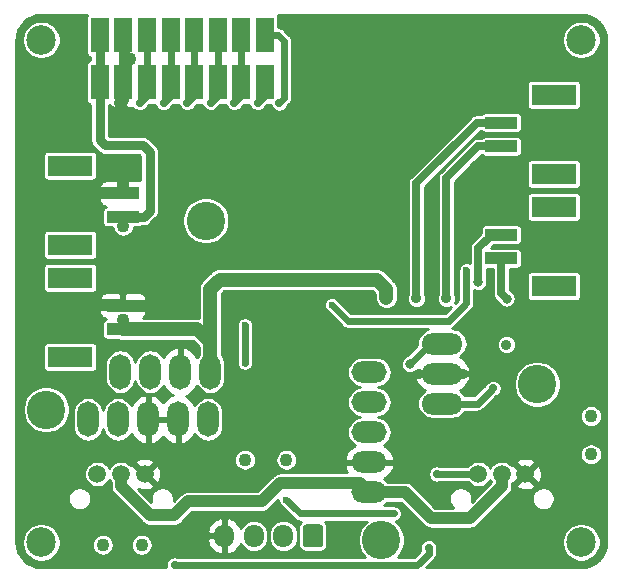
<source format=gbr>
G04 #@! TF.GenerationSoftware,KiCad,Pcbnew,(5.1.8)-1*
G04 #@! TF.CreationDate,2021-03-01T02:31:21-08:00*
G04 #@! TF.ProjectId,UAS,5541532e-6b69-4636-9164-5f7063625858,1*
G04 #@! TF.SameCoordinates,Original*
G04 #@! TF.FileFunction,Copper,L2,Bot*
G04 #@! TF.FilePolarity,Positive*
%FSLAX46Y46*%
G04 Gerber Fmt 4.6, Leading zero omitted, Abs format (unit mm)*
G04 Created by KiCad (PCBNEW (5.1.8)-1) date 2021-03-01 02:31:21*
%MOMM*%
%LPD*%
G01*
G04 APERTURE LIST*
G04 #@! TA.AperFunction,ComponentPad*
%ADD10C,3.250000*%
G04 #@! TD*
G04 #@! TA.AperFunction,ComponentPad*
%ADD11O,3.000000X1.800000*%
G04 #@! TD*
G04 #@! TA.AperFunction,ComponentPad*
%ADD12C,1.500000*%
G04 #@! TD*
G04 #@! TA.AperFunction,SMDPad,CuDef*
%ADD13O,3.500000X1.800000*%
G04 #@! TD*
G04 #@! TA.AperFunction,ComponentPad*
%ADD14O,1.800000X3.000000*%
G04 #@! TD*
G04 #@! TA.AperFunction,SMDPad,CuDef*
%ADD15R,1.500000X3.000000*%
G04 #@! TD*
G04 #@! TA.AperFunction,ComponentPad*
%ADD16O,1.700000X1.950000*%
G04 #@! TD*
G04 #@! TA.AperFunction,SMDPad,CuDef*
%ADD17R,2.700000X1.000000*%
G04 #@! TD*
G04 #@! TA.AperFunction,SMDPad,CuDef*
%ADD18R,3.800000X1.800000*%
G04 #@! TD*
G04 #@! TA.AperFunction,ViaPad*
%ADD19C,2.500000*%
G04 #@! TD*
G04 #@! TA.AperFunction,ViaPad*
%ADD20C,0.900000*%
G04 #@! TD*
G04 #@! TA.AperFunction,ViaPad*
%ADD21C,0.800000*%
G04 #@! TD*
G04 #@! TA.AperFunction,ViaPad*
%ADD22C,0.700000*%
G04 #@! TD*
G04 #@! TA.AperFunction,ViaPad*
%ADD23C,1.100000*%
G04 #@! TD*
G04 #@! TA.AperFunction,ViaPad*
%ADD24C,0.600000*%
G04 #@! TD*
G04 #@! TA.AperFunction,Conductor*
%ADD25C,0.700000*%
G04 #@! TD*
G04 #@! TA.AperFunction,Conductor*
%ADD26C,0.600000*%
G04 #@! TD*
G04 #@! TA.AperFunction,Conductor*
%ADD27C,0.800000*%
G04 #@! TD*
G04 #@! TA.AperFunction,Conductor*
%ADD28C,1.000000*%
G04 #@! TD*
G04 #@! TA.AperFunction,Conductor*
%ADD29C,1.200000*%
G04 #@! TD*
G04 #@! TA.AperFunction,Conductor*
%ADD30C,0.254000*%
G04 #@! TD*
G04 #@! TA.AperFunction,Conductor*
%ADD31C,0.152400*%
G04 #@! TD*
G04 APERTURE END LIST*
D10*
X148800000Y-118360000D03*
X162000000Y-105160000D03*
D11*
X147780000Y-114290000D03*
X147780000Y-111750000D03*
X147780000Y-109210000D03*
X147780000Y-106670000D03*
X147780000Y-104130000D03*
D12*
X124750000Y-112750000D03*
X126750000Y-112750000D03*
X128750000Y-112750000D03*
X157000000Y-112750000D03*
X159000000Y-112750000D03*
X161000000Y-112750000D03*
D13*
X153960000Y-101710000D03*
X153960000Y-104250000D03*
X153960000Y-106790000D03*
D14*
X134310000Y-104080000D03*
X131770000Y-104080000D03*
X129230000Y-104080000D03*
X126690000Y-104080000D03*
D15*
X124950000Y-79600000D03*
X124950000Y-75600000D03*
X126950000Y-79600000D03*
X126950000Y-75600000D03*
X128950000Y-79600000D03*
X128950000Y-75600000D03*
X130950000Y-79600000D03*
X130950000Y-75600000D03*
X132950000Y-79600000D03*
X132950000Y-75600000D03*
X134950000Y-79600000D03*
X134950000Y-75600000D03*
X136950000Y-79600000D03*
X136950000Y-75600000D03*
X138950000Y-79600000D03*
X138950000Y-75600000D03*
D16*
X135500000Y-118000000D03*
X138000000Y-118000000D03*
X140500000Y-118000000D03*
G04 #@! TA.AperFunction,ComponentPad*
G36*
G01*
X143850000Y-117275000D02*
X143850000Y-118725000D01*
G75*
G02*
X143600000Y-118975000I-250000J0D01*
G01*
X142400000Y-118975000D01*
G75*
G02*
X142150000Y-118725000I0J250000D01*
G01*
X142150000Y-117275000D01*
G75*
G02*
X142400000Y-117025000I250000J0D01*
G01*
X143600000Y-117025000D01*
G75*
G02*
X143850000Y-117275000I0J-250000D01*
G01*
G37*
G04 #@! TD.AperFunction*
D10*
X120430000Y-107300000D03*
X133930000Y-91300000D03*
D14*
X134120000Y-108140000D03*
X131580000Y-108140000D03*
X129040000Y-108140000D03*
X126500000Y-108140000D03*
X123960000Y-108140000D03*
D17*
X126900000Y-91000000D03*
X126900000Y-89000000D03*
D18*
X122450000Y-86650000D03*
X122450000Y-93350000D03*
D17*
X126900000Y-100500000D03*
X126900000Y-98500000D03*
D18*
X122450000Y-96150000D03*
X122450000Y-102850000D03*
D17*
X158950000Y-92500000D03*
X158950000Y-94500000D03*
D18*
X163400000Y-96850000D03*
X163400000Y-90150000D03*
D17*
X158950000Y-83000000D03*
X158950000Y-85000000D03*
D18*
X163400000Y-87350000D03*
X163400000Y-80650000D03*
D19*
X120000000Y-118550000D03*
X120000000Y-76000000D03*
X165725000Y-76000000D03*
X165720000Y-118540000D03*
D20*
X151765000Y-97891600D03*
X154305000Y-97891600D03*
D21*
X157000000Y-96500000D03*
D20*
X159385000Y-101803200D03*
D21*
X159400000Y-97900000D03*
D22*
X134340600Y-81305400D03*
X132359400Y-81330800D03*
X136347200Y-81330800D03*
X138328400Y-81330800D03*
X130352800Y-81330800D03*
X128346200Y-81330800D03*
X140131800Y-81343500D03*
X158250000Y-105500000D03*
D23*
X125210000Y-118760000D03*
D22*
X131300000Y-120457999D03*
X152800000Y-119000000D03*
D23*
X128500000Y-118750000D03*
D22*
X153500000Y-112750000D03*
D20*
X152000000Y-104250000D03*
D23*
X146700000Y-101800000D03*
X146700000Y-97800000D03*
X125200000Y-88980000D03*
X126900000Y-88100000D03*
X128500000Y-98500000D03*
X125300000Y-98480000D03*
X126669800Y-81381600D03*
D21*
X165500000Y-99850000D03*
D23*
X127550000Y-77600000D03*
D20*
X155750000Y-104250000D03*
D21*
X164500000Y-101800000D03*
D23*
X126920000Y-99730000D03*
X126930000Y-91740000D03*
X149225000Y-97815400D03*
D21*
X151206200Y-103460000D03*
D24*
X137250000Y-103350000D03*
X137250000Y-100150000D03*
X144600000Y-98450000D03*
X156000000Y-95500000D03*
D23*
X166550000Y-107850000D03*
X137250000Y-111550000D03*
D24*
X140750000Y-114950000D03*
X149850000Y-116100000D03*
D23*
X166550000Y-111100000D03*
X140750000Y-111550000D03*
D25*
X156900000Y-83000000D02*
X158950000Y-83000000D01*
X151770000Y-97886600D02*
X151770000Y-88130000D01*
X151770000Y-88130000D02*
X156900000Y-83000000D01*
X151765000Y-97891600D02*
X151770000Y-97886600D01*
X157000000Y-85000000D02*
X158950000Y-85000000D01*
X154305000Y-87695000D02*
X157000000Y-85000000D01*
X154305000Y-97891600D02*
X154305000Y-87695000D01*
X157000000Y-93641398D02*
X157000000Y-96500000D01*
X158141398Y-92500000D02*
X157000000Y-93641398D01*
X158850000Y-92500000D02*
X158141398Y-92500000D01*
X158950000Y-97450000D02*
X159400000Y-97900000D01*
X158950000Y-94500000D02*
X158950000Y-97450000D01*
D26*
X134950000Y-75600000D02*
X134950000Y-79600000D01*
X134950000Y-80696000D02*
X134340600Y-81305400D01*
X134950000Y-79600000D02*
X134950000Y-80696000D01*
X132950000Y-75600000D02*
X132950000Y-79600000D01*
X132950000Y-80740200D02*
X132359400Y-81330800D01*
X132950000Y-79600000D02*
X132950000Y-80740200D01*
X136950000Y-75600000D02*
X136950000Y-79600000D01*
X136950000Y-80728000D02*
X136347200Y-81330800D01*
X136950000Y-79600000D02*
X136950000Y-80728000D01*
X138950000Y-80709200D02*
X138328400Y-81330800D01*
X138950000Y-79600000D02*
X138950000Y-80709200D01*
X130950000Y-75600000D02*
X130950000Y-79600000D01*
X130950000Y-80733600D02*
X130352800Y-81330800D01*
X130950000Y-79600000D02*
X130950000Y-80733600D01*
X128950000Y-75600000D02*
X128950000Y-79600000D01*
X128950000Y-80727000D02*
X128346200Y-81330800D01*
X128950000Y-79600000D02*
X128950000Y-80727000D01*
X140550900Y-76073000D02*
X140550900Y-80924400D01*
X140077900Y-75600000D02*
X140550900Y-76073000D01*
X140550900Y-80924400D02*
X140131800Y-81343500D01*
X138950000Y-75600000D02*
X140077900Y-75600000D01*
X156960000Y-106790000D02*
X158250000Y-105500000D01*
X153960000Y-106790000D02*
X156960000Y-106790000D01*
X131342001Y-120500000D02*
X131300000Y-120457999D01*
X151807989Y-120500000D02*
X131342001Y-120500000D01*
X152800000Y-119507989D02*
X151807989Y-120500000D01*
X152800000Y-119000000D02*
X152800000Y-119507989D01*
X153500000Y-112750000D02*
X157000000Y-112750000D01*
X125320000Y-98500000D02*
X125300000Y-98480000D01*
D27*
X126950000Y-75600000D02*
X126950000Y-79600000D01*
X126950000Y-75600000D02*
X126950000Y-77000000D01*
D28*
X126950000Y-81101400D02*
X126669800Y-81381600D01*
X126900000Y-88100000D02*
X126900000Y-89000000D01*
X126880000Y-88980000D02*
X126900000Y-89000000D01*
X125200000Y-88980000D02*
X126880000Y-88980000D01*
X126880000Y-98480000D02*
X126900000Y-98500000D01*
X125300000Y-98480000D02*
X126880000Y-98480000D01*
X128500000Y-98500000D02*
X126900000Y-98500000D01*
D27*
X126950000Y-77000000D02*
X127550000Y-77600000D01*
D28*
X126950000Y-79600000D02*
X126950000Y-81101400D01*
D26*
X126900000Y-99750000D02*
X126920000Y-99730000D01*
X126900000Y-100500000D02*
X126900000Y-99750000D01*
D29*
X134310000Y-104080000D02*
X134310000Y-99910000D01*
X134310000Y-99910000D02*
X134310000Y-97090000D01*
D28*
X134310000Y-97490000D02*
X134310000Y-97090000D01*
D27*
X124950000Y-75600000D02*
X124950000Y-79600000D01*
D29*
X149225000Y-97104200D02*
X149225000Y-97815400D01*
X148420800Y-96300000D02*
X149225000Y-97104200D01*
X135100000Y-96300000D02*
X148420800Y-96300000D01*
X134310000Y-97090000D02*
X135100000Y-96300000D01*
D28*
X134310000Y-101580000D02*
X134310000Y-104080000D01*
D29*
X133230000Y-100500000D02*
X134310000Y-101580000D01*
X126900000Y-100500000D02*
X133230000Y-100500000D01*
D27*
X124950000Y-84487800D02*
X124950000Y-79600000D01*
X125399800Y-84937600D02*
X124950000Y-84487800D01*
X128625600Y-84937600D02*
X125399800Y-84937600D01*
X129184400Y-85496400D02*
X128625600Y-84937600D01*
X129184400Y-90474800D02*
X129184400Y-85496400D01*
X128659200Y-91000000D02*
X129184400Y-90474800D01*
X126900000Y-91000000D02*
X128659200Y-91000000D01*
D26*
X152956200Y-101710000D02*
X153960000Y-101710000D01*
X151206200Y-103460000D02*
X152956200Y-101710000D01*
D28*
X146990000Y-113500000D02*
X147780000Y-114290000D01*
X140250000Y-113500000D02*
X146990000Y-113500000D01*
X138672999Y-115077001D02*
X140250000Y-113500000D01*
X159000000Y-113810660D02*
X156310660Y-116500000D01*
X159000000Y-112750000D02*
X159000000Y-113810660D01*
X156310660Y-116500000D02*
X153000000Y-116500000D01*
X150790000Y-114290000D02*
X147780000Y-114290000D01*
X153000000Y-116500000D02*
X150790000Y-114290000D01*
X138672999Y-115077001D02*
X132422999Y-115077001D01*
X132422999Y-115077001D02*
X131250000Y-116250000D01*
X126750000Y-113810660D02*
X126750000Y-112750000D01*
X129189340Y-116250000D02*
X126750000Y-113810660D01*
X131250000Y-116250000D02*
X129189340Y-116250000D01*
D26*
X137250000Y-103350000D02*
X137250000Y-100150000D01*
X144600000Y-98450000D02*
X145950000Y-99800000D01*
X145950000Y-99800000D02*
X154500000Y-99800000D01*
X156000000Y-98300000D02*
X156000000Y-95500000D01*
X154500000Y-99800000D02*
X156000000Y-98300000D01*
X140750000Y-114950000D02*
X141550000Y-115750000D01*
X141900000Y-116100000D02*
X149850000Y-116100000D01*
X141550000Y-115750000D02*
X141900000Y-116100000D01*
D30*
X123846299Y-73953492D02*
X123824513Y-74025311D01*
X123817157Y-74100000D01*
X123817157Y-77100000D01*
X123824513Y-77174689D01*
X123846299Y-77246508D01*
X123881678Y-77312696D01*
X123929289Y-77370711D01*
X123987304Y-77418322D01*
X124053492Y-77453701D01*
X124125311Y-77475487D01*
X124169000Y-77479790D01*
X124169001Y-77720210D01*
X124125311Y-77724513D01*
X124053492Y-77746299D01*
X123987304Y-77781678D01*
X123929289Y-77829289D01*
X123881678Y-77887304D01*
X123846299Y-77953492D01*
X123824513Y-78025311D01*
X123817157Y-78100000D01*
X123817157Y-81100000D01*
X123824513Y-81174689D01*
X123846299Y-81246508D01*
X123881678Y-81312696D01*
X123929289Y-81370711D01*
X123987304Y-81418322D01*
X124053492Y-81453701D01*
X124125311Y-81475487D01*
X124169001Y-81479790D01*
X124169000Y-84449443D01*
X124165222Y-84487800D01*
X124169000Y-84526157D01*
X124169000Y-84526159D01*
X124180301Y-84640902D01*
X124224960Y-84788121D01*
X124224961Y-84788122D01*
X124297481Y-84923799D01*
X124311990Y-84941478D01*
X124395078Y-85042722D01*
X124424879Y-85067179D01*
X124820417Y-85462717D01*
X124844878Y-85492522D01*
X124933827Y-85565520D01*
X124963800Y-85590119D01*
X125069297Y-85646508D01*
X125099478Y-85662640D01*
X125246697Y-85707299D01*
X125361440Y-85718600D01*
X125361442Y-85718600D01*
X125399799Y-85722378D01*
X125438156Y-85718600D01*
X128302100Y-85718600D01*
X128403401Y-85819902D01*
X128403401Y-87882960D01*
X128374482Y-87874188D01*
X128250000Y-87861928D01*
X127185750Y-87865000D01*
X127027000Y-88023750D01*
X127027000Y-88873000D01*
X127047000Y-88873000D01*
X127047000Y-89127000D01*
X127027000Y-89127000D01*
X127027000Y-89147000D01*
X126773000Y-89147000D01*
X126773000Y-89127000D01*
X125073750Y-89127000D01*
X124915000Y-89285750D01*
X124911928Y-89500000D01*
X124924188Y-89624482D01*
X124960498Y-89744180D01*
X125019463Y-89854494D01*
X125098815Y-89951185D01*
X125195506Y-90030537D01*
X125305820Y-90089502D01*
X125425518Y-90125812D01*
X125459874Y-90129196D01*
X125403492Y-90146299D01*
X125337304Y-90181678D01*
X125279289Y-90229289D01*
X125231678Y-90287304D01*
X125196299Y-90353492D01*
X125174513Y-90425311D01*
X125167157Y-90500000D01*
X125167157Y-91500000D01*
X125174513Y-91574689D01*
X125196299Y-91646508D01*
X125231678Y-91712696D01*
X125279289Y-91770711D01*
X125337304Y-91818322D01*
X125403492Y-91853701D01*
X125475311Y-91875487D01*
X125550000Y-91882843D01*
X126009174Y-91882843D01*
X126034778Y-92011563D01*
X126104958Y-92180994D01*
X126206845Y-92333478D01*
X126336522Y-92463155D01*
X126489006Y-92565042D01*
X126658437Y-92635222D01*
X126838304Y-92671000D01*
X127021696Y-92671000D01*
X127201563Y-92635222D01*
X127370994Y-92565042D01*
X127523478Y-92463155D01*
X127653155Y-92333478D01*
X127755042Y-92180994D01*
X127825222Y-92011563D01*
X127850826Y-91882843D01*
X128250000Y-91882843D01*
X128324689Y-91875487D01*
X128396508Y-91853701D01*
X128462696Y-91818322D01*
X128508174Y-91781000D01*
X128620843Y-91781000D01*
X128659200Y-91784778D01*
X128697557Y-91781000D01*
X128697560Y-91781000D01*
X128812303Y-91769699D01*
X128959522Y-91725040D01*
X129095199Y-91652519D01*
X129214122Y-91554922D01*
X129238578Y-91525122D01*
X129661274Y-91102426D01*
X131924000Y-91102426D01*
X131924000Y-91497574D01*
X132001090Y-91885129D01*
X132152306Y-92250197D01*
X132371838Y-92578750D01*
X132651250Y-92858162D01*
X132979803Y-93077694D01*
X133344871Y-93228910D01*
X133732426Y-93306000D01*
X134127574Y-93306000D01*
X134515129Y-93228910D01*
X134880197Y-93077694D01*
X135208750Y-92858162D01*
X135488162Y-92578750D01*
X135707694Y-92250197D01*
X135858910Y-91885129D01*
X135936000Y-91497574D01*
X135936000Y-91102426D01*
X135858910Y-90714871D01*
X135707694Y-90349803D01*
X135488162Y-90021250D01*
X135208750Y-89741838D01*
X134880197Y-89522306D01*
X134515129Y-89371090D01*
X134127574Y-89294000D01*
X133732426Y-89294000D01*
X133344871Y-89371090D01*
X132979803Y-89522306D01*
X132651250Y-89741838D01*
X132371838Y-90021250D01*
X132152306Y-90349803D01*
X132001090Y-90714871D01*
X131924000Y-91102426D01*
X129661274Y-91102426D01*
X129709528Y-91054173D01*
X129739322Y-91029722D01*
X129763775Y-90999926D01*
X129836919Y-90910800D01*
X129891332Y-90809000D01*
X129909440Y-90775122D01*
X129954099Y-90627903D01*
X129965400Y-90513160D01*
X129965400Y-90513157D01*
X129969178Y-90474800D01*
X129965400Y-90436443D01*
X129965400Y-85534757D01*
X129969178Y-85496400D01*
X129965400Y-85458040D01*
X129954099Y-85343297D01*
X129909440Y-85196078D01*
X129836919Y-85060401D01*
X129797957Y-85012925D01*
X129763775Y-84971274D01*
X129763774Y-84971273D01*
X129739322Y-84941478D01*
X129709527Y-84917026D01*
X129204978Y-84412478D01*
X129180522Y-84382678D01*
X129061599Y-84285081D01*
X128925922Y-84212560D01*
X128778703Y-84167901D01*
X128663960Y-84156600D01*
X128663957Y-84156600D01*
X128625600Y-84152822D01*
X128587243Y-84156600D01*
X125731000Y-84156600D01*
X125731000Y-81529477D01*
X125748815Y-81551185D01*
X125845506Y-81630537D01*
X125955820Y-81689502D01*
X126075518Y-81725812D01*
X126200000Y-81738072D01*
X126664250Y-81735000D01*
X126823000Y-81576250D01*
X126823000Y-79727000D01*
X126803000Y-79727000D01*
X126803000Y-79473000D01*
X126823000Y-79473000D01*
X126823000Y-77623750D01*
X126799250Y-77600000D01*
X126823000Y-77576250D01*
X126823000Y-75727000D01*
X126803000Y-75727000D01*
X126803000Y-75473000D01*
X126823000Y-75473000D01*
X126823000Y-75453000D01*
X127077000Y-75453000D01*
X127077000Y-75473000D01*
X127097000Y-75473000D01*
X127097000Y-75727000D01*
X127077000Y-75727000D01*
X127077000Y-77576250D01*
X127100750Y-77600000D01*
X127077000Y-77623750D01*
X127077000Y-79473000D01*
X127097000Y-79473000D01*
X127097000Y-79727000D01*
X127077000Y-79727000D01*
X127077000Y-81576250D01*
X127235750Y-81735000D01*
X127700000Y-81738072D01*
X127736746Y-81734453D01*
X127778395Y-81796785D01*
X127880215Y-81898605D01*
X127999942Y-81978604D01*
X128132975Y-82033708D01*
X128274203Y-82061800D01*
X128418197Y-82061800D01*
X128559425Y-82033708D01*
X128692458Y-81978604D01*
X128812185Y-81898605D01*
X128914005Y-81796785D01*
X128994004Y-81677058D01*
X129015913Y-81624166D01*
X129157236Y-81482843D01*
X129637722Y-81482843D01*
X129649892Y-81544025D01*
X129704996Y-81677058D01*
X129784995Y-81796785D01*
X129886815Y-81898605D01*
X130006542Y-81978604D01*
X130139575Y-82033708D01*
X130280803Y-82061800D01*
X130424797Y-82061800D01*
X130566025Y-82033708D01*
X130699058Y-81978604D01*
X130818785Y-81898605D01*
X130920605Y-81796785D01*
X131000604Y-81677058D01*
X131022512Y-81624166D01*
X131163836Y-81482843D01*
X131644322Y-81482843D01*
X131656492Y-81544025D01*
X131711596Y-81677058D01*
X131791595Y-81796785D01*
X131893415Y-81898605D01*
X132013142Y-81978604D01*
X132146175Y-82033708D01*
X132287403Y-82061800D01*
X132431397Y-82061800D01*
X132572625Y-82033708D01*
X132705658Y-81978604D01*
X132825385Y-81898605D01*
X132927205Y-81796785D01*
X133007204Y-81677058D01*
X133029113Y-81624166D01*
X133170436Y-81482843D01*
X133630575Y-81482843D01*
X133637692Y-81518625D01*
X133692796Y-81651658D01*
X133772795Y-81771385D01*
X133874615Y-81873205D01*
X133994342Y-81953204D01*
X134127375Y-82008308D01*
X134268603Y-82036400D01*
X134412597Y-82036400D01*
X134553825Y-82008308D01*
X134686858Y-81953204D01*
X134806585Y-81873205D01*
X134908405Y-81771385D01*
X134988404Y-81651658D01*
X135010313Y-81598766D01*
X135126235Y-81482843D01*
X135632122Y-81482843D01*
X135644292Y-81544025D01*
X135699396Y-81677058D01*
X135779395Y-81796785D01*
X135881215Y-81898605D01*
X136000942Y-81978604D01*
X136133975Y-82033708D01*
X136275203Y-82061800D01*
X136419197Y-82061800D01*
X136560425Y-82033708D01*
X136693458Y-81978604D01*
X136813185Y-81898605D01*
X136915005Y-81796785D01*
X136995004Y-81677058D01*
X137016913Y-81624166D01*
X137158236Y-81482843D01*
X137613322Y-81482843D01*
X137625492Y-81544025D01*
X137680596Y-81677058D01*
X137760595Y-81796785D01*
X137862415Y-81898605D01*
X137982142Y-81978604D01*
X138115175Y-82033708D01*
X138256403Y-82061800D01*
X138400397Y-82061800D01*
X138541625Y-82033708D01*
X138674658Y-81978604D01*
X138794385Y-81898605D01*
X138896205Y-81796785D01*
X138976204Y-81677058D01*
X138998113Y-81624166D01*
X139139436Y-81482843D01*
X139414196Y-81482843D01*
X139428892Y-81556725D01*
X139483996Y-81689758D01*
X139563995Y-81809485D01*
X139665815Y-81911305D01*
X139785542Y-81991304D01*
X139918575Y-82046408D01*
X140059803Y-82074500D01*
X140203797Y-82074500D01*
X140345025Y-82046408D01*
X140478058Y-81991304D01*
X140597785Y-81911305D01*
X140699605Y-81809485D01*
X140779604Y-81689758D01*
X140801513Y-81636865D01*
X141008774Y-81429604D01*
X141034770Y-81408270D01*
X141119870Y-81304574D01*
X141183106Y-81186268D01*
X141222046Y-81057899D01*
X141231900Y-80957853D01*
X141235195Y-80924400D01*
X141231900Y-80890947D01*
X141231900Y-79750000D01*
X161117157Y-79750000D01*
X161117157Y-81550000D01*
X161124513Y-81624689D01*
X161146299Y-81696508D01*
X161181678Y-81762696D01*
X161229289Y-81820711D01*
X161287304Y-81868322D01*
X161353492Y-81903701D01*
X161425311Y-81925487D01*
X161500000Y-81932843D01*
X165300000Y-81932843D01*
X165374689Y-81925487D01*
X165446508Y-81903701D01*
X165512696Y-81868322D01*
X165570711Y-81820711D01*
X165618322Y-81762696D01*
X165653701Y-81696508D01*
X165675487Y-81624689D01*
X165682843Y-81550000D01*
X165682843Y-79750000D01*
X165675487Y-79675311D01*
X165653701Y-79603492D01*
X165618322Y-79537304D01*
X165570711Y-79479289D01*
X165512696Y-79431678D01*
X165446508Y-79396299D01*
X165374689Y-79374513D01*
X165300000Y-79367157D01*
X161500000Y-79367157D01*
X161425311Y-79374513D01*
X161353492Y-79396299D01*
X161287304Y-79431678D01*
X161229289Y-79479289D01*
X161181678Y-79537304D01*
X161146299Y-79603492D01*
X161124513Y-79675311D01*
X161117157Y-79750000D01*
X141231900Y-79750000D01*
X141231900Y-76106452D01*
X141235195Y-76072999D01*
X141222046Y-75939501D01*
X141206605Y-75888600D01*
X141191669Y-75839360D01*
X164094000Y-75839360D01*
X164094000Y-76160640D01*
X164156678Y-76475745D01*
X164279626Y-76772568D01*
X164458119Y-77039702D01*
X164685298Y-77266881D01*
X164952432Y-77445374D01*
X165249255Y-77568322D01*
X165564360Y-77631000D01*
X165885640Y-77631000D01*
X166200745Y-77568322D01*
X166497568Y-77445374D01*
X166764702Y-77266881D01*
X166991881Y-77039702D01*
X167170374Y-76772568D01*
X167293322Y-76475745D01*
X167356000Y-76160640D01*
X167356000Y-75839360D01*
X167293322Y-75524255D01*
X167170374Y-75227432D01*
X166991881Y-74960298D01*
X166764702Y-74733119D01*
X166497568Y-74554626D01*
X166200745Y-74431678D01*
X165885640Y-74369000D01*
X165564360Y-74369000D01*
X165249255Y-74431678D01*
X164952432Y-74554626D01*
X164685298Y-74733119D01*
X164458119Y-74960298D01*
X164279626Y-75227432D01*
X164156678Y-75524255D01*
X164094000Y-75839360D01*
X141191669Y-75839360D01*
X141183106Y-75811132D01*
X141119870Y-75692826D01*
X141034769Y-75589130D01*
X141008783Y-75567804D01*
X140583104Y-75142126D01*
X140561770Y-75116130D01*
X140458074Y-75031030D01*
X140339768Y-74967794D01*
X140211399Y-74928854D01*
X140111353Y-74919000D01*
X140082843Y-74916192D01*
X140082843Y-74100000D01*
X140075487Y-74025311D01*
X140053701Y-73953492D01*
X140020298Y-73891000D01*
X165698921Y-73891000D01*
X166129238Y-73933193D01*
X166522893Y-74052044D01*
X166885957Y-74245089D01*
X167204615Y-74504979D01*
X167466728Y-74821820D01*
X167662303Y-75183528D01*
X167783899Y-75576343D01*
X167829001Y-76005456D01*
X167829000Y-118523920D01*
X167786807Y-118954236D01*
X167667957Y-119347888D01*
X167474911Y-119710956D01*
X167215018Y-120029616D01*
X166898183Y-120291725D01*
X166536472Y-120487302D01*
X166143658Y-120608898D01*
X165714554Y-120653999D01*
X152617069Y-120653999D01*
X153257884Y-120013185D01*
X153283870Y-119991859D01*
X153368970Y-119888163D01*
X153432206Y-119769857D01*
X153471146Y-119641488D01*
X153481000Y-119541442D01*
X153481000Y-119541441D01*
X153484295Y-119507990D01*
X153481000Y-119474539D01*
X153481000Y-119266116D01*
X153502908Y-119213225D01*
X153531000Y-119071997D01*
X153531000Y-118928003D01*
X153502908Y-118786775D01*
X153447804Y-118653742D01*
X153367805Y-118534015D01*
X153265985Y-118432195D01*
X153186912Y-118379360D01*
X164089000Y-118379360D01*
X164089000Y-118700640D01*
X164151678Y-119015745D01*
X164274626Y-119312568D01*
X164453119Y-119579702D01*
X164680298Y-119806881D01*
X164947432Y-119985374D01*
X165244255Y-120108322D01*
X165559360Y-120171000D01*
X165880640Y-120171000D01*
X166195745Y-120108322D01*
X166492568Y-119985374D01*
X166759702Y-119806881D01*
X166986881Y-119579702D01*
X167165374Y-119312568D01*
X167288322Y-119015745D01*
X167351000Y-118700640D01*
X167351000Y-118379360D01*
X167288322Y-118064255D01*
X167165374Y-117767432D01*
X166986881Y-117500298D01*
X166759702Y-117273119D01*
X166492568Y-117094626D01*
X166195745Y-116971678D01*
X165880640Y-116909000D01*
X165559360Y-116909000D01*
X165244255Y-116971678D01*
X164947432Y-117094626D01*
X164680298Y-117273119D01*
X164453119Y-117500298D01*
X164274626Y-117767432D01*
X164151678Y-118064255D01*
X164089000Y-118379360D01*
X153186912Y-118379360D01*
X153146258Y-118352196D01*
X153013225Y-118297092D01*
X152871997Y-118269000D01*
X152728003Y-118269000D01*
X152586775Y-118297092D01*
X152453742Y-118352196D01*
X152334015Y-118432195D01*
X152232195Y-118534015D01*
X152152196Y-118653742D01*
X152097092Y-118786775D01*
X152069000Y-118928003D01*
X152069000Y-119071997D01*
X152097092Y-119213225D01*
X152107224Y-119237686D01*
X151525911Y-119819000D01*
X150177912Y-119819000D01*
X150358162Y-119638750D01*
X150577694Y-119310197D01*
X150728910Y-118945129D01*
X150806000Y-118557574D01*
X150806000Y-118162426D01*
X150728910Y-117774871D01*
X150577694Y-117409803D01*
X150358162Y-117081250D01*
X150078750Y-116801838D01*
X150017628Y-116760998D01*
X150048640Y-116754829D01*
X150079696Y-116741965D01*
X150111868Y-116732206D01*
X150141517Y-116716358D01*
X150172574Y-116703494D01*
X150200525Y-116684817D01*
X150230174Y-116668970D01*
X150256162Y-116647643D01*
X150284112Y-116628967D01*
X150307879Y-116605200D01*
X150333870Y-116583870D01*
X150355200Y-116557879D01*
X150378967Y-116534112D01*
X150397643Y-116506162D01*
X150418970Y-116480174D01*
X150434817Y-116450525D01*
X150453494Y-116422574D01*
X150466358Y-116391517D01*
X150482206Y-116361868D01*
X150491965Y-116329696D01*
X150504829Y-116298640D01*
X150511388Y-116265668D01*
X150521146Y-116233499D01*
X150524441Y-116200047D01*
X150531000Y-116167073D01*
X150531000Y-116133453D01*
X150534295Y-116100000D01*
X150531000Y-116066547D01*
X150531000Y-116032927D01*
X150524441Y-115999953D01*
X150521146Y-115966501D01*
X150511388Y-115934332D01*
X150504829Y-115901360D01*
X150491965Y-115870304D01*
X150482206Y-115838132D01*
X150466358Y-115808483D01*
X150453494Y-115777426D01*
X150434817Y-115749475D01*
X150418970Y-115719826D01*
X150397643Y-115693838D01*
X150378967Y-115665888D01*
X150355200Y-115642121D01*
X150333870Y-115616130D01*
X150307879Y-115594800D01*
X150284112Y-115571033D01*
X150256162Y-115552357D01*
X150230174Y-115531030D01*
X150200525Y-115515183D01*
X150172574Y-115496506D01*
X150141517Y-115483642D01*
X150111868Y-115467794D01*
X150079696Y-115458035D01*
X150048640Y-115445171D01*
X150015668Y-115438612D01*
X149983499Y-115428854D01*
X149950047Y-115425559D01*
X149917073Y-115419000D01*
X148985245Y-115419000D01*
X149095129Y-115360266D01*
X149290186Y-115200186D01*
X149314138Y-115171000D01*
X150425079Y-115171000D01*
X152346439Y-117092361D01*
X152374025Y-117125975D01*
X152407637Y-117153559D01*
X152508174Y-117236068D01*
X152596201Y-117283119D01*
X152661225Y-117317875D01*
X152827294Y-117368252D01*
X152956727Y-117381000D01*
X152956730Y-117381000D01*
X153000000Y-117385262D01*
X153043270Y-117381000D01*
X156267390Y-117381000D01*
X156310660Y-117385262D01*
X156353930Y-117381000D01*
X156353933Y-117381000D01*
X156483366Y-117368252D01*
X156649435Y-117317875D01*
X156802485Y-117236068D01*
X156936635Y-117125975D01*
X156964226Y-117092355D01*
X159303201Y-114753380D01*
X161519000Y-114753380D01*
X161519000Y-114946620D01*
X161556699Y-115136147D01*
X161630649Y-115314678D01*
X161738007Y-115475351D01*
X161874649Y-115611993D01*
X162035322Y-115719351D01*
X162213853Y-115793301D01*
X162403380Y-115831000D01*
X162596620Y-115831000D01*
X162786147Y-115793301D01*
X162964678Y-115719351D01*
X163125351Y-115611993D01*
X163261993Y-115475351D01*
X163369351Y-115314678D01*
X163443301Y-115136147D01*
X163481000Y-114946620D01*
X163481000Y-114753380D01*
X163443301Y-114563853D01*
X163369351Y-114385322D01*
X163261993Y-114224649D01*
X163125351Y-114088007D01*
X162964678Y-113980649D01*
X162786147Y-113906699D01*
X162596620Y-113869000D01*
X162403380Y-113869000D01*
X162213853Y-113906699D01*
X162035322Y-113980649D01*
X161874649Y-114088007D01*
X161738007Y-114224649D01*
X161630649Y-114385322D01*
X161556699Y-114563853D01*
X161519000Y-114753380D01*
X159303201Y-114753380D01*
X159592361Y-114464221D01*
X159625975Y-114436635D01*
X159682095Y-114368252D01*
X159736068Y-114302486D01*
X159786171Y-114208749D01*
X159817875Y-114149435D01*
X159868252Y-113983366D01*
X159881000Y-113853933D01*
X159881000Y-113853931D01*
X159885262Y-113810661D01*
X159881000Y-113767391D01*
X159881000Y-113706993D01*
X160222612Y-113706993D01*
X160288137Y-113945860D01*
X160535116Y-114061760D01*
X160799960Y-114127250D01*
X161072492Y-114139812D01*
X161342238Y-114098965D01*
X161598832Y-114006277D01*
X161711863Y-113945860D01*
X161777388Y-113706993D01*
X161000000Y-112929605D01*
X160222612Y-113706993D01*
X159881000Y-113706993D01*
X159881000Y-113482947D01*
X160043007Y-113527388D01*
X160820395Y-112750000D01*
X161179605Y-112750000D01*
X161956993Y-113527388D01*
X162195860Y-113461863D01*
X162311760Y-113214884D01*
X162377250Y-112950040D01*
X162389812Y-112677508D01*
X162348965Y-112407762D01*
X162256277Y-112151168D01*
X162195860Y-112038137D01*
X161956993Y-111972612D01*
X161179605Y-112750000D01*
X160820395Y-112750000D01*
X160043007Y-111972612D01*
X159869643Y-112020168D01*
X159720970Y-111871495D01*
X159603505Y-111793007D01*
X160222612Y-111793007D01*
X161000000Y-112570395D01*
X161777388Y-111793007D01*
X161711863Y-111554140D01*
X161464884Y-111438240D01*
X161200040Y-111372750D01*
X160927508Y-111360188D01*
X160657762Y-111401035D01*
X160401168Y-111493723D01*
X160288137Y-111554140D01*
X160222612Y-111793007D01*
X159603505Y-111793007D01*
X159535729Y-111747721D01*
X159329900Y-111662464D01*
X159111394Y-111619000D01*
X158888606Y-111619000D01*
X158670100Y-111662464D01*
X158464271Y-111747721D01*
X158279030Y-111871495D01*
X158121495Y-112029030D01*
X158000000Y-112210860D01*
X157878505Y-112029030D01*
X157720970Y-111871495D01*
X157535729Y-111747721D01*
X157329900Y-111662464D01*
X157111394Y-111619000D01*
X156888606Y-111619000D01*
X156670100Y-111662464D01*
X156464271Y-111747721D01*
X156279030Y-111871495D01*
X156121495Y-112029030D01*
X156094788Y-112069000D01*
X153766116Y-112069000D01*
X153713225Y-112047092D01*
X153571997Y-112019000D01*
X153428003Y-112019000D01*
X153286775Y-112047092D01*
X153153742Y-112102196D01*
X153034015Y-112182195D01*
X152932195Y-112284015D01*
X152852196Y-112403742D01*
X152797092Y-112536775D01*
X152769000Y-112678003D01*
X152769000Y-112821997D01*
X152797092Y-112963225D01*
X152852196Y-113096258D01*
X152932195Y-113215985D01*
X153034015Y-113317805D01*
X153153742Y-113397804D01*
X153286775Y-113452908D01*
X153428003Y-113481000D01*
X153571997Y-113481000D01*
X153713225Y-113452908D01*
X153766116Y-113431000D01*
X156094788Y-113431000D01*
X156121495Y-113470970D01*
X156279030Y-113628505D01*
X156464271Y-113752279D01*
X156670100Y-113837536D01*
X156888606Y-113881000D01*
X157111394Y-113881000D01*
X157329900Y-113837536D01*
X157535729Y-113752279D01*
X157720970Y-113628505D01*
X157878505Y-113470970D01*
X158000000Y-113289140D01*
X158110389Y-113454349D01*
X156446953Y-115117785D01*
X156481000Y-114946620D01*
X156481000Y-114753380D01*
X156443301Y-114563853D01*
X156369351Y-114385322D01*
X156261993Y-114224649D01*
X156125351Y-114088007D01*
X155964678Y-113980649D01*
X155786147Y-113906699D01*
X155596620Y-113869000D01*
X155403380Y-113869000D01*
X155213853Y-113906699D01*
X155035322Y-113980649D01*
X154874649Y-114088007D01*
X154738007Y-114224649D01*
X154630649Y-114385322D01*
X154556699Y-114563853D01*
X154519000Y-114753380D01*
X154519000Y-114946620D01*
X154556699Y-115136147D01*
X154630649Y-115314678D01*
X154738007Y-115475351D01*
X154874649Y-115611993D01*
X154885136Y-115619000D01*
X153364922Y-115619000D01*
X151443566Y-113697645D01*
X151415975Y-113664025D01*
X151281825Y-113553932D01*
X151128775Y-113472125D01*
X150962706Y-113421748D01*
X150833273Y-113409000D01*
X150833270Y-113409000D01*
X150790000Y-113404738D01*
X150746730Y-113409000D01*
X149314138Y-113409000D01*
X149290186Y-113379814D01*
X149095129Y-113219734D01*
X148983054Y-113159829D01*
X149084751Y-113119554D01*
X149338396Y-112955748D01*
X149555210Y-112745606D01*
X149726862Y-112497204D01*
X149846755Y-112220087D01*
X149871036Y-112114740D01*
X149750378Y-111877000D01*
X147907000Y-111877000D01*
X147907000Y-111897000D01*
X147653000Y-111897000D01*
X147653000Y-111877000D01*
X145809622Y-111877000D01*
X145688964Y-112114740D01*
X145713245Y-112220087D01*
X145833138Y-112497204D01*
X145917302Y-112619000D01*
X140293269Y-112619000D01*
X140249999Y-112614738D01*
X140206729Y-112619000D01*
X140206727Y-112619000D01*
X140077294Y-112631748D01*
X139911225Y-112682125D01*
X139865198Y-112706727D01*
X139758174Y-112763932D01*
X139690022Y-112819863D01*
X139624025Y-112874025D01*
X139596439Y-112907639D01*
X138308078Y-114196001D01*
X132466268Y-114196001D01*
X132422998Y-114191739D01*
X132379728Y-114196001D01*
X132379726Y-114196001D01*
X132250293Y-114208749D01*
X132084224Y-114259126D01*
X131984485Y-114312438D01*
X131931173Y-114340933D01*
X131882314Y-114381031D01*
X131797024Y-114451026D01*
X131769439Y-114484639D01*
X131212015Y-115042063D01*
X131231000Y-114946620D01*
X131231000Y-114753380D01*
X131193301Y-114563853D01*
X131119351Y-114385322D01*
X131011993Y-114224649D01*
X130875351Y-114088007D01*
X130714678Y-113980649D01*
X130536147Y-113906699D01*
X130346620Y-113869000D01*
X130153380Y-113869000D01*
X129963853Y-113906699D01*
X129785322Y-113980649D01*
X129624649Y-114088007D01*
X129488007Y-114224649D01*
X129380649Y-114385322D01*
X129306699Y-114563853D01*
X129269000Y-114753380D01*
X129269000Y-114946620D01*
X129303047Y-115117785D01*
X128213338Y-114028077D01*
X128285116Y-114061760D01*
X128549960Y-114127250D01*
X128822492Y-114139812D01*
X129092238Y-114098965D01*
X129348832Y-114006277D01*
X129461863Y-113945860D01*
X129527388Y-113706993D01*
X128750000Y-112929605D01*
X128735858Y-112943748D01*
X128556253Y-112764143D01*
X128570395Y-112750000D01*
X128929605Y-112750000D01*
X129706993Y-113527388D01*
X129945860Y-113461863D01*
X130061760Y-113214884D01*
X130127250Y-112950040D01*
X130139812Y-112677508D01*
X130098965Y-112407762D01*
X130006277Y-112151168D01*
X129945860Y-112038137D01*
X129706993Y-111972612D01*
X128929605Y-112750000D01*
X128570395Y-112750000D01*
X127793007Y-111972612D01*
X127619643Y-112020168D01*
X127470970Y-111871495D01*
X127353505Y-111793007D01*
X127972612Y-111793007D01*
X128750000Y-112570395D01*
X129527388Y-111793007D01*
X129461863Y-111554140D01*
X129257640Y-111458304D01*
X136319000Y-111458304D01*
X136319000Y-111641696D01*
X136354778Y-111821563D01*
X136424958Y-111990994D01*
X136526845Y-112143478D01*
X136656522Y-112273155D01*
X136809006Y-112375042D01*
X136978437Y-112445222D01*
X137158304Y-112481000D01*
X137341696Y-112481000D01*
X137521563Y-112445222D01*
X137690994Y-112375042D01*
X137843478Y-112273155D01*
X137973155Y-112143478D01*
X138075042Y-111990994D01*
X138145222Y-111821563D01*
X138181000Y-111641696D01*
X138181000Y-111458304D01*
X139819000Y-111458304D01*
X139819000Y-111641696D01*
X139854778Y-111821563D01*
X139924958Y-111990994D01*
X140026845Y-112143478D01*
X140156522Y-112273155D01*
X140309006Y-112375042D01*
X140478437Y-112445222D01*
X140658304Y-112481000D01*
X140841696Y-112481000D01*
X141021563Y-112445222D01*
X141190994Y-112375042D01*
X141343478Y-112273155D01*
X141473155Y-112143478D01*
X141575042Y-111990994D01*
X141645222Y-111821563D01*
X141681000Y-111641696D01*
X141681000Y-111458304D01*
X141666471Y-111385260D01*
X145688964Y-111385260D01*
X145809622Y-111623000D01*
X147653000Y-111623000D01*
X147653000Y-111603000D01*
X147907000Y-111603000D01*
X147907000Y-111623000D01*
X149750378Y-111623000D01*
X149871036Y-111385260D01*
X149846755Y-111279913D01*
X149729246Y-111008304D01*
X165619000Y-111008304D01*
X165619000Y-111191696D01*
X165654778Y-111371563D01*
X165724958Y-111540994D01*
X165826845Y-111693478D01*
X165956522Y-111823155D01*
X166109006Y-111925042D01*
X166278437Y-111995222D01*
X166458304Y-112031000D01*
X166641696Y-112031000D01*
X166821563Y-111995222D01*
X166990994Y-111925042D01*
X167143478Y-111823155D01*
X167273155Y-111693478D01*
X167375042Y-111540994D01*
X167445222Y-111371563D01*
X167481000Y-111191696D01*
X167481000Y-111008304D01*
X167445222Y-110828437D01*
X167375042Y-110659006D01*
X167273155Y-110506522D01*
X167143478Y-110376845D01*
X166990994Y-110274958D01*
X166821563Y-110204778D01*
X166641696Y-110169000D01*
X166458304Y-110169000D01*
X166278437Y-110204778D01*
X166109006Y-110274958D01*
X165956522Y-110376845D01*
X165826845Y-110506522D01*
X165724958Y-110659006D01*
X165654778Y-110828437D01*
X165619000Y-111008304D01*
X149729246Y-111008304D01*
X149726862Y-111002796D01*
X149555210Y-110754394D01*
X149338396Y-110544252D01*
X149084751Y-110380446D01*
X148983054Y-110340171D01*
X149095129Y-110280266D01*
X149290186Y-110120186D01*
X149450266Y-109925129D01*
X149569216Y-109702589D01*
X149642465Y-109461120D01*
X149667198Y-109210000D01*
X149642465Y-108958880D01*
X149569216Y-108717411D01*
X149450266Y-108494871D01*
X149290186Y-108299814D01*
X149095129Y-108139734D01*
X148872589Y-108020784D01*
X148631120Y-107947535D01*
X148554615Y-107940000D01*
X148631120Y-107932465D01*
X148872589Y-107859216D01*
X149095129Y-107740266D01*
X149290186Y-107580186D01*
X149450266Y-107385129D01*
X149569216Y-107162589D01*
X149642465Y-106921120D01*
X149667198Y-106670000D01*
X149642465Y-106418880D01*
X149569216Y-106177411D01*
X149450266Y-105954871D01*
X149290186Y-105759814D01*
X149095129Y-105599734D01*
X148872589Y-105480784D01*
X148631120Y-105407535D01*
X148554615Y-105400000D01*
X148631120Y-105392465D01*
X148872589Y-105319216D01*
X149095129Y-105200266D01*
X149290186Y-105040186D01*
X149450266Y-104845129D01*
X149569216Y-104622589D01*
X149571596Y-104614740D01*
X151618964Y-104614740D01*
X151643245Y-104720087D01*
X151763138Y-104997204D01*
X151934790Y-105245606D01*
X152151604Y-105455748D01*
X152405249Y-105619554D01*
X152506946Y-105659829D01*
X152394871Y-105719734D01*
X152199814Y-105879814D01*
X152039734Y-106074871D01*
X151920784Y-106297411D01*
X151847535Y-106538880D01*
X151822802Y-106790000D01*
X151847535Y-107041120D01*
X151920784Y-107282589D01*
X152039734Y-107505129D01*
X152199814Y-107700186D01*
X152394871Y-107860266D01*
X152617411Y-107979216D01*
X152858880Y-108052465D01*
X153047070Y-108071000D01*
X154872930Y-108071000D01*
X155061120Y-108052465D01*
X155302589Y-107979216D01*
X155525129Y-107860266D01*
X155649369Y-107758304D01*
X165619000Y-107758304D01*
X165619000Y-107941696D01*
X165654778Y-108121563D01*
X165724958Y-108290994D01*
X165826845Y-108443478D01*
X165956522Y-108573155D01*
X166109006Y-108675042D01*
X166278437Y-108745222D01*
X166458304Y-108781000D01*
X166641696Y-108781000D01*
X166821563Y-108745222D01*
X166990994Y-108675042D01*
X167143478Y-108573155D01*
X167273155Y-108443478D01*
X167375042Y-108290994D01*
X167445222Y-108121563D01*
X167481000Y-107941696D01*
X167481000Y-107758304D01*
X167445222Y-107578437D01*
X167375042Y-107409006D01*
X167273155Y-107256522D01*
X167143478Y-107126845D01*
X166990994Y-107024958D01*
X166821563Y-106954778D01*
X166641696Y-106919000D01*
X166458304Y-106919000D01*
X166278437Y-106954778D01*
X166109006Y-107024958D01*
X165956522Y-107126845D01*
X165826845Y-107256522D01*
X165724958Y-107409006D01*
X165654778Y-107578437D01*
X165619000Y-107758304D01*
X155649369Y-107758304D01*
X155720186Y-107700186D01*
X155880266Y-107505129D01*
X155898508Y-107471000D01*
X156926547Y-107471000D01*
X156960000Y-107474295D01*
X156993453Y-107471000D01*
X157093499Y-107461146D01*
X157221868Y-107422206D01*
X157340174Y-107358970D01*
X157443870Y-107273870D01*
X157465204Y-107247874D01*
X158543368Y-106169712D01*
X158596258Y-106147804D01*
X158715985Y-106067805D01*
X158817805Y-105965985D01*
X158897804Y-105846258D01*
X158952908Y-105713225D01*
X158981000Y-105571997D01*
X158981000Y-105428003D01*
X158952908Y-105286775D01*
X158897804Y-105153742D01*
X158817805Y-105034015D01*
X158746216Y-104962426D01*
X159994000Y-104962426D01*
X159994000Y-105357574D01*
X160071090Y-105745129D01*
X160222306Y-106110197D01*
X160441838Y-106438750D01*
X160721250Y-106718162D01*
X161049803Y-106937694D01*
X161414871Y-107088910D01*
X161802426Y-107166000D01*
X162197574Y-107166000D01*
X162585129Y-107088910D01*
X162950197Y-106937694D01*
X163278750Y-106718162D01*
X163558162Y-106438750D01*
X163777694Y-106110197D01*
X163928910Y-105745129D01*
X164006000Y-105357574D01*
X164006000Y-104962426D01*
X163928910Y-104574871D01*
X163777694Y-104209803D01*
X163558162Y-103881250D01*
X163278750Y-103601838D01*
X162950197Y-103382306D01*
X162585129Y-103231090D01*
X162197574Y-103154000D01*
X161802426Y-103154000D01*
X161414871Y-103231090D01*
X161049803Y-103382306D01*
X160721250Y-103601838D01*
X160441838Y-103881250D01*
X160222306Y-104209803D01*
X160071090Y-104574871D01*
X159994000Y-104962426D01*
X158746216Y-104962426D01*
X158715985Y-104932195D01*
X158596258Y-104852196D01*
X158463225Y-104797092D01*
X158321997Y-104769000D01*
X158178003Y-104769000D01*
X158036775Y-104797092D01*
X157903742Y-104852196D01*
X157784015Y-104932195D01*
X157682195Y-105034015D01*
X157602196Y-105153742D01*
X157580288Y-105206632D01*
X156677922Y-106109000D01*
X155898508Y-106109000D01*
X155880266Y-106074871D01*
X155720186Y-105879814D01*
X155525129Y-105719734D01*
X155413054Y-105659829D01*
X155514751Y-105619554D01*
X155768396Y-105455748D01*
X155985210Y-105245606D01*
X156156862Y-104997204D01*
X156276755Y-104720087D01*
X156301036Y-104614740D01*
X156180378Y-104377000D01*
X154087000Y-104377000D01*
X154087000Y-104397000D01*
X153833000Y-104397000D01*
X153833000Y-104377000D01*
X151739622Y-104377000D01*
X151618964Y-104614740D01*
X149571596Y-104614740D01*
X149642465Y-104381120D01*
X149667198Y-104130000D01*
X149642465Y-103878880D01*
X149569216Y-103637411D01*
X149450266Y-103414871D01*
X149290186Y-103219814D01*
X149095129Y-103059734D01*
X148872589Y-102940784D01*
X148631120Y-102867535D01*
X148442930Y-102849000D01*
X147117070Y-102849000D01*
X146928880Y-102867535D01*
X146687411Y-102940784D01*
X146464871Y-103059734D01*
X146269814Y-103219814D01*
X146109734Y-103414871D01*
X145990784Y-103637411D01*
X145917535Y-103878880D01*
X145892802Y-104130000D01*
X145917535Y-104381120D01*
X145990784Y-104622589D01*
X146109734Y-104845129D01*
X146269814Y-105040186D01*
X146464871Y-105200266D01*
X146687411Y-105319216D01*
X146928880Y-105392465D01*
X147005385Y-105400000D01*
X146928880Y-105407535D01*
X146687411Y-105480784D01*
X146464871Y-105599734D01*
X146269814Y-105759814D01*
X146109734Y-105954871D01*
X145990784Y-106177411D01*
X145917535Y-106418880D01*
X145892802Y-106670000D01*
X145917535Y-106921120D01*
X145990784Y-107162589D01*
X146109734Y-107385129D01*
X146269814Y-107580186D01*
X146464871Y-107740266D01*
X146687411Y-107859216D01*
X146928880Y-107932465D01*
X147005385Y-107940000D01*
X146928880Y-107947535D01*
X146687411Y-108020784D01*
X146464871Y-108139734D01*
X146269814Y-108299814D01*
X146109734Y-108494871D01*
X145990784Y-108717411D01*
X145917535Y-108958880D01*
X145892802Y-109210000D01*
X145917535Y-109461120D01*
X145990784Y-109702589D01*
X146109734Y-109925129D01*
X146269814Y-110120186D01*
X146464871Y-110280266D01*
X146576946Y-110340171D01*
X146475249Y-110380446D01*
X146221604Y-110544252D01*
X146004790Y-110754394D01*
X145833138Y-111002796D01*
X145713245Y-111279913D01*
X145688964Y-111385260D01*
X141666471Y-111385260D01*
X141645222Y-111278437D01*
X141575042Y-111109006D01*
X141473155Y-110956522D01*
X141343478Y-110826845D01*
X141190994Y-110724958D01*
X141021563Y-110654778D01*
X140841696Y-110619000D01*
X140658304Y-110619000D01*
X140478437Y-110654778D01*
X140309006Y-110724958D01*
X140156522Y-110826845D01*
X140026845Y-110956522D01*
X139924958Y-111109006D01*
X139854778Y-111278437D01*
X139819000Y-111458304D01*
X138181000Y-111458304D01*
X138145222Y-111278437D01*
X138075042Y-111109006D01*
X137973155Y-110956522D01*
X137843478Y-110826845D01*
X137690994Y-110724958D01*
X137521563Y-110654778D01*
X137341696Y-110619000D01*
X137158304Y-110619000D01*
X136978437Y-110654778D01*
X136809006Y-110724958D01*
X136656522Y-110826845D01*
X136526845Y-110956522D01*
X136424958Y-111109006D01*
X136354778Y-111278437D01*
X136319000Y-111458304D01*
X129257640Y-111458304D01*
X129214884Y-111438240D01*
X128950040Y-111372750D01*
X128677508Y-111360188D01*
X128407762Y-111401035D01*
X128151168Y-111493723D01*
X128038137Y-111554140D01*
X127972612Y-111793007D01*
X127353505Y-111793007D01*
X127285729Y-111747721D01*
X127079900Y-111662464D01*
X126861394Y-111619000D01*
X126638606Y-111619000D01*
X126420100Y-111662464D01*
X126214271Y-111747721D01*
X126029030Y-111871495D01*
X125871495Y-112029030D01*
X125750000Y-112210860D01*
X125628505Y-112029030D01*
X125470970Y-111871495D01*
X125285729Y-111747721D01*
X125079900Y-111662464D01*
X124861394Y-111619000D01*
X124638606Y-111619000D01*
X124420100Y-111662464D01*
X124214271Y-111747721D01*
X124029030Y-111871495D01*
X123871495Y-112029030D01*
X123747721Y-112214271D01*
X123662464Y-112420100D01*
X123619000Y-112638606D01*
X123619000Y-112861394D01*
X123662464Y-113079900D01*
X123747721Y-113285729D01*
X123871495Y-113470970D01*
X124029030Y-113628505D01*
X124214271Y-113752279D01*
X124420100Y-113837536D01*
X124638606Y-113881000D01*
X124861394Y-113881000D01*
X125079900Y-113837536D01*
X125285729Y-113752279D01*
X125470970Y-113628505D01*
X125628505Y-113470970D01*
X125750000Y-113289140D01*
X125869000Y-113467236D01*
X125869000Y-113767389D01*
X125864738Y-113810660D01*
X125869000Y-113853930D01*
X125869000Y-113853932D01*
X125881748Y-113983365D01*
X125929206Y-114139812D01*
X125932125Y-114149434D01*
X126013932Y-114302485D01*
X126045486Y-114340933D01*
X126124025Y-114436635D01*
X126157645Y-114464226D01*
X128535779Y-116842361D01*
X128563365Y-116875975D01*
X128629362Y-116930137D01*
X128697514Y-116986068D01*
X128850565Y-117067875D01*
X129016634Y-117118252D01*
X129146067Y-117131000D01*
X129146070Y-117131000D01*
X129189340Y-117135262D01*
X129232610Y-117131000D01*
X131206730Y-117131000D01*
X131250000Y-117135262D01*
X131293270Y-117131000D01*
X131293273Y-117131000D01*
X131422706Y-117118252D01*
X131588775Y-117067875D01*
X131741825Y-116986068D01*
X131875975Y-116875975D01*
X131903566Y-116842356D01*
X132787921Y-115958001D01*
X138629729Y-115958001D01*
X138672999Y-115962263D01*
X138716269Y-115958001D01*
X138716272Y-115958001D01*
X138845705Y-115945253D01*
X139011774Y-115894876D01*
X139164824Y-115813069D01*
X139298974Y-115702976D01*
X139326565Y-115669356D01*
X140067866Y-114928055D01*
X140065705Y-114950000D01*
X140069000Y-114983453D01*
X140069000Y-115017073D01*
X140075559Y-115050048D01*
X140078854Y-115083498D01*
X140088611Y-115115663D01*
X140095171Y-115148640D01*
X140108038Y-115179704D01*
X140117795Y-115211868D01*
X140133638Y-115241508D01*
X140146506Y-115272574D01*
X140165190Y-115300536D01*
X140181031Y-115330173D01*
X140202349Y-115356150D01*
X140221033Y-115384112D01*
X140315888Y-115478967D01*
X140315891Y-115478969D01*
X141092115Y-116255194D01*
X141092121Y-116255199D01*
X141394796Y-116557874D01*
X141416130Y-116583870D01*
X141519826Y-116668970D01*
X141638132Y-116732206D01*
X141766501Y-116771146D01*
X141900000Y-116784295D01*
X141933453Y-116781000D01*
X142009187Y-116781000D01*
X141952512Y-116827512D01*
X141873810Y-116923411D01*
X141815329Y-117032821D01*
X141779317Y-117151538D01*
X141767157Y-117275000D01*
X141767157Y-118725000D01*
X141779317Y-118848462D01*
X141815329Y-118967179D01*
X141873810Y-119076589D01*
X141952512Y-119172488D01*
X142048411Y-119251190D01*
X142157821Y-119309671D01*
X142276538Y-119345683D01*
X142400000Y-119357843D01*
X143600000Y-119357843D01*
X143723462Y-119345683D01*
X143842179Y-119309671D01*
X143951589Y-119251190D01*
X144047488Y-119172488D01*
X144126190Y-119076589D01*
X144184671Y-118967179D01*
X144220683Y-118848462D01*
X144232843Y-118725000D01*
X144232843Y-117275000D01*
X144220683Y-117151538D01*
X144184671Y-117032821D01*
X144126190Y-116923411D01*
X144047488Y-116827512D01*
X143990813Y-116781000D01*
X147552436Y-116781000D01*
X147521250Y-116801838D01*
X147241838Y-117081250D01*
X147022306Y-117409803D01*
X146871090Y-117774871D01*
X146794000Y-118162426D01*
X146794000Y-118557574D01*
X146871090Y-118945129D01*
X147022306Y-119310197D01*
X147241838Y-119638750D01*
X147422088Y-119819000D01*
X131659436Y-119819000D01*
X131646258Y-119810195D01*
X131513225Y-119755091D01*
X131371997Y-119726999D01*
X131228003Y-119726999D01*
X131086775Y-119755091D01*
X130953742Y-119810195D01*
X130834015Y-119890194D01*
X130732195Y-119992014D01*
X130652196Y-120111741D01*
X130597092Y-120244774D01*
X130569000Y-120386002D01*
X130569000Y-120529996D01*
X130593666Y-120653999D01*
X120021081Y-120653999D01*
X119590765Y-120611806D01*
X119197113Y-120492956D01*
X118834042Y-120299908D01*
X118515384Y-120040017D01*
X118253275Y-119723183D01*
X118057698Y-119361472D01*
X117936102Y-118968658D01*
X117891001Y-118539554D01*
X117891001Y-118389360D01*
X118369000Y-118389360D01*
X118369000Y-118710640D01*
X118431678Y-119025745D01*
X118554626Y-119322568D01*
X118733119Y-119589702D01*
X118960298Y-119816881D01*
X119227432Y-119995374D01*
X119524255Y-120118322D01*
X119839360Y-120181000D01*
X120160640Y-120181000D01*
X120475745Y-120118322D01*
X120772568Y-119995374D01*
X121039702Y-119816881D01*
X121266881Y-119589702D01*
X121445374Y-119322568D01*
X121568322Y-119025745D01*
X121631000Y-118710640D01*
X121631000Y-118668304D01*
X124279000Y-118668304D01*
X124279000Y-118851696D01*
X124314778Y-119031563D01*
X124384958Y-119200994D01*
X124486845Y-119353478D01*
X124616522Y-119483155D01*
X124769006Y-119585042D01*
X124938437Y-119655222D01*
X125118304Y-119691000D01*
X125301696Y-119691000D01*
X125481563Y-119655222D01*
X125650994Y-119585042D01*
X125803478Y-119483155D01*
X125933155Y-119353478D01*
X126035042Y-119200994D01*
X126105222Y-119031563D01*
X126141000Y-118851696D01*
X126141000Y-118668304D01*
X126139011Y-118658304D01*
X127569000Y-118658304D01*
X127569000Y-118841696D01*
X127604778Y-119021563D01*
X127674958Y-119190994D01*
X127776845Y-119343478D01*
X127906522Y-119473155D01*
X128059006Y-119575042D01*
X128228437Y-119645222D01*
X128408304Y-119681000D01*
X128591696Y-119681000D01*
X128771563Y-119645222D01*
X128940994Y-119575042D01*
X129093478Y-119473155D01*
X129223155Y-119343478D01*
X129325042Y-119190994D01*
X129395222Y-119021563D01*
X129431000Y-118841696D01*
X129431000Y-118658304D01*
X129395222Y-118478437D01*
X129345861Y-118359267D01*
X134033680Y-118359267D01*
X134107558Y-118640830D01*
X134234947Y-118902570D01*
X134410951Y-119134429D01*
X134628807Y-119327496D01*
X134880142Y-119474352D01*
X135143110Y-119566476D01*
X135373000Y-119445155D01*
X135373000Y-118127000D01*
X134173835Y-118127000D01*
X134033680Y-118359267D01*
X129345861Y-118359267D01*
X129325042Y-118309006D01*
X129223155Y-118156522D01*
X129093478Y-118026845D01*
X128940994Y-117924958D01*
X128771563Y-117854778D01*
X128591696Y-117819000D01*
X128408304Y-117819000D01*
X128228437Y-117854778D01*
X128059006Y-117924958D01*
X127906522Y-118026845D01*
X127776845Y-118156522D01*
X127674958Y-118309006D01*
X127604778Y-118478437D01*
X127569000Y-118658304D01*
X126139011Y-118658304D01*
X126105222Y-118488437D01*
X126035042Y-118319006D01*
X125933155Y-118166522D01*
X125803478Y-118036845D01*
X125650994Y-117934958D01*
X125481563Y-117864778D01*
X125301696Y-117829000D01*
X125118304Y-117829000D01*
X124938437Y-117864778D01*
X124769006Y-117934958D01*
X124616522Y-118036845D01*
X124486845Y-118166522D01*
X124384958Y-118319006D01*
X124314778Y-118488437D01*
X124279000Y-118668304D01*
X121631000Y-118668304D01*
X121631000Y-118389360D01*
X121568322Y-118074255D01*
X121445374Y-117777432D01*
X121354035Y-117640733D01*
X134033680Y-117640733D01*
X134173835Y-117873000D01*
X135373000Y-117873000D01*
X135373000Y-116554845D01*
X135627000Y-116554845D01*
X135627000Y-117873000D01*
X135647000Y-117873000D01*
X135647000Y-118127000D01*
X135627000Y-118127000D01*
X135627000Y-119445155D01*
X135856890Y-119566476D01*
X136119858Y-119474352D01*
X136371193Y-119327496D01*
X136589049Y-119134429D01*
X136765053Y-118902570D01*
X136886465Y-118653110D01*
X136971509Y-118812215D01*
X137125340Y-118999660D01*
X137312784Y-119153491D01*
X137526637Y-119267798D01*
X137758682Y-119338188D01*
X138000000Y-119361956D01*
X138241317Y-119338188D01*
X138473362Y-119267798D01*
X138687215Y-119153491D01*
X138874660Y-118999660D01*
X139028491Y-118812216D01*
X139142798Y-118598363D01*
X139213188Y-118366318D01*
X139231000Y-118185472D01*
X139231000Y-117814529D01*
X139231000Y-117814528D01*
X139269000Y-117814528D01*
X139269000Y-118185471D01*
X139286812Y-118366317D01*
X139357202Y-118598362D01*
X139471509Y-118812215D01*
X139625340Y-118999660D01*
X139812784Y-119153491D01*
X140026637Y-119267798D01*
X140258682Y-119338188D01*
X140500000Y-119361956D01*
X140741317Y-119338188D01*
X140973362Y-119267798D01*
X141187215Y-119153491D01*
X141374660Y-118999660D01*
X141528491Y-118812216D01*
X141642798Y-118598363D01*
X141713188Y-118366318D01*
X141731000Y-118185472D01*
X141731000Y-117814529D01*
X141713188Y-117633683D01*
X141642798Y-117401638D01*
X141528491Y-117187785D01*
X141374660Y-117000340D01*
X141187216Y-116846509D01*
X140973363Y-116732202D01*
X140741318Y-116661812D01*
X140500000Y-116638044D01*
X140258683Y-116661812D01*
X140026638Y-116732202D01*
X139812785Y-116846509D01*
X139625341Y-117000340D01*
X139471509Y-117187784D01*
X139357202Y-117401637D01*
X139286812Y-117633682D01*
X139269000Y-117814528D01*
X139231000Y-117814528D01*
X139213188Y-117633683D01*
X139142798Y-117401638D01*
X139028491Y-117187785D01*
X138874660Y-117000340D01*
X138687216Y-116846509D01*
X138473363Y-116732202D01*
X138241318Y-116661812D01*
X138000000Y-116638044D01*
X137758683Y-116661812D01*
X137526638Y-116732202D01*
X137312785Y-116846509D01*
X137125341Y-117000340D01*
X136971509Y-117187784D01*
X136886465Y-117346890D01*
X136765053Y-117097430D01*
X136589049Y-116865571D01*
X136371193Y-116672504D01*
X136119858Y-116525648D01*
X135856890Y-116433524D01*
X135627000Y-116554845D01*
X135373000Y-116554845D01*
X135143110Y-116433524D01*
X134880142Y-116525648D01*
X134628807Y-116672504D01*
X134410951Y-116865571D01*
X134234947Y-117097430D01*
X134107558Y-117359170D01*
X134033680Y-117640733D01*
X121354035Y-117640733D01*
X121266881Y-117510298D01*
X121039702Y-117283119D01*
X120772568Y-117104626D01*
X120475745Y-116981678D01*
X120160640Y-116919000D01*
X119839360Y-116919000D01*
X119524255Y-116981678D01*
X119227432Y-117104626D01*
X118960298Y-117283119D01*
X118733119Y-117510298D01*
X118554626Y-117777432D01*
X118431678Y-118074255D01*
X118369000Y-118389360D01*
X117891001Y-118389360D01*
X117891001Y-114753380D01*
X122269000Y-114753380D01*
X122269000Y-114946620D01*
X122306699Y-115136147D01*
X122380649Y-115314678D01*
X122488007Y-115475351D01*
X122624649Y-115611993D01*
X122785322Y-115719351D01*
X122963853Y-115793301D01*
X123153380Y-115831000D01*
X123346620Y-115831000D01*
X123536147Y-115793301D01*
X123714678Y-115719351D01*
X123875351Y-115611993D01*
X124011993Y-115475351D01*
X124119351Y-115314678D01*
X124193301Y-115136147D01*
X124231000Y-114946620D01*
X124231000Y-114753380D01*
X124193301Y-114563853D01*
X124119351Y-114385322D01*
X124011993Y-114224649D01*
X123875351Y-114088007D01*
X123714678Y-113980649D01*
X123536147Y-113906699D01*
X123346620Y-113869000D01*
X123153380Y-113869000D01*
X122963853Y-113906699D01*
X122785322Y-113980649D01*
X122624649Y-114088007D01*
X122488007Y-114224649D01*
X122380649Y-114385322D01*
X122306699Y-114563853D01*
X122269000Y-114753380D01*
X117891001Y-114753380D01*
X117891001Y-107102426D01*
X118424000Y-107102426D01*
X118424000Y-107497574D01*
X118501090Y-107885129D01*
X118652306Y-108250197D01*
X118871838Y-108578750D01*
X119151250Y-108858162D01*
X119479803Y-109077694D01*
X119844871Y-109228910D01*
X120232426Y-109306000D01*
X120627574Y-109306000D01*
X121015129Y-109228910D01*
X121380197Y-109077694D01*
X121708750Y-108858162D01*
X121988162Y-108578750D01*
X122207694Y-108250197D01*
X122358910Y-107885129D01*
X122436000Y-107497574D01*
X122436000Y-107477071D01*
X122679000Y-107477071D01*
X122679000Y-108802930D01*
X122697535Y-108991120D01*
X122770784Y-109232589D01*
X122889735Y-109455129D01*
X123049815Y-109650186D01*
X123244872Y-109810266D01*
X123467412Y-109929216D01*
X123708881Y-110002465D01*
X123960000Y-110027198D01*
X124211120Y-110002465D01*
X124452589Y-109929216D01*
X124675129Y-109810266D01*
X124870186Y-109650186D01*
X125030266Y-109455129D01*
X125149216Y-109232589D01*
X125222465Y-108991120D01*
X125230000Y-108914615D01*
X125237535Y-108991120D01*
X125310784Y-109232589D01*
X125429735Y-109455129D01*
X125589815Y-109650186D01*
X125784872Y-109810266D01*
X126007412Y-109929216D01*
X126248881Y-110002465D01*
X126500000Y-110027198D01*
X126751120Y-110002465D01*
X126992589Y-109929216D01*
X127215129Y-109810266D01*
X127410186Y-109650186D01*
X127570266Y-109455129D01*
X127630171Y-109343054D01*
X127670446Y-109444751D01*
X127834252Y-109698396D01*
X128044394Y-109915210D01*
X128292796Y-110086862D01*
X128569913Y-110206755D01*
X128675260Y-110231036D01*
X128913000Y-110110378D01*
X128913000Y-108267000D01*
X129167000Y-108267000D01*
X129167000Y-110110378D01*
X129404740Y-110231036D01*
X129510087Y-110206755D01*
X129787204Y-110086862D01*
X130035606Y-109915210D01*
X130245748Y-109698396D01*
X130310000Y-109598905D01*
X130374252Y-109698396D01*
X130584394Y-109915210D01*
X130832796Y-110086862D01*
X131109913Y-110206755D01*
X131215260Y-110231036D01*
X131453000Y-110110378D01*
X131453000Y-108267000D01*
X129167000Y-108267000D01*
X128913000Y-108267000D01*
X128893000Y-108267000D01*
X128893000Y-108013000D01*
X128913000Y-108013000D01*
X128913000Y-106169622D01*
X128675260Y-106048964D01*
X128569913Y-106073245D01*
X128292796Y-106193138D01*
X128044394Y-106364790D01*
X127834252Y-106581604D01*
X127670446Y-106835249D01*
X127630171Y-106936946D01*
X127570266Y-106824871D01*
X127410186Y-106629814D01*
X127215128Y-106469734D01*
X126992588Y-106350784D01*
X126751119Y-106277535D01*
X126500000Y-106252802D01*
X126248880Y-106277535D01*
X126007411Y-106350784D01*
X125784871Y-106469734D01*
X125589814Y-106629814D01*
X125429734Y-106824872D01*
X125310784Y-107047412D01*
X125237535Y-107288881D01*
X125230000Y-107365385D01*
X125222465Y-107288880D01*
X125149216Y-107047411D01*
X125030266Y-106824871D01*
X124870186Y-106629814D01*
X124675128Y-106469734D01*
X124452588Y-106350784D01*
X124211119Y-106277535D01*
X123960000Y-106252802D01*
X123708880Y-106277535D01*
X123467411Y-106350784D01*
X123244871Y-106469734D01*
X123049814Y-106629814D01*
X122889734Y-106824872D01*
X122770784Y-107047412D01*
X122697535Y-107288881D01*
X122679000Y-107477071D01*
X122436000Y-107477071D01*
X122436000Y-107102426D01*
X122358910Y-106714871D01*
X122207694Y-106349803D01*
X121988162Y-106021250D01*
X121708750Y-105741838D01*
X121380197Y-105522306D01*
X121015129Y-105371090D01*
X120627574Y-105294000D01*
X120232426Y-105294000D01*
X119844871Y-105371090D01*
X119479803Y-105522306D01*
X119151250Y-105741838D01*
X118871838Y-106021250D01*
X118652306Y-106349803D01*
X118501090Y-106714871D01*
X118424000Y-107102426D01*
X117891001Y-107102426D01*
X117891001Y-101950000D01*
X120167157Y-101950000D01*
X120167157Y-103750000D01*
X120174513Y-103824689D01*
X120196299Y-103896508D01*
X120231678Y-103962696D01*
X120279289Y-104020711D01*
X120337304Y-104068322D01*
X120403492Y-104103701D01*
X120475311Y-104125487D01*
X120550000Y-104132843D01*
X124350000Y-104132843D01*
X124424689Y-104125487D01*
X124496508Y-104103701D01*
X124562696Y-104068322D01*
X124620711Y-104020711D01*
X124668322Y-103962696D01*
X124703701Y-103896508D01*
X124725487Y-103824689D01*
X124732843Y-103750000D01*
X124732843Y-101950000D01*
X124725487Y-101875311D01*
X124703701Y-101803492D01*
X124668322Y-101737304D01*
X124620711Y-101679289D01*
X124562696Y-101631678D01*
X124496508Y-101596299D01*
X124424689Y-101574513D01*
X124350000Y-101567157D01*
X120550000Y-101567157D01*
X120475311Y-101574513D01*
X120403492Y-101596299D01*
X120337304Y-101631678D01*
X120279289Y-101679289D01*
X120231678Y-101737304D01*
X120196299Y-101803492D01*
X120174513Y-101875311D01*
X120167157Y-101950000D01*
X117891001Y-101950000D01*
X117891001Y-99000000D01*
X124911928Y-99000000D01*
X124924188Y-99124482D01*
X124960498Y-99244180D01*
X125019463Y-99354494D01*
X125098815Y-99451185D01*
X125195506Y-99530537D01*
X125305820Y-99589502D01*
X125425518Y-99625812D01*
X125459874Y-99629196D01*
X125403492Y-99646299D01*
X125337304Y-99681678D01*
X125279289Y-99729289D01*
X125231678Y-99787304D01*
X125196299Y-99853492D01*
X125174513Y-99925311D01*
X125167157Y-100000000D01*
X125167157Y-101000000D01*
X125174513Y-101074689D01*
X125196299Y-101146508D01*
X125231678Y-101212696D01*
X125279289Y-101270711D01*
X125337304Y-101318322D01*
X125403492Y-101353701D01*
X125475311Y-101375487D01*
X125550000Y-101382843D01*
X126470634Y-101382843D01*
X126522771Y-101410711D01*
X126707690Y-101466805D01*
X126851813Y-101481000D01*
X132823657Y-101481000D01*
X133329001Y-101986344D01*
X133329000Y-102656101D01*
X133239734Y-102764872D01*
X133179829Y-102876947D01*
X133139554Y-102775249D01*
X132975748Y-102521604D01*
X132765606Y-102304790D01*
X132517204Y-102133138D01*
X132240087Y-102013245D01*
X132134740Y-101988964D01*
X131897000Y-102109622D01*
X131897000Y-103953000D01*
X131917000Y-103953000D01*
X131917000Y-104207000D01*
X131897000Y-104207000D01*
X131897000Y-104227000D01*
X131643000Y-104227000D01*
X131643000Y-104207000D01*
X131623000Y-104207000D01*
X131623000Y-103953000D01*
X131643000Y-103953000D01*
X131643000Y-102109622D01*
X131405260Y-101988964D01*
X131299913Y-102013245D01*
X131022796Y-102133138D01*
X130774394Y-102304790D01*
X130564252Y-102521604D01*
X130400446Y-102775249D01*
X130360171Y-102876946D01*
X130300266Y-102764871D01*
X130140186Y-102569814D01*
X129945128Y-102409734D01*
X129722588Y-102290784D01*
X129481119Y-102217535D01*
X129230000Y-102192802D01*
X128978880Y-102217535D01*
X128737411Y-102290784D01*
X128514871Y-102409734D01*
X128319814Y-102569814D01*
X128159734Y-102764872D01*
X128040784Y-102987412D01*
X127967535Y-103228881D01*
X127960000Y-103305385D01*
X127952465Y-103228880D01*
X127879216Y-102987411D01*
X127760266Y-102764871D01*
X127600186Y-102569814D01*
X127405128Y-102409734D01*
X127182588Y-102290784D01*
X126941119Y-102217535D01*
X126690000Y-102192802D01*
X126438880Y-102217535D01*
X126197411Y-102290784D01*
X125974871Y-102409734D01*
X125779814Y-102569814D01*
X125619734Y-102764872D01*
X125500784Y-102987412D01*
X125427535Y-103228881D01*
X125409000Y-103417071D01*
X125409000Y-104742930D01*
X125427535Y-104931120D01*
X125500784Y-105172589D01*
X125619735Y-105395129D01*
X125779815Y-105590186D01*
X125974872Y-105750266D01*
X126197412Y-105869216D01*
X126438881Y-105942465D01*
X126690000Y-105967198D01*
X126941120Y-105942465D01*
X127182589Y-105869216D01*
X127405129Y-105750266D01*
X127600186Y-105590186D01*
X127760266Y-105395129D01*
X127879216Y-105172589D01*
X127952465Y-104931120D01*
X127960000Y-104854615D01*
X127967535Y-104931120D01*
X128040784Y-105172589D01*
X128159735Y-105395129D01*
X128319815Y-105590186D01*
X128514872Y-105750266D01*
X128737412Y-105869216D01*
X128978881Y-105942465D01*
X129230000Y-105967198D01*
X129481120Y-105942465D01*
X129722589Y-105869216D01*
X129945129Y-105750266D01*
X130140186Y-105590186D01*
X130300266Y-105395129D01*
X130360171Y-105283054D01*
X130400446Y-105384751D01*
X130564252Y-105638396D01*
X130774394Y-105855210D01*
X131022796Y-106026862D01*
X131123021Y-106070224D01*
X131109913Y-106073245D01*
X130832796Y-106193138D01*
X130584394Y-106364790D01*
X130374252Y-106581604D01*
X130310000Y-106681095D01*
X130245748Y-106581604D01*
X130035606Y-106364790D01*
X129787204Y-106193138D01*
X129510087Y-106073245D01*
X129404740Y-106048964D01*
X129167000Y-106169622D01*
X129167000Y-108013000D01*
X131453000Y-108013000D01*
X131453000Y-107993000D01*
X131707000Y-107993000D01*
X131707000Y-108013000D01*
X131727000Y-108013000D01*
X131727000Y-108267000D01*
X131707000Y-108267000D01*
X131707000Y-110110378D01*
X131944740Y-110231036D01*
X132050087Y-110206755D01*
X132327204Y-110086862D01*
X132575606Y-109915210D01*
X132785748Y-109698396D01*
X132949554Y-109444751D01*
X132989829Y-109343053D01*
X133049735Y-109455129D01*
X133209815Y-109650186D01*
X133404872Y-109810266D01*
X133627412Y-109929216D01*
X133868881Y-110002465D01*
X134120000Y-110027198D01*
X134371120Y-110002465D01*
X134612589Y-109929216D01*
X134835129Y-109810266D01*
X135030186Y-109650186D01*
X135190266Y-109455129D01*
X135309216Y-109232589D01*
X135382465Y-108991120D01*
X135401000Y-108802930D01*
X135401000Y-107477070D01*
X135382465Y-107288880D01*
X135309216Y-107047411D01*
X135190266Y-106824871D01*
X135030186Y-106629814D01*
X134835128Y-106469734D01*
X134612588Y-106350784D01*
X134371119Y-106277535D01*
X134120000Y-106252802D01*
X133868880Y-106277535D01*
X133627411Y-106350784D01*
X133404871Y-106469734D01*
X133209814Y-106629814D01*
X133049734Y-106824872D01*
X132989829Y-106936947D01*
X132949554Y-106835249D01*
X132785748Y-106581604D01*
X132575606Y-106364790D01*
X132327204Y-106193138D01*
X132226979Y-106149776D01*
X132240087Y-106146755D01*
X132517204Y-106026862D01*
X132765606Y-105855210D01*
X132975748Y-105638396D01*
X133139554Y-105384751D01*
X133179829Y-105283053D01*
X133239735Y-105395129D01*
X133399815Y-105590186D01*
X133594872Y-105750266D01*
X133817412Y-105869216D01*
X134058881Y-105942465D01*
X134310000Y-105967198D01*
X134561120Y-105942465D01*
X134802589Y-105869216D01*
X135025129Y-105750266D01*
X135220186Y-105590186D01*
X135380266Y-105395129D01*
X135499216Y-105172589D01*
X135572465Y-104931120D01*
X135591000Y-104742930D01*
X135591000Y-103417070D01*
X135572465Y-103228880D01*
X135499216Y-102987411D01*
X135380266Y-102764871D01*
X135291000Y-102656101D01*
X135291000Y-101628186D01*
X135295746Y-101580000D01*
X135291000Y-101531813D01*
X135291000Y-100082927D01*
X136569000Y-100082927D01*
X136569000Y-100217073D01*
X136569001Y-100217078D01*
X136569000Y-103282927D01*
X136569000Y-103417073D01*
X136575559Y-103450048D01*
X136578854Y-103483498D01*
X136588612Y-103515665D01*
X136595171Y-103548640D01*
X136608036Y-103579699D01*
X136617794Y-103611867D01*
X136633640Y-103641513D01*
X136646506Y-103672574D01*
X136665185Y-103700529D01*
X136681030Y-103730173D01*
X136702354Y-103756156D01*
X136721033Y-103784112D01*
X136744805Y-103807884D01*
X136766130Y-103833869D01*
X136792117Y-103855196D01*
X136815888Y-103878967D01*
X136843840Y-103897644D01*
X136869826Y-103918970D01*
X136899475Y-103934817D01*
X136927426Y-103953494D01*
X136958483Y-103966358D01*
X136988132Y-103982206D01*
X137020304Y-103991965D01*
X137051360Y-104004829D01*
X137084332Y-104011388D01*
X137116501Y-104021146D01*
X137149953Y-104024441D01*
X137182927Y-104031000D01*
X137216547Y-104031000D01*
X137250000Y-104034295D01*
X137283453Y-104031000D01*
X137317073Y-104031000D01*
X137350048Y-104024441D01*
X137383498Y-104021146D01*
X137415665Y-104011388D01*
X137448640Y-104004829D01*
X137479699Y-103991964D01*
X137511867Y-103982206D01*
X137541513Y-103966360D01*
X137572574Y-103953494D01*
X137600529Y-103934815D01*
X137630173Y-103918970D01*
X137656156Y-103897646D01*
X137684112Y-103878967D01*
X137707884Y-103855195D01*
X137733869Y-103833870D01*
X137755196Y-103807883D01*
X137778967Y-103784112D01*
X137797644Y-103756160D01*
X137818970Y-103730174D01*
X137834817Y-103700525D01*
X137853494Y-103672574D01*
X137866358Y-103641517D01*
X137882206Y-103611868D01*
X137891965Y-103579696D01*
X137904829Y-103548640D01*
X137911388Y-103515668D01*
X137921146Y-103483499D01*
X137924441Y-103450047D01*
X137931000Y-103417073D01*
X137931000Y-100082927D01*
X137924441Y-100049953D01*
X137921146Y-100016501D01*
X137911388Y-99984332D01*
X137904829Y-99951360D01*
X137891965Y-99920304D01*
X137882206Y-99888132D01*
X137866358Y-99858483D01*
X137853494Y-99827426D01*
X137834817Y-99799475D01*
X137818970Y-99769826D01*
X137797643Y-99743838D01*
X137778967Y-99715888D01*
X137755200Y-99692121D01*
X137733870Y-99666130D01*
X137707879Y-99644800D01*
X137684112Y-99621033D01*
X137656162Y-99602357D01*
X137630174Y-99581030D01*
X137600525Y-99565183D01*
X137572574Y-99546506D01*
X137541517Y-99533642D01*
X137511868Y-99517794D01*
X137479696Y-99508035D01*
X137448640Y-99495171D01*
X137415668Y-99488612D01*
X137383499Y-99478854D01*
X137350047Y-99475559D01*
X137317073Y-99469000D01*
X137283453Y-99469000D01*
X137250000Y-99465705D01*
X137216547Y-99469000D01*
X137182927Y-99469000D01*
X137149952Y-99475559D01*
X137116502Y-99478854D01*
X137084335Y-99488612D01*
X137051360Y-99495171D01*
X137020301Y-99508036D01*
X136988133Y-99517794D01*
X136958487Y-99533640D01*
X136927426Y-99546506D01*
X136899471Y-99565185D01*
X136869827Y-99581030D01*
X136843844Y-99602354D01*
X136815888Y-99621033D01*
X136792116Y-99644805D01*
X136766131Y-99666130D01*
X136744806Y-99692115D01*
X136721033Y-99715888D01*
X136702353Y-99743845D01*
X136681031Y-99769826D01*
X136665188Y-99799467D01*
X136646506Y-99827426D01*
X136633639Y-99858491D01*
X136617795Y-99888132D01*
X136608039Y-99920295D01*
X136595171Y-99951360D01*
X136588610Y-99984342D01*
X136578855Y-100016501D01*
X136575561Y-100049943D01*
X136569000Y-100082927D01*
X135291000Y-100082927D01*
X135291000Y-98450000D01*
X143915705Y-98450000D01*
X143919000Y-98483453D01*
X143919000Y-98517073D01*
X143925559Y-98550048D01*
X143928854Y-98583498D01*
X143938611Y-98615663D01*
X143945171Y-98648640D01*
X143958038Y-98679704D01*
X143967795Y-98711868D01*
X143983638Y-98741508D01*
X143996506Y-98772574D01*
X144015190Y-98800536D01*
X144031031Y-98830173D01*
X144052349Y-98856150D01*
X144071033Y-98884112D01*
X144165888Y-98978967D01*
X144165891Y-98978969D01*
X145444804Y-100257884D01*
X145466130Y-100283870D01*
X145569826Y-100368970D01*
X145688132Y-100432206D01*
X145816501Y-100471146D01*
X145916547Y-100481000D01*
X145916548Y-100481000D01*
X145949999Y-100484295D01*
X145983450Y-100481000D01*
X152748561Y-100481000D01*
X152617411Y-100520784D01*
X152394871Y-100639734D01*
X152199814Y-100799814D01*
X152039734Y-100994871D01*
X151920784Y-101217411D01*
X151847535Y-101458880D01*
X151822802Y-101710000D01*
X151838073Y-101865049D01*
X150998012Y-102705110D01*
X150978391Y-102709013D01*
X150836258Y-102767887D01*
X150708341Y-102853358D01*
X150599558Y-102962141D01*
X150514087Y-103090058D01*
X150455213Y-103232191D01*
X150425200Y-103383078D01*
X150425200Y-103536922D01*
X150455213Y-103687809D01*
X150514087Y-103829942D01*
X150599558Y-103957859D01*
X150708341Y-104066642D01*
X150836258Y-104152113D01*
X150978391Y-104210987D01*
X151129278Y-104241000D01*
X151283122Y-104241000D01*
X151434009Y-104210987D01*
X151576142Y-104152113D01*
X151704059Y-104066642D01*
X151708676Y-104062025D01*
X151739622Y-104123000D01*
X153833000Y-104123000D01*
X153833000Y-104103000D01*
X154087000Y-104103000D01*
X154087000Y-104123000D01*
X156180378Y-104123000D01*
X156301036Y-103885260D01*
X156276755Y-103779913D01*
X156156862Y-103502796D01*
X155985210Y-103254394D01*
X155768396Y-103044252D01*
X155514751Y-102880446D01*
X155413054Y-102840171D01*
X155525129Y-102780266D01*
X155720186Y-102620186D01*
X155880266Y-102425129D01*
X155999216Y-102202589D01*
X156072465Y-101961120D01*
X156096079Y-101721354D01*
X158554000Y-101721354D01*
X158554000Y-101885046D01*
X158585935Y-102045594D01*
X158648577Y-102196826D01*
X158739520Y-102332932D01*
X158855268Y-102448680D01*
X158991374Y-102539623D01*
X159142606Y-102602265D01*
X159303154Y-102634200D01*
X159466846Y-102634200D01*
X159627394Y-102602265D01*
X159778626Y-102539623D01*
X159914732Y-102448680D01*
X160030480Y-102332932D01*
X160121423Y-102196826D01*
X160184065Y-102045594D01*
X160216000Y-101885046D01*
X160216000Y-101721354D01*
X160184065Y-101560806D01*
X160121423Y-101409574D01*
X160030480Y-101273468D01*
X159914732Y-101157720D01*
X159778626Y-101066777D01*
X159627394Y-101004135D01*
X159466846Y-100972200D01*
X159303154Y-100972200D01*
X159142606Y-101004135D01*
X158991374Y-101066777D01*
X158855268Y-101157720D01*
X158739520Y-101273468D01*
X158648577Y-101409574D01*
X158585935Y-101560806D01*
X158554000Y-101721354D01*
X156096079Y-101721354D01*
X156097198Y-101710000D01*
X156072465Y-101458880D01*
X155999216Y-101217411D01*
X155880266Y-100994871D01*
X155720186Y-100799814D01*
X155525129Y-100639734D01*
X155302589Y-100520784D01*
X155061120Y-100447535D01*
X154872930Y-100429000D01*
X154767866Y-100429000D01*
X154880174Y-100368970D01*
X154983870Y-100283870D01*
X155005204Y-100257874D01*
X156457889Y-98805191D01*
X156483869Y-98783870D01*
X156505191Y-98757889D01*
X156505194Y-98757886D01*
X156568969Y-98680175D01*
X156568970Y-98680174D01*
X156632206Y-98561868D01*
X156671146Y-98433499D01*
X156681000Y-98333453D01*
X156681000Y-98333452D01*
X156684295Y-98300001D01*
X156681000Y-98266550D01*
X156681000Y-97213214D01*
X156772191Y-97250987D01*
X156923078Y-97281000D01*
X157076922Y-97281000D01*
X157227809Y-97250987D01*
X157369942Y-97192113D01*
X157497859Y-97106642D01*
X157606642Y-96997859D01*
X157692113Y-96869942D01*
X157750987Y-96727809D01*
X157781000Y-96576922D01*
X157781000Y-96423078D01*
X157750987Y-96272191D01*
X157731000Y-96223939D01*
X157731000Y-95382843D01*
X158219000Y-95382843D01*
X158219001Y-97414099D01*
X158215465Y-97450000D01*
X158219001Y-97485901D01*
X158229579Y-97593301D01*
X158234798Y-97610506D01*
X158271377Y-97731094D01*
X158339256Y-97858086D01*
X158407720Y-97941509D01*
X158407723Y-97941512D01*
X158430606Y-97969395D01*
X158458489Y-97992278D01*
X158687900Y-98221689D01*
X158707887Y-98269942D01*
X158793358Y-98397859D01*
X158902141Y-98506642D01*
X159030058Y-98592113D01*
X159172191Y-98650987D01*
X159323078Y-98681000D01*
X159476922Y-98681000D01*
X159627809Y-98650987D01*
X159769942Y-98592113D01*
X159897859Y-98506642D01*
X160006642Y-98397859D01*
X160092113Y-98269942D01*
X160150987Y-98127809D01*
X160181000Y-97976922D01*
X160181000Y-97823078D01*
X160150987Y-97672191D01*
X160092113Y-97530058D01*
X160006642Y-97402141D01*
X159897859Y-97293358D01*
X159769942Y-97207887D01*
X159721689Y-97187900D01*
X159681000Y-97147211D01*
X159681000Y-95950000D01*
X161117157Y-95950000D01*
X161117157Y-97750000D01*
X161124513Y-97824689D01*
X161146299Y-97896508D01*
X161181678Y-97962696D01*
X161229289Y-98020711D01*
X161287304Y-98068322D01*
X161353492Y-98103701D01*
X161425311Y-98125487D01*
X161500000Y-98132843D01*
X165300000Y-98132843D01*
X165374689Y-98125487D01*
X165446508Y-98103701D01*
X165512696Y-98068322D01*
X165570711Y-98020711D01*
X165618322Y-97962696D01*
X165653701Y-97896508D01*
X165675487Y-97824689D01*
X165682843Y-97750000D01*
X165682843Y-95950000D01*
X165675487Y-95875311D01*
X165653701Y-95803492D01*
X165618322Y-95737304D01*
X165570711Y-95679289D01*
X165512696Y-95631678D01*
X165446508Y-95596299D01*
X165374689Y-95574513D01*
X165300000Y-95567157D01*
X161500000Y-95567157D01*
X161425311Y-95574513D01*
X161353492Y-95596299D01*
X161287304Y-95631678D01*
X161229289Y-95679289D01*
X161181678Y-95737304D01*
X161146299Y-95803492D01*
X161124513Y-95875311D01*
X161117157Y-95950000D01*
X159681000Y-95950000D01*
X159681000Y-95382843D01*
X160300000Y-95382843D01*
X160374689Y-95375487D01*
X160446508Y-95353701D01*
X160512696Y-95318322D01*
X160570711Y-95270711D01*
X160618322Y-95212696D01*
X160653701Y-95146508D01*
X160675487Y-95074689D01*
X160682843Y-95000000D01*
X160682843Y-94000000D01*
X160675487Y-93925311D01*
X160653701Y-93853492D01*
X160618322Y-93787304D01*
X160570711Y-93729289D01*
X160512696Y-93681678D01*
X160446508Y-93646299D01*
X160374689Y-93624513D01*
X160300000Y-93617157D01*
X158058030Y-93617157D01*
X158292345Y-93382843D01*
X160300000Y-93382843D01*
X160374689Y-93375487D01*
X160446508Y-93353701D01*
X160512696Y-93318322D01*
X160570711Y-93270711D01*
X160618322Y-93212696D01*
X160653701Y-93146508D01*
X160675487Y-93074689D01*
X160682843Y-93000000D01*
X160682843Y-92000000D01*
X160675487Y-91925311D01*
X160653701Y-91853492D01*
X160618322Y-91787304D01*
X160570711Y-91729289D01*
X160512696Y-91681678D01*
X160446508Y-91646299D01*
X160374689Y-91624513D01*
X160300000Y-91617157D01*
X157600000Y-91617157D01*
X157525311Y-91624513D01*
X157453492Y-91646299D01*
X157387304Y-91681678D01*
X157329289Y-91729289D01*
X157281678Y-91787304D01*
X157246299Y-91853492D01*
X157224513Y-91925311D01*
X157217157Y-92000000D01*
X157217157Y-92390451D01*
X156508489Y-93099120D01*
X156480605Y-93122004D01*
X156457722Y-93149887D01*
X156457720Y-93149889D01*
X156389256Y-93233312D01*
X156369266Y-93270711D01*
X156321377Y-93360304D01*
X156279578Y-93498098D01*
X156269000Y-93605498D01*
X156269000Y-93605507D01*
X156265465Y-93641398D01*
X156269000Y-93677289D01*
X156269000Y-94871606D01*
X156261868Y-94867794D01*
X156229696Y-94858035D01*
X156198640Y-94845171D01*
X156165668Y-94838612D01*
X156133499Y-94828854D01*
X156100047Y-94825559D01*
X156067073Y-94819000D01*
X156033453Y-94819000D01*
X156000000Y-94815705D01*
X155966547Y-94819000D01*
X155932927Y-94819000D01*
X155899952Y-94825559D01*
X155866502Y-94828854D01*
X155834335Y-94838612D01*
X155801360Y-94845171D01*
X155770301Y-94858036D01*
X155738133Y-94867794D01*
X155708487Y-94883640D01*
X155677426Y-94896506D01*
X155649471Y-94915185D01*
X155619827Y-94931030D01*
X155593844Y-94952354D01*
X155565888Y-94971033D01*
X155542116Y-94994805D01*
X155516131Y-95016130D01*
X155494806Y-95042115D01*
X155471033Y-95065888D01*
X155452353Y-95093845D01*
X155431031Y-95119826D01*
X155415188Y-95149467D01*
X155396506Y-95177426D01*
X155383639Y-95208491D01*
X155367795Y-95238132D01*
X155358039Y-95270295D01*
X155345171Y-95301360D01*
X155338610Y-95334342D01*
X155328855Y-95366501D01*
X155325561Y-95399943D01*
X155319000Y-95432927D01*
X155319000Y-95567073D01*
X155319001Y-95567078D01*
X155319000Y-98017920D01*
X155020739Y-98316181D01*
X155041423Y-98285226D01*
X155104065Y-98133994D01*
X155136000Y-97973446D01*
X155136000Y-97809754D01*
X155104065Y-97649206D01*
X155041423Y-97497974D01*
X155036000Y-97489858D01*
X155036000Y-89250000D01*
X161117157Y-89250000D01*
X161117157Y-91050000D01*
X161124513Y-91124689D01*
X161146299Y-91196508D01*
X161181678Y-91262696D01*
X161229289Y-91320711D01*
X161287304Y-91368322D01*
X161353492Y-91403701D01*
X161425311Y-91425487D01*
X161500000Y-91432843D01*
X165300000Y-91432843D01*
X165374689Y-91425487D01*
X165446508Y-91403701D01*
X165512696Y-91368322D01*
X165570711Y-91320711D01*
X165618322Y-91262696D01*
X165653701Y-91196508D01*
X165675487Y-91124689D01*
X165682843Y-91050000D01*
X165682843Y-89250000D01*
X165675487Y-89175311D01*
X165653701Y-89103492D01*
X165618322Y-89037304D01*
X165570711Y-88979289D01*
X165512696Y-88931678D01*
X165446508Y-88896299D01*
X165374689Y-88874513D01*
X165300000Y-88867157D01*
X161500000Y-88867157D01*
X161425311Y-88874513D01*
X161353492Y-88896299D01*
X161287304Y-88931678D01*
X161229289Y-88979289D01*
X161181678Y-89037304D01*
X161146299Y-89103492D01*
X161124513Y-89175311D01*
X161117157Y-89250000D01*
X155036000Y-89250000D01*
X155036000Y-87997789D01*
X156583789Y-86450000D01*
X161117157Y-86450000D01*
X161117157Y-88250000D01*
X161124513Y-88324689D01*
X161146299Y-88396508D01*
X161181678Y-88462696D01*
X161229289Y-88520711D01*
X161287304Y-88568322D01*
X161353492Y-88603701D01*
X161425311Y-88625487D01*
X161500000Y-88632843D01*
X165300000Y-88632843D01*
X165374689Y-88625487D01*
X165446508Y-88603701D01*
X165512696Y-88568322D01*
X165570711Y-88520711D01*
X165618322Y-88462696D01*
X165653701Y-88396508D01*
X165675487Y-88324689D01*
X165682843Y-88250000D01*
X165682843Y-86450000D01*
X165675487Y-86375311D01*
X165653701Y-86303492D01*
X165618322Y-86237304D01*
X165570711Y-86179289D01*
X165512696Y-86131678D01*
X165446508Y-86096299D01*
X165374689Y-86074513D01*
X165300000Y-86067157D01*
X161500000Y-86067157D01*
X161425311Y-86074513D01*
X161353492Y-86096299D01*
X161287304Y-86131678D01*
X161229289Y-86179289D01*
X161181678Y-86237304D01*
X161146299Y-86303492D01*
X161124513Y-86375311D01*
X161117157Y-86450000D01*
X156583789Y-86450000D01*
X157299445Y-85734345D01*
X157329289Y-85770711D01*
X157387304Y-85818322D01*
X157453492Y-85853701D01*
X157525311Y-85875487D01*
X157600000Y-85882843D01*
X160300000Y-85882843D01*
X160374689Y-85875487D01*
X160446508Y-85853701D01*
X160512696Y-85818322D01*
X160570711Y-85770711D01*
X160618322Y-85712696D01*
X160653701Y-85646508D01*
X160675487Y-85574689D01*
X160682843Y-85500000D01*
X160682843Y-84500000D01*
X160675487Y-84425311D01*
X160653701Y-84353492D01*
X160618322Y-84287304D01*
X160570711Y-84229289D01*
X160512696Y-84181678D01*
X160446508Y-84146299D01*
X160374689Y-84124513D01*
X160300000Y-84117157D01*
X157600000Y-84117157D01*
X157525311Y-84124513D01*
X157453492Y-84146299D01*
X157387304Y-84181678D01*
X157329289Y-84229289D01*
X157296699Y-84269000D01*
X157035891Y-84269000D01*
X157000000Y-84265465D01*
X156964109Y-84269000D01*
X156964099Y-84269000D01*
X156856699Y-84279578D01*
X156718905Y-84321377D01*
X156591914Y-84389256D01*
X156508491Y-84457719D01*
X156508488Y-84457722D01*
X156480605Y-84480605D01*
X156457722Y-84508488D01*
X153813489Y-87152722D01*
X153785606Y-87175605D01*
X153762723Y-87203488D01*
X153762720Y-87203491D01*
X153694256Y-87286914D01*
X153626377Y-87413906D01*
X153615011Y-87451377D01*
X153585095Y-87550000D01*
X153584579Y-87551700D01*
X153570465Y-87695000D01*
X153574001Y-87730901D01*
X153574000Y-97489858D01*
X153568577Y-97497974D01*
X153505935Y-97649206D01*
X153474000Y-97809754D01*
X153474000Y-97973446D01*
X153505935Y-98133994D01*
X153568577Y-98285226D01*
X153659520Y-98421332D01*
X153775268Y-98537080D01*
X153911374Y-98628023D01*
X154062606Y-98690665D01*
X154223154Y-98722600D01*
X154386846Y-98722600D01*
X154547394Y-98690665D01*
X154698626Y-98628023D01*
X154729582Y-98607339D01*
X154217922Y-99119000D01*
X146232080Y-99119000D01*
X145128969Y-98015891D01*
X145128967Y-98015888D01*
X145034112Y-97921033D01*
X145006150Y-97902349D01*
X144980173Y-97881031D01*
X144950536Y-97865190D01*
X144922574Y-97846506D01*
X144891508Y-97833638D01*
X144861868Y-97817795D01*
X144829704Y-97808038D01*
X144798640Y-97795171D01*
X144765663Y-97788611D01*
X144733498Y-97778854D01*
X144700048Y-97775559D01*
X144667073Y-97769000D01*
X144633453Y-97769000D01*
X144600000Y-97765705D01*
X144566547Y-97769000D01*
X144532927Y-97769000D01*
X144499952Y-97775559D01*
X144466502Y-97778854D01*
X144434337Y-97788611D01*
X144401360Y-97795171D01*
X144370296Y-97808038D01*
X144338132Y-97817795D01*
X144308492Y-97833638D01*
X144277426Y-97846506D01*
X144249464Y-97865190D01*
X144219827Y-97881031D01*
X144193850Y-97902349D01*
X144165888Y-97921033D01*
X144142111Y-97944810D01*
X144116131Y-97966131D01*
X144094810Y-97992111D01*
X144071033Y-98015888D01*
X144052349Y-98043850D01*
X144031031Y-98069827D01*
X144015190Y-98099464D01*
X143996506Y-98127426D01*
X143983638Y-98158492D01*
X143967795Y-98188132D01*
X143958038Y-98220296D01*
X143945171Y-98251360D01*
X143938611Y-98284337D01*
X143928854Y-98316502D01*
X143925559Y-98349952D01*
X143919000Y-98382927D01*
X143919000Y-98416547D01*
X143915705Y-98450000D01*
X135291000Y-98450000D01*
X135291000Y-97496343D01*
X135506344Y-97281000D01*
X148014457Y-97281000D01*
X148244000Y-97510544D01*
X148244000Y-97863587D01*
X148258195Y-98007710D01*
X148314290Y-98192629D01*
X148405383Y-98363051D01*
X148527973Y-98512428D01*
X148677350Y-98635018D01*
X148847772Y-98726111D01*
X149032691Y-98782205D01*
X149225000Y-98801146D01*
X149417310Y-98782205D01*
X149602229Y-98726111D01*
X149772651Y-98635018D01*
X149922028Y-98512428D01*
X150044618Y-98363051D01*
X150135711Y-98192629D01*
X150191805Y-98007709D01*
X150206000Y-97863586D01*
X150206000Y-97809754D01*
X150934000Y-97809754D01*
X150934000Y-97973446D01*
X150965935Y-98133994D01*
X151028577Y-98285226D01*
X151119520Y-98421332D01*
X151235268Y-98537080D01*
X151371374Y-98628023D01*
X151522606Y-98690665D01*
X151683154Y-98722600D01*
X151846846Y-98722600D01*
X152007394Y-98690665D01*
X152158626Y-98628023D01*
X152294732Y-98537080D01*
X152410480Y-98421332D01*
X152501423Y-98285226D01*
X152564065Y-98133994D01*
X152596000Y-97973446D01*
X152596000Y-97809754D01*
X152564065Y-97649206D01*
X152501423Y-97497974D01*
X152501000Y-97497341D01*
X152501000Y-88432789D01*
X157202790Y-83731000D01*
X157296699Y-83731000D01*
X157329289Y-83770711D01*
X157387304Y-83818322D01*
X157453492Y-83853701D01*
X157525311Y-83875487D01*
X157600000Y-83882843D01*
X160300000Y-83882843D01*
X160374689Y-83875487D01*
X160446508Y-83853701D01*
X160512696Y-83818322D01*
X160570711Y-83770711D01*
X160618322Y-83712696D01*
X160653701Y-83646508D01*
X160675487Y-83574689D01*
X160682843Y-83500000D01*
X160682843Y-82500000D01*
X160675487Y-82425311D01*
X160653701Y-82353492D01*
X160618322Y-82287304D01*
X160570711Y-82229289D01*
X160512696Y-82181678D01*
X160446508Y-82146299D01*
X160374689Y-82124513D01*
X160300000Y-82117157D01*
X157600000Y-82117157D01*
X157525311Y-82124513D01*
X157453492Y-82146299D01*
X157387304Y-82181678D01*
X157329289Y-82229289D01*
X157296699Y-82269000D01*
X156935891Y-82269000D01*
X156900000Y-82265465D01*
X156864109Y-82269000D01*
X156864099Y-82269000D01*
X156756699Y-82279578D01*
X156618905Y-82321377D01*
X156491914Y-82389256D01*
X156408491Y-82457719D01*
X156408488Y-82457722D01*
X156380605Y-82480605D01*
X156357722Y-82508488D01*
X151278489Y-87587722D01*
X151250606Y-87610605D01*
X151227723Y-87638488D01*
X151227720Y-87638491D01*
X151159256Y-87721914D01*
X151091377Y-87848906D01*
X151074756Y-87903701D01*
X151054808Y-87969463D01*
X151049579Y-87986700D01*
X151035465Y-88130000D01*
X151039001Y-88165901D01*
X151039000Y-97482375D01*
X151028577Y-97497974D01*
X150965935Y-97649206D01*
X150934000Y-97809754D01*
X150206000Y-97809754D01*
X150206000Y-97152387D01*
X150210746Y-97104200D01*
X150191805Y-96911890D01*
X150135711Y-96726971D01*
X150044618Y-96556549D01*
X149952745Y-96444601D01*
X149922028Y-96407172D01*
X149884598Y-96376454D01*
X149148550Y-95640406D01*
X149117828Y-95602972D01*
X148968451Y-95480382D01*
X148798029Y-95389289D01*
X148613110Y-95333195D01*
X148468987Y-95319000D01*
X148468986Y-95319000D01*
X148420800Y-95314254D01*
X148372614Y-95319000D01*
X135148186Y-95319000D01*
X135100000Y-95314254D01*
X135051813Y-95319000D01*
X134907690Y-95333195D01*
X134722771Y-95389289D01*
X134552349Y-95480382D01*
X134402972Y-95602972D01*
X134372254Y-95640402D01*
X133650402Y-96362255D01*
X133612973Y-96392972D01*
X133582256Y-96430401D01*
X133582255Y-96430402D01*
X133490382Y-96542350D01*
X133399289Y-96712772D01*
X133343195Y-96897691D01*
X133324254Y-97090000D01*
X133329001Y-97138196D01*
X133329000Y-99524005D01*
X133278187Y-99519000D01*
X133278186Y-99519000D01*
X133230000Y-99514254D01*
X133181814Y-99519000D01*
X128618552Y-99519000D01*
X128701185Y-99451185D01*
X128780537Y-99354494D01*
X128839502Y-99244180D01*
X128875812Y-99124482D01*
X128888072Y-99000000D01*
X128885000Y-98785750D01*
X128726250Y-98627000D01*
X127027000Y-98627000D01*
X127027000Y-98647000D01*
X126773000Y-98647000D01*
X126773000Y-98627000D01*
X125073750Y-98627000D01*
X124915000Y-98785750D01*
X124911928Y-99000000D01*
X117891001Y-99000000D01*
X117891001Y-98000000D01*
X124911928Y-98000000D01*
X124915000Y-98214250D01*
X125073750Y-98373000D01*
X126773000Y-98373000D01*
X126773000Y-97523750D01*
X127027000Y-97523750D01*
X127027000Y-98373000D01*
X128726250Y-98373000D01*
X128885000Y-98214250D01*
X128888072Y-98000000D01*
X128875812Y-97875518D01*
X128839502Y-97755820D01*
X128780537Y-97645506D01*
X128701185Y-97548815D01*
X128604494Y-97469463D01*
X128494180Y-97410498D01*
X128374482Y-97374188D01*
X128250000Y-97361928D01*
X127185750Y-97365000D01*
X127027000Y-97523750D01*
X126773000Y-97523750D01*
X126614250Y-97365000D01*
X125550000Y-97361928D01*
X125425518Y-97374188D01*
X125305820Y-97410498D01*
X125195506Y-97469463D01*
X125098815Y-97548815D01*
X125019463Y-97645506D01*
X124960498Y-97755820D01*
X124924188Y-97875518D01*
X124911928Y-98000000D01*
X117891001Y-98000000D01*
X117891001Y-95250000D01*
X120167157Y-95250000D01*
X120167157Y-97050000D01*
X120174513Y-97124689D01*
X120196299Y-97196508D01*
X120231678Y-97262696D01*
X120279289Y-97320711D01*
X120337304Y-97368322D01*
X120403492Y-97403701D01*
X120475311Y-97425487D01*
X120550000Y-97432843D01*
X124350000Y-97432843D01*
X124424689Y-97425487D01*
X124496508Y-97403701D01*
X124562696Y-97368322D01*
X124620711Y-97320711D01*
X124668322Y-97262696D01*
X124703701Y-97196508D01*
X124725487Y-97124689D01*
X124732843Y-97050000D01*
X124732843Y-95250000D01*
X124725487Y-95175311D01*
X124703701Y-95103492D01*
X124668322Y-95037304D01*
X124620711Y-94979289D01*
X124562696Y-94931678D01*
X124496508Y-94896299D01*
X124424689Y-94874513D01*
X124350000Y-94867157D01*
X120550000Y-94867157D01*
X120475311Y-94874513D01*
X120403492Y-94896299D01*
X120337304Y-94931678D01*
X120279289Y-94979289D01*
X120231678Y-95037304D01*
X120196299Y-95103492D01*
X120174513Y-95175311D01*
X120167157Y-95250000D01*
X117891001Y-95250000D01*
X117891001Y-92450000D01*
X120167157Y-92450000D01*
X120167157Y-94250000D01*
X120174513Y-94324689D01*
X120196299Y-94396508D01*
X120231678Y-94462696D01*
X120279289Y-94520711D01*
X120337304Y-94568322D01*
X120403492Y-94603701D01*
X120475311Y-94625487D01*
X120550000Y-94632843D01*
X124350000Y-94632843D01*
X124424689Y-94625487D01*
X124496508Y-94603701D01*
X124562696Y-94568322D01*
X124620711Y-94520711D01*
X124668322Y-94462696D01*
X124703701Y-94396508D01*
X124725487Y-94324689D01*
X124732843Y-94250000D01*
X124732843Y-92450000D01*
X124725487Y-92375311D01*
X124703701Y-92303492D01*
X124668322Y-92237304D01*
X124620711Y-92179289D01*
X124562696Y-92131678D01*
X124496508Y-92096299D01*
X124424689Y-92074513D01*
X124350000Y-92067157D01*
X120550000Y-92067157D01*
X120475311Y-92074513D01*
X120403492Y-92096299D01*
X120337304Y-92131678D01*
X120279289Y-92179289D01*
X120231678Y-92237304D01*
X120196299Y-92303492D01*
X120174513Y-92375311D01*
X120167157Y-92450000D01*
X117891001Y-92450000D01*
X117891001Y-88500000D01*
X124911928Y-88500000D01*
X124915000Y-88714250D01*
X125073750Y-88873000D01*
X126773000Y-88873000D01*
X126773000Y-88023750D01*
X126614250Y-87865000D01*
X125550000Y-87861928D01*
X125425518Y-87874188D01*
X125305820Y-87910498D01*
X125195506Y-87969463D01*
X125098815Y-88048815D01*
X125019463Y-88145506D01*
X124960498Y-88255820D01*
X124924188Y-88375518D01*
X124911928Y-88500000D01*
X117891001Y-88500000D01*
X117891001Y-85750000D01*
X120167157Y-85750000D01*
X120167157Y-87550000D01*
X120174513Y-87624689D01*
X120196299Y-87696508D01*
X120231678Y-87762696D01*
X120279289Y-87820711D01*
X120337304Y-87868322D01*
X120403492Y-87903701D01*
X120475311Y-87925487D01*
X120550000Y-87932843D01*
X124350000Y-87932843D01*
X124424689Y-87925487D01*
X124496508Y-87903701D01*
X124562696Y-87868322D01*
X124620711Y-87820711D01*
X124668322Y-87762696D01*
X124703701Y-87696508D01*
X124725487Y-87624689D01*
X124732843Y-87550000D01*
X124732843Y-85750000D01*
X124725487Y-85675311D01*
X124703701Y-85603492D01*
X124668322Y-85537304D01*
X124620711Y-85479289D01*
X124562696Y-85431678D01*
X124496508Y-85396299D01*
X124424689Y-85374513D01*
X124350000Y-85367157D01*
X120550000Y-85367157D01*
X120475311Y-85374513D01*
X120403492Y-85396299D01*
X120337304Y-85431678D01*
X120279289Y-85479289D01*
X120231678Y-85537304D01*
X120196299Y-85603492D01*
X120174513Y-85675311D01*
X120167157Y-85750000D01*
X117891001Y-85750000D01*
X117891001Y-76021080D01*
X117908818Y-75839360D01*
X118369000Y-75839360D01*
X118369000Y-76160640D01*
X118431678Y-76475745D01*
X118554626Y-76772568D01*
X118733119Y-77039702D01*
X118960298Y-77266881D01*
X119227432Y-77445374D01*
X119524255Y-77568322D01*
X119839360Y-77631000D01*
X120160640Y-77631000D01*
X120475745Y-77568322D01*
X120772568Y-77445374D01*
X121039702Y-77266881D01*
X121266881Y-77039702D01*
X121445374Y-76772568D01*
X121568322Y-76475745D01*
X121631000Y-76160640D01*
X121631000Y-75839360D01*
X121568322Y-75524255D01*
X121445374Y-75227432D01*
X121266881Y-74960298D01*
X121039702Y-74733119D01*
X120772568Y-74554626D01*
X120475745Y-74431678D01*
X120160640Y-74369000D01*
X119839360Y-74369000D01*
X119524255Y-74431678D01*
X119227432Y-74554626D01*
X118960298Y-74733119D01*
X118733119Y-74960298D01*
X118554626Y-75227432D01*
X118431678Y-75524255D01*
X118369000Y-75839360D01*
X117908818Y-75839360D01*
X117933194Y-75590763D01*
X118052044Y-75197112D01*
X118245090Y-74834042D01*
X118504980Y-74515385D01*
X118821820Y-74253272D01*
X119183528Y-74057697D01*
X119576343Y-73936101D01*
X120005446Y-73891000D01*
X123879702Y-73891000D01*
X123846299Y-73953492D01*
G04 #@! TA.AperFunction,Conductor*
D31*
G36*
X123846299Y-73953492D02*
G01*
X123824513Y-74025311D01*
X123817157Y-74100000D01*
X123817157Y-77100000D01*
X123824513Y-77174689D01*
X123846299Y-77246508D01*
X123881678Y-77312696D01*
X123929289Y-77370711D01*
X123987304Y-77418322D01*
X124053492Y-77453701D01*
X124125311Y-77475487D01*
X124169000Y-77479790D01*
X124169001Y-77720210D01*
X124125311Y-77724513D01*
X124053492Y-77746299D01*
X123987304Y-77781678D01*
X123929289Y-77829289D01*
X123881678Y-77887304D01*
X123846299Y-77953492D01*
X123824513Y-78025311D01*
X123817157Y-78100000D01*
X123817157Y-81100000D01*
X123824513Y-81174689D01*
X123846299Y-81246508D01*
X123881678Y-81312696D01*
X123929289Y-81370711D01*
X123987304Y-81418322D01*
X124053492Y-81453701D01*
X124125311Y-81475487D01*
X124169001Y-81479790D01*
X124169000Y-84449443D01*
X124165222Y-84487800D01*
X124169000Y-84526157D01*
X124169000Y-84526159D01*
X124180301Y-84640902D01*
X124224960Y-84788121D01*
X124224961Y-84788122D01*
X124297481Y-84923799D01*
X124311990Y-84941478D01*
X124395078Y-85042722D01*
X124424879Y-85067179D01*
X124820417Y-85462717D01*
X124844878Y-85492522D01*
X124933827Y-85565520D01*
X124963800Y-85590119D01*
X125069297Y-85646508D01*
X125099478Y-85662640D01*
X125246697Y-85707299D01*
X125361440Y-85718600D01*
X125361442Y-85718600D01*
X125399799Y-85722378D01*
X125438156Y-85718600D01*
X128302100Y-85718600D01*
X128403401Y-85819902D01*
X128403401Y-87882960D01*
X128374482Y-87874188D01*
X128250000Y-87861928D01*
X127185750Y-87865000D01*
X127027000Y-88023750D01*
X127027000Y-88873000D01*
X127047000Y-88873000D01*
X127047000Y-89127000D01*
X127027000Y-89127000D01*
X127027000Y-89147000D01*
X126773000Y-89147000D01*
X126773000Y-89127000D01*
X125073750Y-89127000D01*
X124915000Y-89285750D01*
X124911928Y-89500000D01*
X124924188Y-89624482D01*
X124960498Y-89744180D01*
X125019463Y-89854494D01*
X125098815Y-89951185D01*
X125195506Y-90030537D01*
X125305820Y-90089502D01*
X125425518Y-90125812D01*
X125459874Y-90129196D01*
X125403492Y-90146299D01*
X125337304Y-90181678D01*
X125279289Y-90229289D01*
X125231678Y-90287304D01*
X125196299Y-90353492D01*
X125174513Y-90425311D01*
X125167157Y-90500000D01*
X125167157Y-91500000D01*
X125174513Y-91574689D01*
X125196299Y-91646508D01*
X125231678Y-91712696D01*
X125279289Y-91770711D01*
X125337304Y-91818322D01*
X125403492Y-91853701D01*
X125475311Y-91875487D01*
X125550000Y-91882843D01*
X126009174Y-91882843D01*
X126034778Y-92011563D01*
X126104958Y-92180994D01*
X126206845Y-92333478D01*
X126336522Y-92463155D01*
X126489006Y-92565042D01*
X126658437Y-92635222D01*
X126838304Y-92671000D01*
X127021696Y-92671000D01*
X127201563Y-92635222D01*
X127370994Y-92565042D01*
X127523478Y-92463155D01*
X127653155Y-92333478D01*
X127755042Y-92180994D01*
X127825222Y-92011563D01*
X127850826Y-91882843D01*
X128250000Y-91882843D01*
X128324689Y-91875487D01*
X128396508Y-91853701D01*
X128462696Y-91818322D01*
X128508174Y-91781000D01*
X128620843Y-91781000D01*
X128659200Y-91784778D01*
X128697557Y-91781000D01*
X128697560Y-91781000D01*
X128812303Y-91769699D01*
X128959522Y-91725040D01*
X129095199Y-91652519D01*
X129214122Y-91554922D01*
X129238578Y-91525122D01*
X129661274Y-91102426D01*
X131924000Y-91102426D01*
X131924000Y-91497574D01*
X132001090Y-91885129D01*
X132152306Y-92250197D01*
X132371838Y-92578750D01*
X132651250Y-92858162D01*
X132979803Y-93077694D01*
X133344871Y-93228910D01*
X133732426Y-93306000D01*
X134127574Y-93306000D01*
X134515129Y-93228910D01*
X134880197Y-93077694D01*
X135208750Y-92858162D01*
X135488162Y-92578750D01*
X135707694Y-92250197D01*
X135858910Y-91885129D01*
X135936000Y-91497574D01*
X135936000Y-91102426D01*
X135858910Y-90714871D01*
X135707694Y-90349803D01*
X135488162Y-90021250D01*
X135208750Y-89741838D01*
X134880197Y-89522306D01*
X134515129Y-89371090D01*
X134127574Y-89294000D01*
X133732426Y-89294000D01*
X133344871Y-89371090D01*
X132979803Y-89522306D01*
X132651250Y-89741838D01*
X132371838Y-90021250D01*
X132152306Y-90349803D01*
X132001090Y-90714871D01*
X131924000Y-91102426D01*
X129661274Y-91102426D01*
X129709528Y-91054173D01*
X129739322Y-91029722D01*
X129763775Y-90999926D01*
X129836919Y-90910800D01*
X129891332Y-90809000D01*
X129909440Y-90775122D01*
X129954099Y-90627903D01*
X129965400Y-90513160D01*
X129965400Y-90513157D01*
X129969178Y-90474800D01*
X129965400Y-90436443D01*
X129965400Y-85534757D01*
X129969178Y-85496400D01*
X129965400Y-85458040D01*
X129954099Y-85343297D01*
X129909440Y-85196078D01*
X129836919Y-85060401D01*
X129797957Y-85012925D01*
X129763775Y-84971274D01*
X129763774Y-84971273D01*
X129739322Y-84941478D01*
X129709527Y-84917026D01*
X129204978Y-84412478D01*
X129180522Y-84382678D01*
X129061599Y-84285081D01*
X128925922Y-84212560D01*
X128778703Y-84167901D01*
X128663960Y-84156600D01*
X128663957Y-84156600D01*
X128625600Y-84152822D01*
X128587243Y-84156600D01*
X125731000Y-84156600D01*
X125731000Y-81529477D01*
X125748815Y-81551185D01*
X125845506Y-81630537D01*
X125955820Y-81689502D01*
X126075518Y-81725812D01*
X126200000Y-81738072D01*
X126664250Y-81735000D01*
X126823000Y-81576250D01*
X126823000Y-79727000D01*
X126803000Y-79727000D01*
X126803000Y-79473000D01*
X126823000Y-79473000D01*
X126823000Y-77623750D01*
X126799250Y-77600000D01*
X126823000Y-77576250D01*
X126823000Y-75727000D01*
X126803000Y-75727000D01*
X126803000Y-75473000D01*
X126823000Y-75473000D01*
X126823000Y-75453000D01*
X127077000Y-75453000D01*
X127077000Y-75473000D01*
X127097000Y-75473000D01*
X127097000Y-75727000D01*
X127077000Y-75727000D01*
X127077000Y-77576250D01*
X127100750Y-77600000D01*
X127077000Y-77623750D01*
X127077000Y-79473000D01*
X127097000Y-79473000D01*
X127097000Y-79727000D01*
X127077000Y-79727000D01*
X127077000Y-81576250D01*
X127235750Y-81735000D01*
X127700000Y-81738072D01*
X127736746Y-81734453D01*
X127778395Y-81796785D01*
X127880215Y-81898605D01*
X127999942Y-81978604D01*
X128132975Y-82033708D01*
X128274203Y-82061800D01*
X128418197Y-82061800D01*
X128559425Y-82033708D01*
X128692458Y-81978604D01*
X128812185Y-81898605D01*
X128914005Y-81796785D01*
X128994004Y-81677058D01*
X129015913Y-81624166D01*
X129157236Y-81482843D01*
X129637722Y-81482843D01*
X129649892Y-81544025D01*
X129704996Y-81677058D01*
X129784995Y-81796785D01*
X129886815Y-81898605D01*
X130006542Y-81978604D01*
X130139575Y-82033708D01*
X130280803Y-82061800D01*
X130424797Y-82061800D01*
X130566025Y-82033708D01*
X130699058Y-81978604D01*
X130818785Y-81898605D01*
X130920605Y-81796785D01*
X131000604Y-81677058D01*
X131022512Y-81624166D01*
X131163836Y-81482843D01*
X131644322Y-81482843D01*
X131656492Y-81544025D01*
X131711596Y-81677058D01*
X131791595Y-81796785D01*
X131893415Y-81898605D01*
X132013142Y-81978604D01*
X132146175Y-82033708D01*
X132287403Y-82061800D01*
X132431397Y-82061800D01*
X132572625Y-82033708D01*
X132705658Y-81978604D01*
X132825385Y-81898605D01*
X132927205Y-81796785D01*
X133007204Y-81677058D01*
X133029113Y-81624166D01*
X133170436Y-81482843D01*
X133630575Y-81482843D01*
X133637692Y-81518625D01*
X133692796Y-81651658D01*
X133772795Y-81771385D01*
X133874615Y-81873205D01*
X133994342Y-81953204D01*
X134127375Y-82008308D01*
X134268603Y-82036400D01*
X134412597Y-82036400D01*
X134553825Y-82008308D01*
X134686858Y-81953204D01*
X134806585Y-81873205D01*
X134908405Y-81771385D01*
X134988404Y-81651658D01*
X135010313Y-81598766D01*
X135126235Y-81482843D01*
X135632122Y-81482843D01*
X135644292Y-81544025D01*
X135699396Y-81677058D01*
X135779395Y-81796785D01*
X135881215Y-81898605D01*
X136000942Y-81978604D01*
X136133975Y-82033708D01*
X136275203Y-82061800D01*
X136419197Y-82061800D01*
X136560425Y-82033708D01*
X136693458Y-81978604D01*
X136813185Y-81898605D01*
X136915005Y-81796785D01*
X136995004Y-81677058D01*
X137016913Y-81624166D01*
X137158236Y-81482843D01*
X137613322Y-81482843D01*
X137625492Y-81544025D01*
X137680596Y-81677058D01*
X137760595Y-81796785D01*
X137862415Y-81898605D01*
X137982142Y-81978604D01*
X138115175Y-82033708D01*
X138256403Y-82061800D01*
X138400397Y-82061800D01*
X138541625Y-82033708D01*
X138674658Y-81978604D01*
X138794385Y-81898605D01*
X138896205Y-81796785D01*
X138976204Y-81677058D01*
X138998113Y-81624166D01*
X139139436Y-81482843D01*
X139414196Y-81482843D01*
X139428892Y-81556725D01*
X139483996Y-81689758D01*
X139563995Y-81809485D01*
X139665815Y-81911305D01*
X139785542Y-81991304D01*
X139918575Y-82046408D01*
X140059803Y-82074500D01*
X140203797Y-82074500D01*
X140345025Y-82046408D01*
X140478058Y-81991304D01*
X140597785Y-81911305D01*
X140699605Y-81809485D01*
X140779604Y-81689758D01*
X140801513Y-81636865D01*
X141008774Y-81429604D01*
X141034770Y-81408270D01*
X141119870Y-81304574D01*
X141183106Y-81186268D01*
X141222046Y-81057899D01*
X141231900Y-80957853D01*
X141235195Y-80924400D01*
X141231900Y-80890947D01*
X141231900Y-79750000D01*
X161117157Y-79750000D01*
X161117157Y-81550000D01*
X161124513Y-81624689D01*
X161146299Y-81696508D01*
X161181678Y-81762696D01*
X161229289Y-81820711D01*
X161287304Y-81868322D01*
X161353492Y-81903701D01*
X161425311Y-81925487D01*
X161500000Y-81932843D01*
X165300000Y-81932843D01*
X165374689Y-81925487D01*
X165446508Y-81903701D01*
X165512696Y-81868322D01*
X165570711Y-81820711D01*
X165618322Y-81762696D01*
X165653701Y-81696508D01*
X165675487Y-81624689D01*
X165682843Y-81550000D01*
X165682843Y-79750000D01*
X165675487Y-79675311D01*
X165653701Y-79603492D01*
X165618322Y-79537304D01*
X165570711Y-79479289D01*
X165512696Y-79431678D01*
X165446508Y-79396299D01*
X165374689Y-79374513D01*
X165300000Y-79367157D01*
X161500000Y-79367157D01*
X161425311Y-79374513D01*
X161353492Y-79396299D01*
X161287304Y-79431678D01*
X161229289Y-79479289D01*
X161181678Y-79537304D01*
X161146299Y-79603492D01*
X161124513Y-79675311D01*
X161117157Y-79750000D01*
X141231900Y-79750000D01*
X141231900Y-76106452D01*
X141235195Y-76072999D01*
X141222046Y-75939501D01*
X141206605Y-75888600D01*
X141191669Y-75839360D01*
X164094000Y-75839360D01*
X164094000Y-76160640D01*
X164156678Y-76475745D01*
X164279626Y-76772568D01*
X164458119Y-77039702D01*
X164685298Y-77266881D01*
X164952432Y-77445374D01*
X165249255Y-77568322D01*
X165564360Y-77631000D01*
X165885640Y-77631000D01*
X166200745Y-77568322D01*
X166497568Y-77445374D01*
X166764702Y-77266881D01*
X166991881Y-77039702D01*
X167170374Y-76772568D01*
X167293322Y-76475745D01*
X167356000Y-76160640D01*
X167356000Y-75839360D01*
X167293322Y-75524255D01*
X167170374Y-75227432D01*
X166991881Y-74960298D01*
X166764702Y-74733119D01*
X166497568Y-74554626D01*
X166200745Y-74431678D01*
X165885640Y-74369000D01*
X165564360Y-74369000D01*
X165249255Y-74431678D01*
X164952432Y-74554626D01*
X164685298Y-74733119D01*
X164458119Y-74960298D01*
X164279626Y-75227432D01*
X164156678Y-75524255D01*
X164094000Y-75839360D01*
X141191669Y-75839360D01*
X141183106Y-75811132D01*
X141119870Y-75692826D01*
X141034769Y-75589130D01*
X141008783Y-75567804D01*
X140583104Y-75142126D01*
X140561770Y-75116130D01*
X140458074Y-75031030D01*
X140339768Y-74967794D01*
X140211399Y-74928854D01*
X140111353Y-74919000D01*
X140082843Y-74916192D01*
X140082843Y-74100000D01*
X140075487Y-74025311D01*
X140053701Y-73953492D01*
X140020298Y-73891000D01*
X165698921Y-73891000D01*
X166129238Y-73933193D01*
X166522893Y-74052044D01*
X166885957Y-74245089D01*
X167204615Y-74504979D01*
X167466728Y-74821820D01*
X167662303Y-75183528D01*
X167783899Y-75576343D01*
X167829001Y-76005456D01*
X167829000Y-118523920D01*
X167786807Y-118954236D01*
X167667957Y-119347888D01*
X167474911Y-119710956D01*
X167215018Y-120029616D01*
X166898183Y-120291725D01*
X166536472Y-120487302D01*
X166143658Y-120608898D01*
X165714554Y-120653999D01*
X152617069Y-120653999D01*
X153257884Y-120013185D01*
X153283870Y-119991859D01*
X153368970Y-119888163D01*
X153432206Y-119769857D01*
X153471146Y-119641488D01*
X153481000Y-119541442D01*
X153481000Y-119541441D01*
X153484295Y-119507990D01*
X153481000Y-119474539D01*
X153481000Y-119266116D01*
X153502908Y-119213225D01*
X153531000Y-119071997D01*
X153531000Y-118928003D01*
X153502908Y-118786775D01*
X153447804Y-118653742D01*
X153367805Y-118534015D01*
X153265985Y-118432195D01*
X153186912Y-118379360D01*
X164089000Y-118379360D01*
X164089000Y-118700640D01*
X164151678Y-119015745D01*
X164274626Y-119312568D01*
X164453119Y-119579702D01*
X164680298Y-119806881D01*
X164947432Y-119985374D01*
X165244255Y-120108322D01*
X165559360Y-120171000D01*
X165880640Y-120171000D01*
X166195745Y-120108322D01*
X166492568Y-119985374D01*
X166759702Y-119806881D01*
X166986881Y-119579702D01*
X167165374Y-119312568D01*
X167288322Y-119015745D01*
X167351000Y-118700640D01*
X167351000Y-118379360D01*
X167288322Y-118064255D01*
X167165374Y-117767432D01*
X166986881Y-117500298D01*
X166759702Y-117273119D01*
X166492568Y-117094626D01*
X166195745Y-116971678D01*
X165880640Y-116909000D01*
X165559360Y-116909000D01*
X165244255Y-116971678D01*
X164947432Y-117094626D01*
X164680298Y-117273119D01*
X164453119Y-117500298D01*
X164274626Y-117767432D01*
X164151678Y-118064255D01*
X164089000Y-118379360D01*
X153186912Y-118379360D01*
X153146258Y-118352196D01*
X153013225Y-118297092D01*
X152871997Y-118269000D01*
X152728003Y-118269000D01*
X152586775Y-118297092D01*
X152453742Y-118352196D01*
X152334015Y-118432195D01*
X152232195Y-118534015D01*
X152152196Y-118653742D01*
X152097092Y-118786775D01*
X152069000Y-118928003D01*
X152069000Y-119071997D01*
X152097092Y-119213225D01*
X152107224Y-119237686D01*
X151525911Y-119819000D01*
X150177912Y-119819000D01*
X150358162Y-119638750D01*
X150577694Y-119310197D01*
X150728910Y-118945129D01*
X150806000Y-118557574D01*
X150806000Y-118162426D01*
X150728910Y-117774871D01*
X150577694Y-117409803D01*
X150358162Y-117081250D01*
X150078750Y-116801838D01*
X150017628Y-116760998D01*
X150048640Y-116754829D01*
X150079696Y-116741965D01*
X150111868Y-116732206D01*
X150141517Y-116716358D01*
X150172574Y-116703494D01*
X150200525Y-116684817D01*
X150230174Y-116668970D01*
X150256162Y-116647643D01*
X150284112Y-116628967D01*
X150307879Y-116605200D01*
X150333870Y-116583870D01*
X150355200Y-116557879D01*
X150378967Y-116534112D01*
X150397643Y-116506162D01*
X150418970Y-116480174D01*
X150434817Y-116450525D01*
X150453494Y-116422574D01*
X150466358Y-116391517D01*
X150482206Y-116361868D01*
X150491965Y-116329696D01*
X150504829Y-116298640D01*
X150511388Y-116265668D01*
X150521146Y-116233499D01*
X150524441Y-116200047D01*
X150531000Y-116167073D01*
X150531000Y-116133453D01*
X150534295Y-116100000D01*
X150531000Y-116066547D01*
X150531000Y-116032927D01*
X150524441Y-115999953D01*
X150521146Y-115966501D01*
X150511388Y-115934332D01*
X150504829Y-115901360D01*
X150491965Y-115870304D01*
X150482206Y-115838132D01*
X150466358Y-115808483D01*
X150453494Y-115777426D01*
X150434817Y-115749475D01*
X150418970Y-115719826D01*
X150397643Y-115693838D01*
X150378967Y-115665888D01*
X150355200Y-115642121D01*
X150333870Y-115616130D01*
X150307879Y-115594800D01*
X150284112Y-115571033D01*
X150256162Y-115552357D01*
X150230174Y-115531030D01*
X150200525Y-115515183D01*
X150172574Y-115496506D01*
X150141517Y-115483642D01*
X150111868Y-115467794D01*
X150079696Y-115458035D01*
X150048640Y-115445171D01*
X150015668Y-115438612D01*
X149983499Y-115428854D01*
X149950047Y-115425559D01*
X149917073Y-115419000D01*
X148985245Y-115419000D01*
X149095129Y-115360266D01*
X149290186Y-115200186D01*
X149314138Y-115171000D01*
X150425079Y-115171000D01*
X152346439Y-117092361D01*
X152374025Y-117125975D01*
X152407637Y-117153559D01*
X152508174Y-117236068D01*
X152596201Y-117283119D01*
X152661225Y-117317875D01*
X152827294Y-117368252D01*
X152956727Y-117381000D01*
X152956730Y-117381000D01*
X153000000Y-117385262D01*
X153043270Y-117381000D01*
X156267390Y-117381000D01*
X156310660Y-117385262D01*
X156353930Y-117381000D01*
X156353933Y-117381000D01*
X156483366Y-117368252D01*
X156649435Y-117317875D01*
X156802485Y-117236068D01*
X156936635Y-117125975D01*
X156964226Y-117092355D01*
X159303201Y-114753380D01*
X161519000Y-114753380D01*
X161519000Y-114946620D01*
X161556699Y-115136147D01*
X161630649Y-115314678D01*
X161738007Y-115475351D01*
X161874649Y-115611993D01*
X162035322Y-115719351D01*
X162213853Y-115793301D01*
X162403380Y-115831000D01*
X162596620Y-115831000D01*
X162786147Y-115793301D01*
X162964678Y-115719351D01*
X163125351Y-115611993D01*
X163261993Y-115475351D01*
X163369351Y-115314678D01*
X163443301Y-115136147D01*
X163481000Y-114946620D01*
X163481000Y-114753380D01*
X163443301Y-114563853D01*
X163369351Y-114385322D01*
X163261993Y-114224649D01*
X163125351Y-114088007D01*
X162964678Y-113980649D01*
X162786147Y-113906699D01*
X162596620Y-113869000D01*
X162403380Y-113869000D01*
X162213853Y-113906699D01*
X162035322Y-113980649D01*
X161874649Y-114088007D01*
X161738007Y-114224649D01*
X161630649Y-114385322D01*
X161556699Y-114563853D01*
X161519000Y-114753380D01*
X159303201Y-114753380D01*
X159592361Y-114464221D01*
X159625975Y-114436635D01*
X159682095Y-114368252D01*
X159736068Y-114302486D01*
X159786171Y-114208749D01*
X159817875Y-114149435D01*
X159868252Y-113983366D01*
X159881000Y-113853933D01*
X159881000Y-113853931D01*
X159885262Y-113810661D01*
X159881000Y-113767391D01*
X159881000Y-113706993D01*
X160222612Y-113706993D01*
X160288137Y-113945860D01*
X160535116Y-114061760D01*
X160799960Y-114127250D01*
X161072492Y-114139812D01*
X161342238Y-114098965D01*
X161598832Y-114006277D01*
X161711863Y-113945860D01*
X161777388Y-113706993D01*
X161000000Y-112929605D01*
X160222612Y-113706993D01*
X159881000Y-113706993D01*
X159881000Y-113482947D01*
X160043007Y-113527388D01*
X160820395Y-112750000D01*
X161179605Y-112750000D01*
X161956993Y-113527388D01*
X162195860Y-113461863D01*
X162311760Y-113214884D01*
X162377250Y-112950040D01*
X162389812Y-112677508D01*
X162348965Y-112407762D01*
X162256277Y-112151168D01*
X162195860Y-112038137D01*
X161956993Y-111972612D01*
X161179605Y-112750000D01*
X160820395Y-112750000D01*
X160043007Y-111972612D01*
X159869643Y-112020168D01*
X159720970Y-111871495D01*
X159603505Y-111793007D01*
X160222612Y-111793007D01*
X161000000Y-112570395D01*
X161777388Y-111793007D01*
X161711863Y-111554140D01*
X161464884Y-111438240D01*
X161200040Y-111372750D01*
X160927508Y-111360188D01*
X160657762Y-111401035D01*
X160401168Y-111493723D01*
X160288137Y-111554140D01*
X160222612Y-111793007D01*
X159603505Y-111793007D01*
X159535729Y-111747721D01*
X159329900Y-111662464D01*
X159111394Y-111619000D01*
X158888606Y-111619000D01*
X158670100Y-111662464D01*
X158464271Y-111747721D01*
X158279030Y-111871495D01*
X158121495Y-112029030D01*
X158000000Y-112210860D01*
X157878505Y-112029030D01*
X157720970Y-111871495D01*
X157535729Y-111747721D01*
X157329900Y-111662464D01*
X157111394Y-111619000D01*
X156888606Y-111619000D01*
X156670100Y-111662464D01*
X156464271Y-111747721D01*
X156279030Y-111871495D01*
X156121495Y-112029030D01*
X156094788Y-112069000D01*
X153766116Y-112069000D01*
X153713225Y-112047092D01*
X153571997Y-112019000D01*
X153428003Y-112019000D01*
X153286775Y-112047092D01*
X153153742Y-112102196D01*
X153034015Y-112182195D01*
X152932195Y-112284015D01*
X152852196Y-112403742D01*
X152797092Y-112536775D01*
X152769000Y-112678003D01*
X152769000Y-112821997D01*
X152797092Y-112963225D01*
X152852196Y-113096258D01*
X152932195Y-113215985D01*
X153034015Y-113317805D01*
X153153742Y-113397804D01*
X153286775Y-113452908D01*
X153428003Y-113481000D01*
X153571997Y-113481000D01*
X153713225Y-113452908D01*
X153766116Y-113431000D01*
X156094788Y-113431000D01*
X156121495Y-113470970D01*
X156279030Y-113628505D01*
X156464271Y-113752279D01*
X156670100Y-113837536D01*
X156888606Y-113881000D01*
X157111394Y-113881000D01*
X157329900Y-113837536D01*
X157535729Y-113752279D01*
X157720970Y-113628505D01*
X157878505Y-113470970D01*
X158000000Y-113289140D01*
X158110389Y-113454349D01*
X156446953Y-115117785D01*
X156481000Y-114946620D01*
X156481000Y-114753380D01*
X156443301Y-114563853D01*
X156369351Y-114385322D01*
X156261993Y-114224649D01*
X156125351Y-114088007D01*
X155964678Y-113980649D01*
X155786147Y-113906699D01*
X155596620Y-113869000D01*
X155403380Y-113869000D01*
X155213853Y-113906699D01*
X155035322Y-113980649D01*
X154874649Y-114088007D01*
X154738007Y-114224649D01*
X154630649Y-114385322D01*
X154556699Y-114563853D01*
X154519000Y-114753380D01*
X154519000Y-114946620D01*
X154556699Y-115136147D01*
X154630649Y-115314678D01*
X154738007Y-115475351D01*
X154874649Y-115611993D01*
X154885136Y-115619000D01*
X153364922Y-115619000D01*
X151443566Y-113697645D01*
X151415975Y-113664025D01*
X151281825Y-113553932D01*
X151128775Y-113472125D01*
X150962706Y-113421748D01*
X150833273Y-113409000D01*
X150833270Y-113409000D01*
X150790000Y-113404738D01*
X150746730Y-113409000D01*
X149314138Y-113409000D01*
X149290186Y-113379814D01*
X149095129Y-113219734D01*
X148983054Y-113159829D01*
X149084751Y-113119554D01*
X149338396Y-112955748D01*
X149555210Y-112745606D01*
X149726862Y-112497204D01*
X149846755Y-112220087D01*
X149871036Y-112114740D01*
X149750378Y-111877000D01*
X147907000Y-111877000D01*
X147907000Y-111897000D01*
X147653000Y-111897000D01*
X147653000Y-111877000D01*
X145809622Y-111877000D01*
X145688964Y-112114740D01*
X145713245Y-112220087D01*
X145833138Y-112497204D01*
X145917302Y-112619000D01*
X140293269Y-112619000D01*
X140249999Y-112614738D01*
X140206729Y-112619000D01*
X140206727Y-112619000D01*
X140077294Y-112631748D01*
X139911225Y-112682125D01*
X139865198Y-112706727D01*
X139758174Y-112763932D01*
X139690022Y-112819863D01*
X139624025Y-112874025D01*
X139596439Y-112907639D01*
X138308078Y-114196001D01*
X132466268Y-114196001D01*
X132422998Y-114191739D01*
X132379728Y-114196001D01*
X132379726Y-114196001D01*
X132250293Y-114208749D01*
X132084224Y-114259126D01*
X131984485Y-114312438D01*
X131931173Y-114340933D01*
X131882314Y-114381031D01*
X131797024Y-114451026D01*
X131769439Y-114484639D01*
X131212015Y-115042063D01*
X131231000Y-114946620D01*
X131231000Y-114753380D01*
X131193301Y-114563853D01*
X131119351Y-114385322D01*
X131011993Y-114224649D01*
X130875351Y-114088007D01*
X130714678Y-113980649D01*
X130536147Y-113906699D01*
X130346620Y-113869000D01*
X130153380Y-113869000D01*
X129963853Y-113906699D01*
X129785322Y-113980649D01*
X129624649Y-114088007D01*
X129488007Y-114224649D01*
X129380649Y-114385322D01*
X129306699Y-114563853D01*
X129269000Y-114753380D01*
X129269000Y-114946620D01*
X129303047Y-115117785D01*
X128213338Y-114028077D01*
X128285116Y-114061760D01*
X128549960Y-114127250D01*
X128822492Y-114139812D01*
X129092238Y-114098965D01*
X129348832Y-114006277D01*
X129461863Y-113945860D01*
X129527388Y-113706993D01*
X128750000Y-112929605D01*
X128735858Y-112943748D01*
X128556253Y-112764143D01*
X128570395Y-112750000D01*
X128929605Y-112750000D01*
X129706993Y-113527388D01*
X129945860Y-113461863D01*
X130061760Y-113214884D01*
X130127250Y-112950040D01*
X130139812Y-112677508D01*
X130098965Y-112407762D01*
X130006277Y-112151168D01*
X129945860Y-112038137D01*
X129706993Y-111972612D01*
X128929605Y-112750000D01*
X128570395Y-112750000D01*
X127793007Y-111972612D01*
X127619643Y-112020168D01*
X127470970Y-111871495D01*
X127353505Y-111793007D01*
X127972612Y-111793007D01*
X128750000Y-112570395D01*
X129527388Y-111793007D01*
X129461863Y-111554140D01*
X129257640Y-111458304D01*
X136319000Y-111458304D01*
X136319000Y-111641696D01*
X136354778Y-111821563D01*
X136424958Y-111990994D01*
X136526845Y-112143478D01*
X136656522Y-112273155D01*
X136809006Y-112375042D01*
X136978437Y-112445222D01*
X137158304Y-112481000D01*
X137341696Y-112481000D01*
X137521563Y-112445222D01*
X137690994Y-112375042D01*
X137843478Y-112273155D01*
X137973155Y-112143478D01*
X138075042Y-111990994D01*
X138145222Y-111821563D01*
X138181000Y-111641696D01*
X138181000Y-111458304D01*
X139819000Y-111458304D01*
X139819000Y-111641696D01*
X139854778Y-111821563D01*
X139924958Y-111990994D01*
X140026845Y-112143478D01*
X140156522Y-112273155D01*
X140309006Y-112375042D01*
X140478437Y-112445222D01*
X140658304Y-112481000D01*
X140841696Y-112481000D01*
X141021563Y-112445222D01*
X141190994Y-112375042D01*
X141343478Y-112273155D01*
X141473155Y-112143478D01*
X141575042Y-111990994D01*
X141645222Y-111821563D01*
X141681000Y-111641696D01*
X141681000Y-111458304D01*
X141666471Y-111385260D01*
X145688964Y-111385260D01*
X145809622Y-111623000D01*
X147653000Y-111623000D01*
X147653000Y-111603000D01*
X147907000Y-111603000D01*
X147907000Y-111623000D01*
X149750378Y-111623000D01*
X149871036Y-111385260D01*
X149846755Y-111279913D01*
X149729246Y-111008304D01*
X165619000Y-111008304D01*
X165619000Y-111191696D01*
X165654778Y-111371563D01*
X165724958Y-111540994D01*
X165826845Y-111693478D01*
X165956522Y-111823155D01*
X166109006Y-111925042D01*
X166278437Y-111995222D01*
X166458304Y-112031000D01*
X166641696Y-112031000D01*
X166821563Y-111995222D01*
X166990994Y-111925042D01*
X167143478Y-111823155D01*
X167273155Y-111693478D01*
X167375042Y-111540994D01*
X167445222Y-111371563D01*
X167481000Y-111191696D01*
X167481000Y-111008304D01*
X167445222Y-110828437D01*
X167375042Y-110659006D01*
X167273155Y-110506522D01*
X167143478Y-110376845D01*
X166990994Y-110274958D01*
X166821563Y-110204778D01*
X166641696Y-110169000D01*
X166458304Y-110169000D01*
X166278437Y-110204778D01*
X166109006Y-110274958D01*
X165956522Y-110376845D01*
X165826845Y-110506522D01*
X165724958Y-110659006D01*
X165654778Y-110828437D01*
X165619000Y-111008304D01*
X149729246Y-111008304D01*
X149726862Y-111002796D01*
X149555210Y-110754394D01*
X149338396Y-110544252D01*
X149084751Y-110380446D01*
X148983054Y-110340171D01*
X149095129Y-110280266D01*
X149290186Y-110120186D01*
X149450266Y-109925129D01*
X149569216Y-109702589D01*
X149642465Y-109461120D01*
X149667198Y-109210000D01*
X149642465Y-108958880D01*
X149569216Y-108717411D01*
X149450266Y-108494871D01*
X149290186Y-108299814D01*
X149095129Y-108139734D01*
X148872589Y-108020784D01*
X148631120Y-107947535D01*
X148554615Y-107940000D01*
X148631120Y-107932465D01*
X148872589Y-107859216D01*
X149095129Y-107740266D01*
X149290186Y-107580186D01*
X149450266Y-107385129D01*
X149569216Y-107162589D01*
X149642465Y-106921120D01*
X149667198Y-106670000D01*
X149642465Y-106418880D01*
X149569216Y-106177411D01*
X149450266Y-105954871D01*
X149290186Y-105759814D01*
X149095129Y-105599734D01*
X148872589Y-105480784D01*
X148631120Y-105407535D01*
X148554615Y-105400000D01*
X148631120Y-105392465D01*
X148872589Y-105319216D01*
X149095129Y-105200266D01*
X149290186Y-105040186D01*
X149450266Y-104845129D01*
X149569216Y-104622589D01*
X149571596Y-104614740D01*
X151618964Y-104614740D01*
X151643245Y-104720087D01*
X151763138Y-104997204D01*
X151934790Y-105245606D01*
X152151604Y-105455748D01*
X152405249Y-105619554D01*
X152506946Y-105659829D01*
X152394871Y-105719734D01*
X152199814Y-105879814D01*
X152039734Y-106074871D01*
X151920784Y-106297411D01*
X151847535Y-106538880D01*
X151822802Y-106790000D01*
X151847535Y-107041120D01*
X151920784Y-107282589D01*
X152039734Y-107505129D01*
X152199814Y-107700186D01*
X152394871Y-107860266D01*
X152617411Y-107979216D01*
X152858880Y-108052465D01*
X153047070Y-108071000D01*
X154872930Y-108071000D01*
X155061120Y-108052465D01*
X155302589Y-107979216D01*
X155525129Y-107860266D01*
X155649369Y-107758304D01*
X165619000Y-107758304D01*
X165619000Y-107941696D01*
X165654778Y-108121563D01*
X165724958Y-108290994D01*
X165826845Y-108443478D01*
X165956522Y-108573155D01*
X166109006Y-108675042D01*
X166278437Y-108745222D01*
X166458304Y-108781000D01*
X166641696Y-108781000D01*
X166821563Y-108745222D01*
X166990994Y-108675042D01*
X167143478Y-108573155D01*
X167273155Y-108443478D01*
X167375042Y-108290994D01*
X167445222Y-108121563D01*
X167481000Y-107941696D01*
X167481000Y-107758304D01*
X167445222Y-107578437D01*
X167375042Y-107409006D01*
X167273155Y-107256522D01*
X167143478Y-107126845D01*
X166990994Y-107024958D01*
X166821563Y-106954778D01*
X166641696Y-106919000D01*
X166458304Y-106919000D01*
X166278437Y-106954778D01*
X166109006Y-107024958D01*
X165956522Y-107126845D01*
X165826845Y-107256522D01*
X165724958Y-107409006D01*
X165654778Y-107578437D01*
X165619000Y-107758304D01*
X155649369Y-107758304D01*
X155720186Y-107700186D01*
X155880266Y-107505129D01*
X155898508Y-107471000D01*
X156926547Y-107471000D01*
X156960000Y-107474295D01*
X156993453Y-107471000D01*
X157093499Y-107461146D01*
X157221868Y-107422206D01*
X157340174Y-107358970D01*
X157443870Y-107273870D01*
X157465204Y-107247874D01*
X158543368Y-106169712D01*
X158596258Y-106147804D01*
X158715985Y-106067805D01*
X158817805Y-105965985D01*
X158897804Y-105846258D01*
X158952908Y-105713225D01*
X158981000Y-105571997D01*
X158981000Y-105428003D01*
X158952908Y-105286775D01*
X158897804Y-105153742D01*
X158817805Y-105034015D01*
X158746216Y-104962426D01*
X159994000Y-104962426D01*
X159994000Y-105357574D01*
X160071090Y-105745129D01*
X160222306Y-106110197D01*
X160441838Y-106438750D01*
X160721250Y-106718162D01*
X161049803Y-106937694D01*
X161414871Y-107088910D01*
X161802426Y-107166000D01*
X162197574Y-107166000D01*
X162585129Y-107088910D01*
X162950197Y-106937694D01*
X163278750Y-106718162D01*
X163558162Y-106438750D01*
X163777694Y-106110197D01*
X163928910Y-105745129D01*
X164006000Y-105357574D01*
X164006000Y-104962426D01*
X163928910Y-104574871D01*
X163777694Y-104209803D01*
X163558162Y-103881250D01*
X163278750Y-103601838D01*
X162950197Y-103382306D01*
X162585129Y-103231090D01*
X162197574Y-103154000D01*
X161802426Y-103154000D01*
X161414871Y-103231090D01*
X161049803Y-103382306D01*
X160721250Y-103601838D01*
X160441838Y-103881250D01*
X160222306Y-104209803D01*
X160071090Y-104574871D01*
X159994000Y-104962426D01*
X158746216Y-104962426D01*
X158715985Y-104932195D01*
X158596258Y-104852196D01*
X158463225Y-104797092D01*
X158321997Y-104769000D01*
X158178003Y-104769000D01*
X158036775Y-104797092D01*
X157903742Y-104852196D01*
X157784015Y-104932195D01*
X157682195Y-105034015D01*
X157602196Y-105153742D01*
X157580288Y-105206632D01*
X156677922Y-106109000D01*
X155898508Y-106109000D01*
X155880266Y-106074871D01*
X155720186Y-105879814D01*
X155525129Y-105719734D01*
X155413054Y-105659829D01*
X155514751Y-105619554D01*
X155768396Y-105455748D01*
X155985210Y-105245606D01*
X156156862Y-104997204D01*
X156276755Y-104720087D01*
X156301036Y-104614740D01*
X156180378Y-104377000D01*
X154087000Y-104377000D01*
X154087000Y-104397000D01*
X153833000Y-104397000D01*
X153833000Y-104377000D01*
X151739622Y-104377000D01*
X151618964Y-104614740D01*
X149571596Y-104614740D01*
X149642465Y-104381120D01*
X149667198Y-104130000D01*
X149642465Y-103878880D01*
X149569216Y-103637411D01*
X149450266Y-103414871D01*
X149290186Y-103219814D01*
X149095129Y-103059734D01*
X148872589Y-102940784D01*
X148631120Y-102867535D01*
X148442930Y-102849000D01*
X147117070Y-102849000D01*
X146928880Y-102867535D01*
X146687411Y-102940784D01*
X146464871Y-103059734D01*
X146269814Y-103219814D01*
X146109734Y-103414871D01*
X145990784Y-103637411D01*
X145917535Y-103878880D01*
X145892802Y-104130000D01*
X145917535Y-104381120D01*
X145990784Y-104622589D01*
X146109734Y-104845129D01*
X146269814Y-105040186D01*
X146464871Y-105200266D01*
X146687411Y-105319216D01*
X146928880Y-105392465D01*
X147005385Y-105400000D01*
X146928880Y-105407535D01*
X146687411Y-105480784D01*
X146464871Y-105599734D01*
X146269814Y-105759814D01*
X146109734Y-105954871D01*
X145990784Y-106177411D01*
X145917535Y-106418880D01*
X145892802Y-106670000D01*
X145917535Y-106921120D01*
X145990784Y-107162589D01*
X146109734Y-107385129D01*
X146269814Y-107580186D01*
X146464871Y-107740266D01*
X146687411Y-107859216D01*
X146928880Y-107932465D01*
X147005385Y-107940000D01*
X146928880Y-107947535D01*
X146687411Y-108020784D01*
X146464871Y-108139734D01*
X146269814Y-108299814D01*
X146109734Y-108494871D01*
X145990784Y-108717411D01*
X145917535Y-108958880D01*
X145892802Y-109210000D01*
X145917535Y-109461120D01*
X145990784Y-109702589D01*
X146109734Y-109925129D01*
X146269814Y-110120186D01*
X146464871Y-110280266D01*
X146576946Y-110340171D01*
X146475249Y-110380446D01*
X146221604Y-110544252D01*
X146004790Y-110754394D01*
X145833138Y-111002796D01*
X145713245Y-111279913D01*
X145688964Y-111385260D01*
X141666471Y-111385260D01*
X141645222Y-111278437D01*
X141575042Y-111109006D01*
X141473155Y-110956522D01*
X141343478Y-110826845D01*
X141190994Y-110724958D01*
X141021563Y-110654778D01*
X140841696Y-110619000D01*
X140658304Y-110619000D01*
X140478437Y-110654778D01*
X140309006Y-110724958D01*
X140156522Y-110826845D01*
X140026845Y-110956522D01*
X139924958Y-111109006D01*
X139854778Y-111278437D01*
X139819000Y-111458304D01*
X138181000Y-111458304D01*
X138145222Y-111278437D01*
X138075042Y-111109006D01*
X137973155Y-110956522D01*
X137843478Y-110826845D01*
X137690994Y-110724958D01*
X137521563Y-110654778D01*
X137341696Y-110619000D01*
X137158304Y-110619000D01*
X136978437Y-110654778D01*
X136809006Y-110724958D01*
X136656522Y-110826845D01*
X136526845Y-110956522D01*
X136424958Y-111109006D01*
X136354778Y-111278437D01*
X136319000Y-111458304D01*
X129257640Y-111458304D01*
X129214884Y-111438240D01*
X128950040Y-111372750D01*
X128677508Y-111360188D01*
X128407762Y-111401035D01*
X128151168Y-111493723D01*
X128038137Y-111554140D01*
X127972612Y-111793007D01*
X127353505Y-111793007D01*
X127285729Y-111747721D01*
X127079900Y-111662464D01*
X126861394Y-111619000D01*
X126638606Y-111619000D01*
X126420100Y-111662464D01*
X126214271Y-111747721D01*
X126029030Y-111871495D01*
X125871495Y-112029030D01*
X125750000Y-112210860D01*
X125628505Y-112029030D01*
X125470970Y-111871495D01*
X125285729Y-111747721D01*
X125079900Y-111662464D01*
X124861394Y-111619000D01*
X124638606Y-111619000D01*
X124420100Y-111662464D01*
X124214271Y-111747721D01*
X124029030Y-111871495D01*
X123871495Y-112029030D01*
X123747721Y-112214271D01*
X123662464Y-112420100D01*
X123619000Y-112638606D01*
X123619000Y-112861394D01*
X123662464Y-113079900D01*
X123747721Y-113285729D01*
X123871495Y-113470970D01*
X124029030Y-113628505D01*
X124214271Y-113752279D01*
X124420100Y-113837536D01*
X124638606Y-113881000D01*
X124861394Y-113881000D01*
X125079900Y-113837536D01*
X125285729Y-113752279D01*
X125470970Y-113628505D01*
X125628505Y-113470970D01*
X125750000Y-113289140D01*
X125869000Y-113467236D01*
X125869000Y-113767389D01*
X125864738Y-113810660D01*
X125869000Y-113853930D01*
X125869000Y-113853932D01*
X125881748Y-113983365D01*
X125929206Y-114139812D01*
X125932125Y-114149434D01*
X126013932Y-114302485D01*
X126045486Y-114340933D01*
X126124025Y-114436635D01*
X126157645Y-114464226D01*
X128535779Y-116842361D01*
X128563365Y-116875975D01*
X128629362Y-116930137D01*
X128697514Y-116986068D01*
X128850565Y-117067875D01*
X129016634Y-117118252D01*
X129146067Y-117131000D01*
X129146070Y-117131000D01*
X129189340Y-117135262D01*
X129232610Y-117131000D01*
X131206730Y-117131000D01*
X131250000Y-117135262D01*
X131293270Y-117131000D01*
X131293273Y-117131000D01*
X131422706Y-117118252D01*
X131588775Y-117067875D01*
X131741825Y-116986068D01*
X131875975Y-116875975D01*
X131903566Y-116842356D01*
X132787921Y-115958001D01*
X138629729Y-115958001D01*
X138672999Y-115962263D01*
X138716269Y-115958001D01*
X138716272Y-115958001D01*
X138845705Y-115945253D01*
X139011774Y-115894876D01*
X139164824Y-115813069D01*
X139298974Y-115702976D01*
X139326565Y-115669356D01*
X140067866Y-114928055D01*
X140065705Y-114950000D01*
X140069000Y-114983453D01*
X140069000Y-115017073D01*
X140075559Y-115050048D01*
X140078854Y-115083498D01*
X140088611Y-115115663D01*
X140095171Y-115148640D01*
X140108038Y-115179704D01*
X140117795Y-115211868D01*
X140133638Y-115241508D01*
X140146506Y-115272574D01*
X140165190Y-115300536D01*
X140181031Y-115330173D01*
X140202349Y-115356150D01*
X140221033Y-115384112D01*
X140315888Y-115478967D01*
X140315891Y-115478969D01*
X141092115Y-116255194D01*
X141092121Y-116255199D01*
X141394796Y-116557874D01*
X141416130Y-116583870D01*
X141519826Y-116668970D01*
X141638132Y-116732206D01*
X141766501Y-116771146D01*
X141900000Y-116784295D01*
X141933453Y-116781000D01*
X142009187Y-116781000D01*
X141952512Y-116827512D01*
X141873810Y-116923411D01*
X141815329Y-117032821D01*
X141779317Y-117151538D01*
X141767157Y-117275000D01*
X141767157Y-118725000D01*
X141779317Y-118848462D01*
X141815329Y-118967179D01*
X141873810Y-119076589D01*
X141952512Y-119172488D01*
X142048411Y-119251190D01*
X142157821Y-119309671D01*
X142276538Y-119345683D01*
X142400000Y-119357843D01*
X143600000Y-119357843D01*
X143723462Y-119345683D01*
X143842179Y-119309671D01*
X143951589Y-119251190D01*
X144047488Y-119172488D01*
X144126190Y-119076589D01*
X144184671Y-118967179D01*
X144220683Y-118848462D01*
X144232843Y-118725000D01*
X144232843Y-117275000D01*
X144220683Y-117151538D01*
X144184671Y-117032821D01*
X144126190Y-116923411D01*
X144047488Y-116827512D01*
X143990813Y-116781000D01*
X147552436Y-116781000D01*
X147521250Y-116801838D01*
X147241838Y-117081250D01*
X147022306Y-117409803D01*
X146871090Y-117774871D01*
X146794000Y-118162426D01*
X146794000Y-118557574D01*
X146871090Y-118945129D01*
X147022306Y-119310197D01*
X147241838Y-119638750D01*
X147422088Y-119819000D01*
X131659436Y-119819000D01*
X131646258Y-119810195D01*
X131513225Y-119755091D01*
X131371997Y-119726999D01*
X131228003Y-119726999D01*
X131086775Y-119755091D01*
X130953742Y-119810195D01*
X130834015Y-119890194D01*
X130732195Y-119992014D01*
X130652196Y-120111741D01*
X130597092Y-120244774D01*
X130569000Y-120386002D01*
X130569000Y-120529996D01*
X130593666Y-120653999D01*
X120021081Y-120653999D01*
X119590765Y-120611806D01*
X119197113Y-120492956D01*
X118834042Y-120299908D01*
X118515384Y-120040017D01*
X118253275Y-119723183D01*
X118057698Y-119361472D01*
X117936102Y-118968658D01*
X117891001Y-118539554D01*
X117891001Y-118389360D01*
X118369000Y-118389360D01*
X118369000Y-118710640D01*
X118431678Y-119025745D01*
X118554626Y-119322568D01*
X118733119Y-119589702D01*
X118960298Y-119816881D01*
X119227432Y-119995374D01*
X119524255Y-120118322D01*
X119839360Y-120181000D01*
X120160640Y-120181000D01*
X120475745Y-120118322D01*
X120772568Y-119995374D01*
X121039702Y-119816881D01*
X121266881Y-119589702D01*
X121445374Y-119322568D01*
X121568322Y-119025745D01*
X121631000Y-118710640D01*
X121631000Y-118668304D01*
X124279000Y-118668304D01*
X124279000Y-118851696D01*
X124314778Y-119031563D01*
X124384958Y-119200994D01*
X124486845Y-119353478D01*
X124616522Y-119483155D01*
X124769006Y-119585042D01*
X124938437Y-119655222D01*
X125118304Y-119691000D01*
X125301696Y-119691000D01*
X125481563Y-119655222D01*
X125650994Y-119585042D01*
X125803478Y-119483155D01*
X125933155Y-119353478D01*
X126035042Y-119200994D01*
X126105222Y-119031563D01*
X126141000Y-118851696D01*
X126141000Y-118668304D01*
X126139011Y-118658304D01*
X127569000Y-118658304D01*
X127569000Y-118841696D01*
X127604778Y-119021563D01*
X127674958Y-119190994D01*
X127776845Y-119343478D01*
X127906522Y-119473155D01*
X128059006Y-119575042D01*
X128228437Y-119645222D01*
X128408304Y-119681000D01*
X128591696Y-119681000D01*
X128771563Y-119645222D01*
X128940994Y-119575042D01*
X129093478Y-119473155D01*
X129223155Y-119343478D01*
X129325042Y-119190994D01*
X129395222Y-119021563D01*
X129431000Y-118841696D01*
X129431000Y-118658304D01*
X129395222Y-118478437D01*
X129345861Y-118359267D01*
X134033680Y-118359267D01*
X134107558Y-118640830D01*
X134234947Y-118902570D01*
X134410951Y-119134429D01*
X134628807Y-119327496D01*
X134880142Y-119474352D01*
X135143110Y-119566476D01*
X135373000Y-119445155D01*
X135373000Y-118127000D01*
X134173835Y-118127000D01*
X134033680Y-118359267D01*
X129345861Y-118359267D01*
X129325042Y-118309006D01*
X129223155Y-118156522D01*
X129093478Y-118026845D01*
X128940994Y-117924958D01*
X128771563Y-117854778D01*
X128591696Y-117819000D01*
X128408304Y-117819000D01*
X128228437Y-117854778D01*
X128059006Y-117924958D01*
X127906522Y-118026845D01*
X127776845Y-118156522D01*
X127674958Y-118309006D01*
X127604778Y-118478437D01*
X127569000Y-118658304D01*
X126139011Y-118658304D01*
X126105222Y-118488437D01*
X126035042Y-118319006D01*
X125933155Y-118166522D01*
X125803478Y-118036845D01*
X125650994Y-117934958D01*
X125481563Y-117864778D01*
X125301696Y-117829000D01*
X125118304Y-117829000D01*
X124938437Y-117864778D01*
X124769006Y-117934958D01*
X124616522Y-118036845D01*
X124486845Y-118166522D01*
X124384958Y-118319006D01*
X124314778Y-118488437D01*
X124279000Y-118668304D01*
X121631000Y-118668304D01*
X121631000Y-118389360D01*
X121568322Y-118074255D01*
X121445374Y-117777432D01*
X121354035Y-117640733D01*
X134033680Y-117640733D01*
X134173835Y-117873000D01*
X135373000Y-117873000D01*
X135373000Y-116554845D01*
X135627000Y-116554845D01*
X135627000Y-117873000D01*
X135647000Y-117873000D01*
X135647000Y-118127000D01*
X135627000Y-118127000D01*
X135627000Y-119445155D01*
X135856890Y-119566476D01*
X136119858Y-119474352D01*
X136371193Y-119327496D01*
X136589049Y-119134429D01*
X136765053Y-118902570D01*
X136886465Y-118653110D01*
X136971509Y-118812215D01*
X137125340Y-118999660D01*
X137312784Y-119153491D01*
X137526637Y-119267798D01*
X137758682Y-119338188D01*
X138000000Y-119361956D01*
X138241317Y-119338188D01*
X138473362Y-119267798D01*
X138687215Y-119153491D01*
X138874660Y-118999660D01*
X139028491Y-118812216D01*
X139142798Y-118598363D01*
X139213188Y-118366318D01*
X139231000Y-118185472D01*
X139231000Y-117814529D01*
X139231000Y-117814528D01*
X139269000Y-117814528D01*
X139269000Y-118185471D01*
X139286812Y-118366317D01*
X139357202Y-118598362D01*
X139471509Y-118812215D01*
X139625340Y-118999660D01*
X139812784Y-119153491D01*
X140026637Y-119267798D01*
X140258682Y-119338188D01*
X140500000Y-119361956D01*
X140741317Y-119338188D01*
X140973362Y-119267798D01*
X141187215Y-119153491D01*
X141374660Y-118999660D01*
X141528491Y-118812216D01*
X141642798Y-118598363D01*
X141713188Y-118366318D01*
X141731000Y-118185472D01*
X141731000Y-117814529D01*
X141713188Y-117633683D01*
X141642798Y-117401638D01*
X141528491Y-117187785D01*
X141374660Y-117000340D01*
X141187216Y-116846509D01*
X140973363Y-116732202D01*
X140741318Y-116661812D01*
X140500000Y-116638044D01*
X140258683Y-116661812D01*
X140026638Y-116732202D01*
X139812785Y-116846509D01*
X139625341Y-117000340D01*
X139471509Y-117187784D01*
X139357202Y-117401637D01*
X139286812Y-117633682D01*
X139269000Y-117814528D01*
X139231000Y-117814528D01*
X139213188Y-117633683D01*
X139142798Y-117401638D01*
X139028491Y-117187785D01*
X138874660Y-117000340D01*
X138687216Y-116846509D01*
X138473363Y-116732202D01*
X138241318Y-116661812D01*
X138000000Y-116638044D01*
X137758683Y-116661812D01*
X137526638Y-116732202D01*
X137312785Y-116846509D01*
X137125341Y-117000340D01*
X136971509Y-117187784D01*
X136886465Y-117346890D01*
X136765053Y-117097430D01*
X136589049Y-116865571D01*
X136371193Y-116672504D01*
X136119858Y-116525648D01*
X135856890Y-116433524D01*
X135627000Y-116554845D01*
X135373000Y-116554845D01*
X135143110Y-116433524D01*
X134880142Y-116525648D01*
X134628807Y-116672504D01*
X134410951Y-116865571D01*
X134234947Y-117097430D01*
X134107558Y-117359170D01*
X134033680Y-117640733D01*
X121354035Y-117640733D01*
X121266881Y-117510298D01*
X121039702Y-117283119D01*
X120772568Y-117104626D01*
X120475745Y-116981678D01*
X120160640Y-116919000D01*
X119839360Y-116919000D01*
X119524255Y-116981678D01*
X119227432Y-117104626D01*
X118960298Y-117283119D01*
X118733119Y-117510298D01*
X118554626Y-117777432D01*
X118431678Y-118074255D01*
X118369000Y-118389360D01*
X117891001Y-118389360D01*
X117891001Y-114753380D01*
X122269000Y-114753380D01*
X122269000Y-114946620D01*
X122306699Y-115136147D01*
X122380649Y-115314678D01*
X122488007Y-115475351D01*
X122624649Y-115611993D01*
X122785322Y-115719351D01*
X122963853Y-115793301D01*
X123153380Y-115831000D01*
X123346620Y-115831000D01*
X123536147Y-115793301D01*
X123714678Y-115719351D01*
X123875351Y-115611993D01*
X124011993Y-115475351D01*
X124119351Y-115314678D01*
X124193301Y-115136147D01*
X124231000Y-114946620D01*
X124231000Y-114753380D01*
X124193301Y-114563853D01*
X124119351Y-114385322D01*
X124011993Y-114224649D01*
X123875351Y-114088007D01*
X123714678Y-113980649D01*
X123536147Y-113906699D01*
X123346620Y-113869000D01*
X123153380Y-113869000D01*
X122963853Y-113906699D01*
X122785322Y-113980649D01*
X122624649Y-114088007D01*
X122488007Y-114224649D01*
X122380649Y-114385322D01*
X122306699Y-114563853D01*
X122269000Y-114753380D01*
X117891001Y-114753380D01*
X117891001Y-107102426D01*
X118424000Y-107102426D01*
X118424000Y-107497574D01*
X118501090Y-107885129D01*
X118652306Y-108250197D01*
X118871838Y-108578750D01*
X119151250Y-108858162D01*
X119479803Y-109077694D01*
X119844871Y-109228910D01*
X120232426Y-109306000D01*
X120627574Y-109306000D01*
X121015129Y-109228910D01*
X121380197Y-109077694D01*
X121708750Y-108858162D01*
X121988162Y-108578750D01*
X122207694Y-108250197D01*
X122358910Y-107885129D01*
X122436000Y-107497574D01*
X122436000Y-107477071D01*
X122679000Y-107477071D01*
X122679000Y-108802930D01*
X122697535Y-108991120D01*
X122770784Y-109232589D01*
X122889735Y-109455129D01*
X123049815Y-109650186D01*
X123244872Y-109810266D01*
X123467412Y-109929216D01*
X123708881Y-110002465D01*
X123960000Y-110027198D01*
X124211120Y-110002465D01*
X124452589Y-109929216D01*
X124675129Y-109810266D01*
X124870186Y-109650186D01*
X125030266Y-109455129D01*
X125149216Y-109232589D01*
X125222465Y-108991120D01*
X125230000Y-108914615D01*
X125237535Y-108991120D01*
X125310784Y-109232589D01*
X125429735Y-109455129D01*
X125589815Y-109650186D01*
X125784872Y-109810266D01*
X126007412Y-109929216D01*
X126248881Y-110002465D01*
X126500000Y-110027198D01*
X126751120Y-110002465D01*
X126992589Y-109929216D01*
X127215129Y-109810266D01*
X127410186Y-109650186D01*
X127570266Y-109455129D01*
X127630171Y-109343054D01*
X127670446Y-109444751D01*
X127834252Y-109698396D01*
X128044394Y-109915210D01*
X128292796Y-110086862D01*
X128569913Y-110206755D01*
X128675260Y-110231036D01*
X128913000Y-110110378D01*
X128913000Y-108267000D01*
X129167000Y-108267000D01*
X129167000Y-110110378D01*
X129404740Y-110231036D01*
X129510087Y-110206755D01*
X129787204Y-110086862D01*
X130035606Y-109915210D01*
X130245748Y-109698396D01*
X130310000Y-109598905D01*
X130374252Y-109698396D01*
X130584394Y-109915210D01*
X130832796Y-110086862D01*
X131109913Y-110206755D01*
X131215260Y-110231036D01*
X131453000Y-110110378D01*
X131453000Y-108267000D01*
X129167000Y-108267000D01*
X128913000Y-108267000D01*
X128893000Y-108267000D01*
X128893000Y-108013000D01*
X128913000Y-108013000D01*
X128913000Y-106169622D01*
X128675260Y-106048964D01*
X128569913Y-106073245D01*
X128292796Y-106193138D01*
X128044394Y-106364790D01*
X127834252Y-106581604D01*
X127670446Y-106835249D01*
X127630171Y-106936946D01*
X127570266Y-106824871D01*
X127410186Y-106629814D01*
X127215128Y-106469734D01*
X126992588Y-106350784D01*
X126751119Y-106277535D01*
X126500000Y-106252802D01*
X126248880Y-106277535D01*
X126007411Y-106350784D01*
X125784871Y-106469734D01*
X125589814Y-106629814D01*
X125429734Y-106824872D01*
X125310784Y-107047412D01*
X125237535Y-107288881D01*
X125230000Y-107365385D01*
X125222465Y-107288880D01*
X125149216Y-107047411D01*
X125030266Y-106824871D01*
X124870186Y-106629814D01*
X124675128Y-106469734D01*
X124452588Y-106350784D01*
X124211119Y-106277535D01*
X123960000Y-106252802D01*
X123708880Y-106277535D01*
X123467411Y-106350784D01*
X123244871Y-106469734D01*
X123049814Y-106629814D01*
X122889734Y-106824872D01*
X122770784Y-107047412D01*
X122697535Y-107288881D01*
X122679000Y-107477071D01*
X122436000Y-107477071D01*
X122436000Y-107102426D01*
X122358910Y-106714871D01*
X122207694Y-106349803D01*
X121988162Y-106021250D01*
X121708750Y-105741838D01*
X121380197Y-105522306D01*
X121015129Y-105371090D01*
X120627574Y-105294000D01*
X120232426Y-105294000D01*
X119844871Y-105371090D01*
X119479803Y-105522306D01*
X119151250Y-105741838D01*
X118871838Y-106021250D01*
X118652306Y-106349803D01*
X118501090Y-106714871D01*
X118424000Y-107102426D01*
X117891001Y-107102426D01*
X117891001Y-101950000D01*
X120167157Y-101950000D01*
X120167157Y-103750000D01*
X120174513Y-103824689D01*
X120196299Y-103896508D01*
X120231678Y-103962696D01*
X120279289Y-104020711D01*
X120337304Y-104068322D01*
X120403492Y-104103701D01*
X120475311Y-104125487D01*
X120550000Y-104132843D01*
X124350000Y-104132843D01*
X124424689Y-104125487D01*
X124496508Y-104103701D01*
X124562696Y-104068322D01*
X124620711Y-104020711D01*
X124668322Y-103962696D01*
X124703701Y-103896508D01*
X124725487Y-103824689D01*
X124732843Y-103750000D01*
X124732843Y-101950000D01*
X124725487Y-101875311D01*
X124703701Y-101803492D01*
X124668322Y-101737304D01*
X124620711Y-101679289D01*
X124562696Y-101631678D01*
X124496508Y-101596299D01*
X124424689Y-101574513D01*
X124350000Y-101567157D01*
X120550000Y-101567157D01*
X120475311Y-101574513D01*
X120403492Y-101596299D01*
X120337304Y-101631678D01*
X120279289Y-101679289D01*
X120231678Y-101737304D01*
X120196299Y-101803492D01*
X120174513Y-101875311D01*
X120167157Y-101950000D01*
X117891001Y-101950000D01*
X117891001Y-99000000D01*
X124911928Y-99000000D01*
X124924188Y-99124482D01*
X124960498Y-99244180D01*
X125019463Y-99354494D01*
X125098815Y-99451185D01*
X125195506Y-99530537D01*
X125305820Y-99589502D01*
X125425518Y-99625812D01*
X125459874Y-99629196D01*
X125403492Y-99646299D01*
X125337304Y-99681678D01*
X125279289Y-99729289D01*
X125231678Y-99787304D01*
X125196299Y-99853492D01*
X125174513Y-99925311D01*
X125167157Y-100000000D01*
X125167157Y-101000000D01*
X125174513Y-101074689D01*
X125196299Y-101146508D01*
X125231678Y-101212696D01*
X125279289Y-101270711D01*
X125337304Y-101318322D01*
X125403492Y-101353701D01*
X125475311Y-101375487D01*
X125550000Y-101382843D01*
X126470634Y-101382843D01*
X126522771Y-101410711D01*
X126707690Y-101466805D01*
X126851813Y-101481000D01*
X132823657Y-101481000D01*
X133329001Y-101986344D01*
X133329000Y-102656101D01*
X133239734Y-102764872D01*
X133179829Y-102876947D01*
X133139554Y-102775249D01*
X132975748Y-102521604D01*
X132765606Y-102304790D01*
X132517204Y-102133138D01*
X132240087Y-102013245D01*
X132134740Y-101988964D01*
X131897000Y-102109622D01*
X131897000Y-103953000D01*
X131917000Y-103953000D01*
X131917000Y-104207000D01*
X131897000Y-104207000D01*
X131897000Y-104227000D01*
X131643000Y-104227000D01*
X131643000Y-104207000D01*
X131623000Y-104207000D01*
X131623000Y-103953000D01*
X131643000Y-103953000D01*
X131643000Y-102109622D01*
X131405260Y-101988964D01*
X131299913Y-102013245D01*
X131022796Y-102133138D01*
X130774394Y-102304790D01*
X130564252Y-102521604D01*
X130400446Y-102775249D01*
X130360171Y-102876946D01*
X130300266Y-102764871D01*
X130140186Y-102569814D01*
X129945128Y-102409734D01*
X129722588Y-102290784D01*
X129481119Y-102217535D01*
X129230000Y-102192802D01*
X128978880Y-102217535D01*
X128737411Y-102290784D01*
X128514871Y-102409734D01*
X128319814Y-102569814D01*
X128159734Y-102764872D01*
X128040784Y-102987412D01*
X127967535Y-103228881D01*
X127960000Y-103305385D01*
X127952465Y-103228880D01*
X127879216Y-102987411D01*
X127760266Y-102764871D01*
X127600186Y-102569814D01*
X127405128Y-102409734D01*
X127182588Y-102290784D01*
X126941119Y-102217535D01*
X126690000Y-102192802D01*
X126438880Y-102217535D01*
X126197411Y-102290784D01*
X125974871Y-102409734D01*
X125779814Y-102569814D01*
X125619734Y-102764872D01*
X125500784Y-102987412D01*
X125427535Y-103228881D01*
X125409000Y-103417071D01*
X125409000Y-104742930D01*
X125427535Y-104931120D01*
X125500784Y-105172589D01*
X125619735Y-105395129D01*
X125779815Y-105590186D01*
X125974872Y-105750266D01*
X126197412Y-105869216D01*
X126438881Y-105942465D01*
X126690000Y-105967198D01*
X126941120Y-105942465D01*
X127182589Y-105869216D01*
X127405129Y-105750266D01*
X127600186Y-105590186D01*
X127760266Y-105395129D01*
X127879216Y-105172589D01*
X127952465Y-104931120D01*
X127960000Y-104854615D01*
X127967535Y-104931120D01*
X128040784Y-105172589D01*
X128159735Y-105395129D01*
X128319815Y-105590186D01*
X128514872Y-105750266D01*
X128737412Y-105869216D01*
X128978881Y-105942465D01*
X129230000Y-105967198D01*
X129481120Y-105942465D01*
X129722589Y-105869216D01*
X129945129Y-105750266D01*
X130140186Y-105590186D01*
X130300266Y-105395129D01*
X130360171Y-105283054D01*
X130400446Y-105384751D01*
X130564252Y-105638396D01*
X130774394Y-105855210D01*
X131022796Y-106026862D01*
X131123021Y-106070224D01*
X131109913Y-106073245D01*
X130832796Y-106193138D01*
X130584394Y-106364790D01*
X130374252Y-106581604D01*
X130310000Y-106681095D01*
X130245748Y-106581604D01*
X130035606Y-106364790D01*
X129787204Y-106193138D01*
X129510087Y-106073245D01*
X129404740Y-106048964D01*
X129167000Y-106169622D01*
X129167000Y-108013000D01*
X131453000Y-108013000D01*
X131453000Y-107993000D01*
X131707000Y-107993000D01*
X131707000Y-108013000D01*
X131727000Y-108013000D01*
X131727000Y-108267000D01*
X131707000Y-108267000D01*
X131707000Y-110110378D01*
X131944740Y-110231036D01*
X132050087Y-110206755D01*
X132327204Y-110086862D01*
X132575606Y-109915210D01*
X132785748Y-109698396D01*
X132949554Y-109444751D01*
X132989829Y-109343053D01*
X133049735Y-109455129D01*
X133209815Y-109650186D01*
X133404872Y-109810266D01*
X133627412Y-109929216D01*
X133868881Y-110002465D01*
X134120000Y-110027198D01*
X134371120Y-110002465D01*
X134612589Y-109929216D01*
X134835129Y-109810266D01*
X135030186Y-109650186D01*
X135190266Y-109455129D01*
X135309216Y-109232589D01*
X135382465Y-108991120D01*
X135401000Y-108802930D01*
X135401000Y-107477070D01*
X135382465Y-107288880D01*
X135309216Y-107047411D01*
X135190266Y-106824871D01*
X135030186Y-106629814D01*
X134835128Y-106469734D01*
X134612588Y-106350784D01*
X134371119Y-106277535D01*
X134120000Y-106252802D01*
X133868880Y-106277535D01*
X133627411Y-106350784D01*
X133404871Y-106469734D01*
X133209814Y-106629814D01*
X133049734Y-106824872D01*
X132989829Y-106936947D01*
X132949554Y-106835249D01*
X132785748Y-106581604D01*
X132575606Y-106364790D01*
X132327204Y-106193138D01*
X132226979Y-106149776D01*
X132240087Y-106146755D01*
X132517204Y-106026862D01*
X132765606Y-105855210D01*
X132975748Y-105638396D01*
X133139554Y-105384751D01*
X133179829Y-105283053D01*
X133239735Y-105395129D01*
X133399815Y-105590186D01*
X133594872Y-105750266D01*
X133817412Y-105869216D01*
X134058881Y-105942465D01*
X134310000Y-105967198D01*
X134561120Y-105942465D01*
X134802589Y-105869216D01*
X135025129Y-105750266D01*
X135220186Y-105590186D01*
X135380266Y-105395129D01*
X135499216Y-105172589D01*
X135572465Y-104931120D01*
X135591000Y-104742930D01*
X135591000Y-103417070D01*
X135572465Y-103228880D01*
X135499216Y-102987411D01*
X135380266Y-102764871D01*
X135291000Y-102656101D01*
X135291000Y-101628186D01*
X135295746Y-101580000D01*
X135291000Y-101531813D01*
X135291000Y-100082927D01*
X136569000Y-100082927D01*
X136569000Y-100217073D01*
X136569001Y-100217078D01*
X136569000Y-103282927D01*
X136569000Y-103417073D01*
X136575559Y-103450048D01*
X136578854Y-103483498D01*
X136588612Y-103515665D01*
X136595171Y-103548640D01*
X136608036Y-103579699D01*
X136617794Y-103611867D01*
X136633640Y-103641513D01*
X136646506Y-103672574D01*
X136665185Y-103700529D01*
X136681030Y-103730173D01*
X136702354Y-103756156D01*
X136721033Y-103784112D01*
X136744805Y-103807884D01*
X136766130Y-103833869D01*
X136792117Y-103855196D01*
X136815888Y-103878967D01*
X136843840Y-103897644D01*
X136869826Y-103918970D01*
X136899475Y-103934817D01*
X136927426Y-103953494D01*
X136958483Y-103966358D01*
X136988132Y-103982206D01*
X137020304Y-103991965D01*
X137051360Y-104004829D01*
X137084332Y-104011388D01*
X137116501Y-104021146D01*
X137149953Y-104024441D01*
X137182927Y-104031000D01*
X137216547Y-104031000D01*
X137250000Y-104034295D01*
X137283453Y-104031000D01*
X137317073Y-104031000D01*
X137350048Y-104024441D01*
X137383498Y-104021146D01*
X137415665Y-104011388D01*
X137448640Y-104004829D01*
X137479699Y-103991964D01*
X137511867Y-103982206D01*
X137541513Y-103966360D01*
X137572574Y-103953494D01*
X137600529Y-103934815D01*
X137630173Y-103918970D01*
X137656156Y-103897646D01*
X137684112Y-103878967D01*
X137707884Y-103855195D01*
X137733869Y-103833870D01*
X137755196Y-103807883D01*
X137778967Y-103784112D01*
X137797644Y-103756160D01*
X137818970Y-103730174D01*
X137834817Y-103700525D01*
X137853494Y-103672574D01*
X137866358Y-103641517D01*
X137882206Y-103611868D01*
X137891965Y-103579696D01*
X137904829Y-103548640D01*
X137911388Y-103515668D01*
X137921146Y-103483499D01*
X137924441Y-103450047D01*
X137931000Y-103417073D01*
X137931000Y-100082927D01*
X137924441Y-100049953D01*
X137921146Y-100016501D01*
X137911388Y-99984332D01*
X137904829Y-99951360D01*
X137891965Y-99920304D01*
X137882206Y-99888132D01*
X137866358Y-99858483D01*
X137853494Y-99827426D01*
X137834817Y-99799475D01*
X137818970Y-99769826D01*
X137797643Y-99743838D01*
X137778967Y-99715888D01*
X137755200Y-99692121D01*
X137733870Y-99666130D01*
X137707879Y-99644800D01*
X137684112Y-99621033D01*
X137656162Y-99602357D01*
X137630174Y-99581030D01*
X137600525Y-99565183D01*
X137572574Y-99546506D01*
X137541517Y-99533642D01*
X137511868Y-99517794D01*
X137479696Y-99508035D01*
X137448640Y-99495171D01*
X137415668Y-99488612D01*
X137383499Y-99478854D01*
X137350047Y-99475559D01*
X137317073Y-99469000D01*
X137283453Y-99469000D01*
X137250000Y-99465705D01*
X137216547Y-99469000D01*
X137182927Y-99469000D01*
X137149952Y-99475559D01*
X137116502Y-99478854D01*
X137084335Y-99488612D01*
X137051360Y-99495171D01*
X137020301Y-99508036D01*
X136988133Y-99517794D01*
X136958487Y-99533640D01*
X136927426Y-99546506D01*
X136899471Y-99565185D01*
X136869827Y-99581030D01*
X136843844Y-99602354D01*
X136815888Y-99621033D01*
X136792116Y-99644805D01*
X136766131Y-99666130D01*
X136744806Y-99692115D01*
X136721033Y-99715888D01*
X136702353Y-99743845D01*
X136681031Y-99769826D01*
X136665188Y-99799467D01*
X136646506Y-99827426D01*
X136633639Y-99858491D01*
X136617795Y-99888132D01*
X136608039Y-99920295D01*
X136595171Y-99951360D01*
X136588610Y-99984342D01*
X136578855Y-100016501D01*
X136575561Y-100049943D01*
X136569000Y-100082927D01*
X135291000Y-100082927D01*
X135291000Y-98450000D01*
X143915705Y-98450000D01*
X143919000Y-98483453D01*
X143919000Y-98517073D01*
X143925559Y-98550048D01*
X143928854Y-98583498D01*
X143938611Y-98615663D01*
X143945171Y-98648640D01*
X143958038Y-98679704D01*
X143967795Y-98711868D01*
X143983638Y-98741508D01*
X143996506Y-98772574D01*
X144015190Y-98800536D01*
X144031031Y-98830173D01*
X144052349Y-98856150D01*
X144071033Y-98884112D01*
X144165888Y-98978967D01*
X144165891Y-98978969D01*
X145444804Y-100257884D01*
X145466130Y-100283870D01*
X145569826Y-100368970D01*
X145688132Y-100432206D01*
X145816501Y-100471146D01*
X145916547Y-100481000D01*
X145916548Y-100481000D01*
X145949999Y-100484295D01*
X145983450Y-100481000D01*
X152748561Y-100481000D01*
X152617411Y-100520784D01*
X152394871Y-100639734D01*
X152199814Y-100799814D01*
X152039734Y-100994871D01*
X151920784Y-101217411D01*
X151847535Y-101458880D01*
X151822802Y-101710000D01*
X151838073Y-101865049D01*
X150998012Y-102705110D01*
X150978391Y-102709013D01*
X150836258Y-102767887D01*
X150708341Y-102853358D01*
X150599558Y-102962141D01*
X150514087Y-103090058D01*
X150455213Y-103232191D01*
X150425200Y-103383078D01*
X150425200Y-103536922D01*
X150455213Y-103687809D01*
X150514087Y-103829942D01*
X150599558Y-103957859D01*
X150708341Y-104066642D01*
X150836258Y-104152113D01*
X150978391Y-104210987D01*
X151129278Y-104241000D01*
X151283122Y-104241000D01*
X151434009Y-104210987D01*
X151576142Y-104152113D01*
X151704059Y-104066642D01*
X151708676Y-104062025D01*
X151739622Y-104123000D01*
X153833000Y-104123000D01*
X153833000Y-104103000D01*
X154087000Y-104103000D01*
X154087000Y-104123000D01*
X156180378Y-104123000D01*
X156301036Y-103885260D01*
X156276755Y-103779913D01*
X156156862Y-103502796D01*
X155985210Y-103254394D01*
X155768396Y-103044252D01*
X155514751Y-102880446D01*
X155413054Y-102840171D01*
X155525129Y-102780266D01*
X155720186Y-102620186D01*
X155880266Y-102425129D01*
X155999216Y-102202589D01*
X156072465Y-101961120D01*
X156096079Y-101721354D01*
X158554000Y-101721354D01*
X158554000Y-101885046D01*
X158585935Y-102045594D01*
X158648577Y-102196826D01*
X158739520Y-102332932D01*
X158855268Y-102448680D01*
X158991374Y-102539623D01*
X159142606Y-102602265D01*
X159303154Y-102634200D01*
X159466846Y-102634200D01*
X159627394Y-102602265D01*
X159778626Y-102539623D01*
X159914732Y-102448680D01*
X160030480Y-102332932D01*
X160121423Y-102196826D01*
X160184065Y-102045594D01*
X160216000Y-101885046D01*
X160216000Y-101721354D01*
X160184065Y-101560806D01*
X160121423Y-101409574D01*
X160030480Y-101273468D01*
X159914732Y-101157720D01*
X159778626Y-101066777D01*
X159627394Y-101004135D01*
X159466846Y-100972200D01*
X159303154Y-100972200D01*
X159142606Y-101004135D01*
X158991374Y-101066777D01*
X158855268Y-101157720D01*
X158739520Y-101273468D01*
X158648577Y-101409574D01*
X158585935Y-101560806D01*
X158554000Y-101721354D01*
X156096079Y-101721354D01*
X156097198Y-101710000D01*
X156072465Y-101458880D01*
X155999216Y-101217411D01*
X155880266Y-100994871D01*
X155720186Y-100799814D01*
X155525129Y-100639734D01*
X155302589Y-100520784D01*
X155061120Y-100447535D01*
X154872930Y-100429000D01*
X154767866Y-100429000D01*
X154880174Y-100368970D01*
X154983870Y-100283870D01*
X155005204Y-100257874D01*
X156457889Y-98805191D01*
X156483869Y-98783870D01*
X156505191Y-98757889D01*
X156505194Y-98757886D01*
X156568969Y-98680175D01*
X156568970Y-98680174D01*
X156632206Y-98561868D01*
X156671146Y-98433499D01*
X156681000Y-98333453D01*
X156681000Y-98333452D01*
X156684295Y-98300001D01*
X156681000Y-98266550D01*
X156681000Y-97213214D01*
X156772191Y-97250987D01*
X156923078Y-97281000D01*
X157076922Y-97281000D01*
X157227809Y-97250987D01*
X157369942Y-97192113D01*
X157497859Y-97106642D01*
X157606642Y-96997859D01*
X157692113Y-96869942D01*
X157750987Y-96727809D01*
X157781000Y-96576922D01*
X157781000Y-96423078D01*
X157750987Y-96272191D01*
X157731000Y-96223939D01*
X157731000Y-95382843D01*
X158219000Y-95382843D01*
X158219001Y-97414099D01*
X158215465Y-97450000D01*
X158219001Y-97485901D01*
X158229579Y-97593301D01*
X158234798Y-97610506D01*
X158271377Y-97731094D01*
X158339256Y-97858086D01*
X158407720Y-97941509D01*
X158407723Y-97941512D01*
X158430606Y-97969395D01*
X158458489Y-97992278D01*
X158687900Y-98221689D01*
X158707887Y-98269942D01*
X158793358Y-98397859D01*
X158902141Y-98506642D01*
X159030058Y-98592113D01*
X159172191Y-98650987D01*
X159323078Y-98681000D01*
X159476922Y-98681000D01*
X159627809Y-98650987D01*
X159769942Y-98592113D01*
X159897859Y-98506642D01*
X160006642Y-98397859D01*
X160092113Y-98269942D01*
X160150987Y-98127809D01*
X160181000Y-97976922D01*
X160181000Y-97823078D01*
X160150987Y-97672191D01*
X160092113Y-97530058D01*
X160006642Y-97402141D01*
X159897859Y-97293358D01*
X159769942Y-97207887D01*
X159721689Y-97187900D01*
X159681000Y-97147211D01*
X159681000Y-95950000D01*
X161117157Y-95950000D01*
X161117157Y-97750000D01*
X161124513Y-97824689D01*
X161146299Y-97896508D01*
X161181678Y-97962696D01*
X161229289Y-98020711D01*
X161287304Y-98068322D01*
X161353492Y-98103701D01*
X161425311Y-98125487D01*
X161500000Y-98132843D01*
X165300000Y-98132843D01*
X165374689Y-98125487D01*
X165446508Y-98103701D01*
X165512696Y-98068322D01*
X165570711Y-98020711D01*
X165618322Y-97962696D01*
X165653701Y-97896508D01*
X165675487Y-97824689D01*
X165682843Y-97750000D01*
X165682843Y-95950000D01*
X165675487Y-95875311D01*
X165653701Y-95803492D01*
X165618322Y-95737304D01*
X165570711Y-95679289D01*
X165512696Y-95631678D01*
X165446508Y-95596299D01*
X165374689Y-95574513D01*
X165300000Y-95567157D01*
X161500000Y-95567157D01*
X161425311Y-95574513D01*
X161353492Y-95596299D01*
X161287304Y-95631678D01*
X161229289Y-95679289D01*
X161181678Y-95737304D01*
X161146299Y-95803492D01*
X161124513Y-95875311D01*
X161117157Y-95950000D01*
X159681000Y-95950000D01*
X159681000Y-95382843D01*
X160300000Y-95382843D01*
X160374689Y-95375487D01*
X160446508Y-95353701D01*
X160512696Y-95318322D01*
X160570711Y-95270711D01*
X160618322Y-95212696D01*
X160653701Y-95146508D01*
X160675487Y-95074689D01*
X160682843Y-95000000D01*
X160682843Y-94000000D01*
X160675487Y-93925311D01*
X160653701Y-93853492D01*
X160618322Y-93787304D01*
X160570711Y-93729289D01*
X160512696Y-93681678D01*
X160446508Y-93646299D01*
X160374689Y-93624513D01*
X160300000Y-93617157D01*
X158058030Y-93617157D01*
X158292345Y-93382843D01*
X160300000Y-93382843D01*
X160374689Y-93375487D01*
X160446508Y-93353701D01*
X160512696Y-93318322D01*
X160570711Y-93270711D01*
X160618322Y-93212696D01*
X160653701Y-93146508D01*
X160675487Y-93074689D01*
X160682843Y-93000000D01*
X160682843Y-92000000D01*
X160675487Y-91925311D01*
X160653701Y-91853492D01*
X160618322Y-91787304D01*
X160570711Y-91729289D01*
X160512696Y-91681678D01*
X160446508Y-91646299D01*
X160374689Y-91624513D01*
X160300000Y-91617157D01*
X157600000Y-91617157D01*
X157525311Y-91624513D01*
X157453492Y-91646299D01*
X157387304Y-91681678D01*
X157329289Y-91729289D01*
X157281678Y-91787304D01*
X157246299Y-91853492D01*
X157224513Y-91925311D01*
X157217157Y-92000000D01*
X157217157Y-92390451D01*
X156508489Y-93099120D01*
X156480605Y-93122004D01*
X156457722Y-93149887D01*
X156457720Y-93149889D01*
X156389256Y-93233312D01*
X156369266Y-93270711D01*
X156321377Y-93360304D01*
X156279578Y-93498098D01*
X156269000Y-93605498D01*
X156269000Y-93605507D01*
X156265465Y-93641398D01*
X156269000Y-93677289D01*
X156269000Y-94871606D01*
X156261868Y-94867794D01*
X156229696Y-94858035D01*
X156198640Y-94845171D01*
X156165668Y-94838612D01*
X156133499Y-94828854D01*
X156100047Y-94825559D01*
X156067073Y-94819000D01*
X156033453Y-94819000D01*
X156000000Y-94815705D01*
X155966547Y-94819000D01*
X155932927Y-94819000D01*
X155899952Y-94825559D01*
X155866502Y-94828854D01*
X155834335Y-94838612D01*
X155801360Y-94845171D01*
X155770301Y-94858036D01*
X155738133Y-94867794D01*
X155708487Y-94883640D01*
X155677426Y-94896506D01*
X155649471Y-94915185D01*
X155619827Y-94931030D01*
X155593844Y-94952354D01*
X155565888Y-94971033D01*
X155542116Y-94994805D01*
X155516131Y-95016130D01*
X155494806Y-95042115D01*
X155471033Y-95065888D01*
X155452353Y-95093845D01*
X155431031Y-95119826D01*
X155415188Y-95149467D01*
X155396506Y-95177426D01*
X155383639Y-95208491D01*
X155367795Y-95238132D01*
X155358039Y-95270295D01*
X155345171Y-95301360D01*
X155338610Y-95334342D01*
X155328855Y-95366501D01*
X155325561Y-95399943D01*
X155319000Y-95432927D01*
X155319000Y-95567073D01*
X155319001Y-95567078D01*
X155319000Y-98017920D01*
X155020739Y-98316181D01*
X155041423Y-98285226D01*
X155104065Y-98133994D01*
X155136000Y-97973446D01*
X155136000Y-97809754D01*
X155104065Y-97649206D01*
X155041423Y-97497974D01*
X155036000Y-97489858D01*
X155036000Y-89250000D01*
X161117157Y-89250000D01*
X161117157Y-91050000D01*
X161124513Y-91124689D01*
X161146299Y-91196508D01*
X161181678Y-91262696D01*
X161229289Y-91320711D01*
X161287304Y-91368322D01*
X161353492Y-91403701D01*
X161425311Y-91425487D01*
X161500000Y-91432843D01*
X165300000Y-91432843D01*
X165374689Y-91425487D01*
X165446508Y-91403701D01*
X165512696Y-91368322D01*
X165570711Y-91320711D01*
X165618322Y-91262696D01*
X165653701Y-91196508D01*
X165675487Y-91124689D01*
X165682843Y-91050000D01*
X165682843Y-89250000D01*
X165675487Y-89175311D01*
X165653701Y-89103492D01*
X165618322Y-89037304D01*
X165570711Y-88979289D01*
X165512696Y-88931678D01*
X165446508Y-88896299D01*
X165374689Y-88874513D01*
X165300000Y-88867157D01*
X161500000Y-88867157D01*
X161425311Y-88874513D01*
X161353492Y-88896299D01*
X161287304Y-88931678D01*
X161229289Y-88979289D01*
X161181678Y-89037304D01*
X161146299Y-89103492D01*
X161124513Y-89175311D01*
X161117157Y-89250000D01*
X155036000Y-89250000D01*
X155036000Y-87997789D01*
X156583789Y-86450000D01*
X161117157Y-86450000D01*
X161117157Y-88250000D01*
X161124513Y-88324689D01*
X161146299Y-88396508D01*
X161181678Y-88462696D01*
X161229289Y-88520711D01*
X161287304Y-88568322D01*
X161353492Y-88603701D01*
X161425311Y-88625487D01*
X161500000Y-88632843D01*
X165300000Y-88632843D01*
X165374689Y-88625487D01*
X165446508Y-88603701D01*
X165512696Y-88568322D01*
X165570711Y-88520711D01*
X165618322Y-88462696D01*
X165653701Y-88396508D01*
X165675487Y-88324689D01*
X165682843Y-88250000D01*
X165682843Y-86450000D01*
X165675487Y-86375311D01*
X165653701Y-86303492D01*
X165618322Y-86237304D01*
X165570711Y-86179289D01*
X165512696Y-86131678D01*
X165446508Y-86096299D01*
X165374689Y-86074513D01*
X165300000Y-86067157D01*
X161500000Y-86067157D01*
X161425311Y-86074513D01*
X161353492Y-86096299D01*
X161287304Y-86131678D01*
X161229289Y-86179289D01*
X161181678Y-86237304D01*
X161146299Y-86303492D01*
X161124513Y-86375311D01*
X161117157Y-86450000D01*
X156583789Y-86450000D01*
X157299445Y-85734345D01*
X157329289Y-85770711D01*
X157387304Y-85818322D01*
X157453492Y-85853701D01*
X157525311Y-85875487D01*
X157600000Y-85882843D01*
X160300000Y-85882843D01*
X160374689Y-85875487D01*
X160446508Y-85853701D01*
X160512696Y-85818322D01*
X160570711Y-85770711D01*
X160618322Y-85712696D01*
X160653701Y-85646508D01*
X160675487Y-85574689D01*
X160682843Y-85500000D01*
X160682843Y-84500000D01*
X160675487Y-84425311D01*
X160653701Y-84353492D01*
X160618322Y-84287304D01*
X160570711Y-84229289D01*
X160512696Y-84181678D01*
X160446508Y-84146299D01*
X160374689Y-84124513D01*
X160300000Y-84117157D01*
X157600000Y-84117157D01*
X157525311Y-84124513D01*
X157453492Y-84146299D01*
X157387304Y-84181678D01*
X157329289Y-84229289D01*
X157296699Y-84269000D01*
X157035891Y-84269000D01*
X157000000Y-84265465D01*
X156964109Y-84269000D01*
X156964099Y-84269000D01*
X156856699Y-84279578D01*
X156718905Y-84321377D01*
X156591914Y-84389256D01*
X156508491Y-84457719D01*
X156508488Y-84457722D01*
X156480605Y-84480605D01*
X156457722Y-84508488D01*
X153813489Y-87152722D01*
X153785606Y-87175605D01*
X153762723Y-87203488D01*
X153762720Y-87203491D01*
X153694256Y-87286914D01*
X153626377Y-87413906D01*
X153615011Y-87451377D01*
X153585095Y-87550000D01*
X153584579Y-87551700D01*
X153570465Y-87695000D01*
X153574001Y-87730901D01*
X153574000Y-97489858D01*
X153568577Y-97497974D01*
X153505935Y-97649206D01*
X153474000Y-97809754D01*
X153474000Y-97973446D01*
X153505935Y-98133994D01*
X153568577Y-98285226D01*
X153659520Y-98421332D01*
X153775268Y-98537080D01*
X153911374Y-98628023D01*
X154062606Y-98690665D01*
X154223154Y-98722600D01*
X154386846Y-98722600D01*
X154547394Y-98690665D01*
X154698626Y-98628023D01*
X154729582Y-98607339D01*
X154217922Y-99119000D01*
X146232080Y-99119000D01*
X145128969Y-98015891D01*
X145128967Y-98015888D01*
X145034112Y-97921033D01*
X145006150Y-97902349D01*
X144980173Y-97881031D01*
X144950536Y-97865190D01*
X144922574Y-97846506D01*
X144891508Y-97833638D01*
X144861868Y-97817795D01*
X144829704Y-97808038D01*
X144798640Y-97795171D01*
X144765663Y-97788611D01*
X144733498Y-97778854D01*
X144700048Y-97775559D01*
X144667073Y-97769000D01*
X144633453Y-97769000D01*
X144600000Y-97765705D01*
X144566547Y-97769000D01*
X144532927Y-97769000D01*
X144499952Y-97775559D01*
X144466502Y-97778854D01*
X144434337Y-97788611D01*
X144401360Y-97795171D01*
X144370296Y-97808038D01*
X144338132Y-97817795D01*
X144308492Y-97833638D01*
X144277426Y-97846506D01*
X144249464Y-97865190D01*
X144219827Y-97881031D01*
X144193850Y-97902349D01*
X144165888Y-97921033D01*
X144142111Y-97944810D01*
X144116131Y-97966131D01*
X144094810Y-97992111D01*
X144071033Y-98015888D01*
X144052349Y-98043850D01*
X144031031Y-98069827D01*
X144015190Y-98099464D01*
X143996506Y-98127426D01*
X143983638Y-98158492D01*
X143967795Y-98188132D01*
X143958038Y-98220296D01*
X143945171Y-98251360D01*
X143938611Y-98284337D01*
X143928854Y-98316502D01*
X143925559Y-98349952D01*
X143919000Y-98382927D01*
X143919000Y-98416547D01*
X143915705Y-98450000D01*
X135291000Y-98450000D01*
X135291000Y-97496343D01*
X135506344Y-97281000D01*
X148014457Y-97281000D01*
X148244000Y-97510544D01*
X148244000Y-97863587D01*
X148258195Y-98007710D01*
X148314290Y-98192629D01*
X148405383Y-98363051D01*
X148527973Y-98512428D01*
X148677350Y-98635018D01*
X148847772Y-98726111D01*
X149032691Y-98782205D01*
X149225000Y-98801146D01*
X149417310Y-98782205D01*
X149602229Y-98726111D01*
X149772651Y-98635018D01*
X149922028Y-98512428D01*
X150044618Y-98363051D01*
X150135711Y-98192629D01*
X150191805Y-98007709D01*
X150206000Y-97863586D01*
X150206000Y-97809754D01*
X150934000Y-97809754D01*
X150934000Y-97973446D01*
X150965935Y-98133994D01*
X151028577Y-98285226D01*
X151119520Y-98421332D01*
X151235268Y-98537080D01*
X151371374Y-98628023D01*
X151522606Y-98690665D01*
X151683154Y-98722600D01*
X151846846Y-98722600D01*
X152007394Y-98690665D01*
X152158626Y-98628023D01*
X152294732Y-98537080D01*
X152410480Y-98421332D01*
X152501423Y-98285226D01*
X152564065Y-98133994D01*
X152596000Y-97973446D01*
X152596000Y-97809754D01*
X152564065Y-97649206D01*
X152501423Y-97497974D01*
X152501000Y-97497341D01*
X152501000Y-88432789D01*
X157202790Y-83731000D01*
X157296699Y-83731000D01*
X157329289Y-83770711D01*
X157387304Y-83818322D01*
X157453492Y-83853701D01*
X157525311Y-83875487D01*
X157600000Y-83882843D01*
X160300000Y-83882843D01*
X160374689Y-83875487D01*
X160446508Y-83853701D01*
X160512696Y-83818322D01*
X160570711Y-83770711D01*
X160618322Y-83712696D01*
X160653701Y-83646508D01*
X160675487Y-83574689D01*
X160682843Y-83500000D01*
X160682843Y-82500000D01*
X160675487Y-82425311D01*
X160653701Y-82353492D01*
X160618322Y-82287304D01*
X160570711Y-82229289D01*
X160512696Y-82181678D01*
X160446508Y-82146299D01*
X160374689Y-82124513D01*
X160300000Y-82117157D01*
X157600000Y-82117157D01*
X157525311Y-82124513D01*
X157453492Y-82146299D01*
X157387304Y-82181678D01*
X157329289Y-82229289D01*
X157296699Y-82269000D01*
X156935891Y-82269000D01*
X156900000Y-82265465D01*
X156864109Y-82269000D01*
X156864099Y-82269000D01*
X156756699Y-82279578D01*
X156618905Y-82321377D01*
X156491914Y-82389256D01*
X156408491Y-82457719D01*
X156408488Y-82457722D01*
X156380605Y-82480605D01*
X156357722Y-82508488D01*
X151278489Y-87587722D01*
X151250606Y-87610605D01*
X151227723Y-87638488D01*
X151227720Y-87638491D01*
X151159256Y-87721914D01*
X151091377Y-87848906D01*
X151074756Y-87903701D01*
X151054808Y-87969463D01*
X151049579Y-87986700D01*
X151035465Y-88130000D01*
X151039001Y-88165901D01*
X151039000Y-97482375D01*
X151028577Y-97497974D01*
X150965935Y-97649206D01*
X150934000Y-97809754D01*
X150206000Y-97809754D01*
X150206000Y-97152387D01*
X150210746Y-97104200D01*
X150191805Y-96911890D01*
X150135711Y-96726971D01*
X150044618Y-96556549D01*
X149952745Y-96444601D01*
X149922028Y-96407172D01*
X149884598Y-96376454D01*
X149148550Y-95640406D01*
X149117828Y-95602972D01*
X148968451Y-95480382D01*
X148798029Y-95389289D01*
X148613110Y-95333195D01*
X148468987Y-95319000D01*
X148468986Y-95319000D01*
X148420800Y-95314254D01*
X148372614Y-95319000D01*
X135148186Y-95319000D01*
X135100000Y-95314254D01*
X135051813Y-95319000D01*
X134907690Y-95333195D01*
X134722771Y-95389289D01*
X134552349Y-95480382D01*
X134402972Y-95602972D01*
X134372254Y-95640402D01*
X133650402Y-96362255D01*
X133612973Y-96392972D01*
X133582256Y-96430401D01*
X133582255Y-96430402D01*
X133490382Y-96542350D01*
X133399289Y-96712772D01*
X133343195Y-96897691D01*
X133324254Y-97090000D01*
X133329001Y-97138196D01*
X133329000Y-99524005D01*
X133278187Y-99519000D01*
X133278186Y-99519000D01*
X133230000Y-99514254D01*
X133181814Y-99519000D01*
X128618552Y-99519000D01*
X128701185Y-99451185D01*
X128780537Y-99354494D01*
X128839502Y-99244180D01*
X128875812Y-99124482D01*
X128888072Y-99000000D01*
X128885000Y-98785750D01*
X128726250Y-98627000D01*
X127027000Y-98627000D01*
X127027000Y-98647000D01*
X126773000Y-98647000D01*
X126773000Y-98627000D01*
X125073750Y-98627000D01*
X124915000Y-98785750D01*
X124911928Y-99000000D01*
X117891001Y-99000000D01*
X117891001Y-98000000D01*
X124911928Y-98000000D01*
X124915000Y-98214250D01*
X125073750Y-98373000D01*
X126773000Y-98373000D01*
X126773000Y-97523750D01*
X127027000Y-97523750D01*
X127027000Y-98373000D01*
X128726250Y-98373000D01*
X128885000Y-98214250D01*
X128888072Y-98000000D01*
X128875812Y-97875518D01*
X128839502Y-97755820D01*
X128780537Y-97645506D01*
X128701185Y-97548815D01*
X128604494Y-97469463D01*
X128494180Y-97410498D01*
X128374482Y-97374188D01*
X128250000Y-97361928D01*
X127185750Y-97365000D01*
X127027000Y-97523750D01*
X126773000Y-97523750D01*
X126614250Y-97365000D01*
X125550000Y-97361928D01*
X125425518Y-97374188D01*
X125305820Y-97410498D01*
X125195506Y-97469463D01*
X125098815Y-97548815D01*
X125019463Y-97645506D01*
X124960498Y-97755820D01*
X124924188Y-97875518D01*
X124911928Y-98000000D01*
X117891001Y-98000000D01*
X117891001Y-95250000D01*
X120167157Y-95250000D01*
X120167157Y-97050000D01*
X120174513Y-97124689D01*
X120196299Y-97196508D01*
X120231678Y-97262696D01*
X120279289Y-97320711D01*
X120337304Y-97368322D01*
X120403492Y-97403701D01*
X120475311Y-97425487D01*
X120550000Y-97432843D01*
X124350000Y-97432843D01*
X124424689Y-97425487D01*
X124496508Y-97403701D01*
X124562696Y-97368322D01*
X124620711Y-97320711D01*
X124668322Y-97262696D01*
X124703701Y-97196508D01*
X124725487Y-97124689D01*
X124732843Y-97050000D01*
X124732843Y-95250000D01*
X124725487Y-95175311D01*
X124703701Y-95103492D01*
X124668322Y-95037304D01*
X124620711Y-94979289D01*
X124562696Y-94931678D01*
X124496508Y-94896299D01*
X124424689Y-94874513D01*
X124350000Y-94867157D01*
X120550000Y-94867157D01*
X120475311Y-94874513D01*
X120403492Y-94896299D01*
X120337304Y-94931678D01*
X120279289Y-94979289D01*
X120231678Y-95037304D01*
X120196299Y-95103492D01*
X120174513Y-95175311D01*
X120167157Y-95250000D01*
X117891001Y-95250000D01*
X117891001Y-92450000D01*
X120167157Y-92450000D01*
X120167157Y-94250000D01*
X120174513Y-94324689D01*
X120196299Y-94396508D01*
X120231678Y-94462696D01*
X120279289Y-94520711D01*
X120337304Y-94568322D01*
X120403492Y-94603701D01*
X120475311Y-94625487D01*
X120550000Y-94632843D01*
X124350000Y-94632843D01*
X124424689Y-94625487D01*
X124496508Y-94603701D01*
X124562696Y-94568322D01*
X124620711Y-94520711D01*
X124668322Y-94462696D01*
X124703701Y-94396508D01*
X124725487Y-94324689D01*
X124732843Y-94250000D01*
X124732843Y-92450000D01*
X124725487Y-92375311D01*
X124703701Y-92303492D01*
X124668322Y-92237304D01*
X124620711Y-92179289D01*
X124562696Y-92131678D01*
X124496508Y-92096299D01*
X124424689Y-92074513D01*
X124350000Y-92067157D01*
X120550000Y-92067157D01*
X120475311Y-92074513D01*
X120403492Y-92096299D01*
X120337304Y-92131678D01*
X120279289Y-92179289D01*
X120231678Y-92237304D01*
X120196299Y-92303492D01*
X120174513Y-92375311D01*
X120167157Y-92450000D01*
X117891001Y-92450000D01*
X117891001Y-88500000D01*
X124911928Y-88500000D01*
X124915000Y-88714250D01*
X125073750Y-88873000D01*
X126773000Y-88873000D01*
X126773000Y-88023750D01*
X126614250Y-87865000D01*
X125550000Y-87861928D01*
X125425518Y-87874188D01*
X125305820Y-87910498D01*
X125195506Y-87969463D01*
X125098815Y-88048815D01*
X125019463Y-88145506D01*
X124960498Y-88255820D01*
X124924188Y-88375518D01*
X124911928Y-88500000D01*
X117891001Y-88500000D01*
X117891001Y-85750000D01*
X120167157Y-85750000D01*
X120167157Y-87550000D01*
X120174513Y-87624689D01*
X120196299Y-87696508D01*
X120231678Y-87762696D01*
X120279289Y-87820711D01*
X120337304Y-87868322D01*
X120403492Y-87903701D01*
X120475311Y-87925487D01*
X120550000Y-87932843D01*
X124350000Y-87932843D01*
X124424689Y-87925487D01*
X124496508Y-87903701D01*
X124562696Y-87868322D01*
X124620711Y-87820711D01*
X124668322Y-87762696D01*
X124703701Y-87696508D01*
X124725487Y-87624689D01*
X124732843Y-87550000D01*
X124732843Y-85750000D01*
X124725487Y-85675311D01*
X124703701Y-85603492D01*
X124668322Y-85537304D01*
X124620711Y-85479289D01*
X124562696Y-85431678D01*
X124496508Y-85396299D01*
X124424689Y-85374513D01*
X124350000Y-85367157D01*
X120550000Y-85367157D01*
X120475311Y-85374513D01*
X120403492Y-85396299D01*
X120337304Y-85431678D01*
X120279289Y-85479289D01*
X120231678Y-85537304D01*
X120196299Y-85603492D01*
X120174513Y-85675311D01*
X120167157Y-85750000D01*
X117891001Y-85750000D01*
X117891001Y-76021080D01*
X117908818Y-75839360D01*
X118369000Y-75839360D01*
X118369000Y-76160640D01*
X118431678Y-76475745D01*
X118554626Y-76772568D01*
X118733119Y-77039702D01*
X118960298Y-77266881D01*
X119227432Y-77445374D01*
X119524255Y-77568322D01*
X119839360Y-77631000D01*
X120160640Y-77631000D01*
X120475745Y-77568322D01*
X120772568Y-77445374D01*
X121039702Y-77266881D01*
X121266881Y-77039702D01*
X121445374Y-76772568D01*
X121568322Y-76475745D01*
X121631000Y-76160640D01*
X121631000Y-75839360D01*
X121568322Y-75524255D01*
X121445374Y-75227432D01*
X121266881Y-74960298D01*
X121039702Y-74733119D01*
X120772568Y-74554626D01*
X120475745Y-74431678D01*
X120160640Y-74369000D01*
X119839360Y-74369000D01*
X119524255Y-74431678D01*
X119227432Y-74554626D01*
X118960298Y-74733119D01*
X118733119Y-74960298D01*
X118554626Y-75227432D01*
X118431678Y-75524255D01*
X118369000Y-75839360D01*
X117908818Y-75839360D01*
X117933194Y-75590763D01*
X118052044Y-75197112D01*
X118245090Y-74834042D01*
X118504980Y-74515385D01*
X118821820Y-74253272D01*
X119183528Y-74057697D01*
X119576343Y-73936101D01*
X120005446Y-73891000D01*
X123879702Y-73891000D01*
X123846299Y-73953492D01*
G37*
G04 #@! TD.AperFunction*
M02*

</source>
